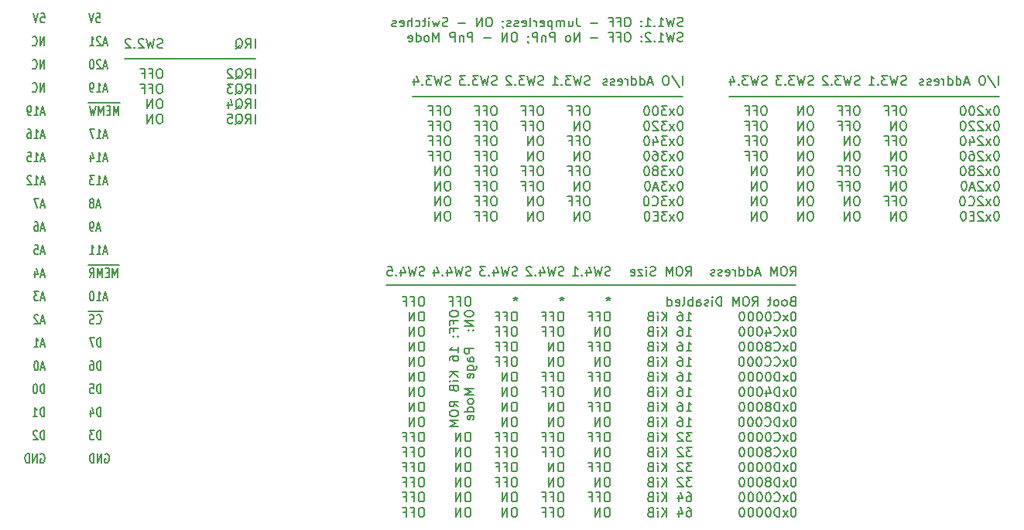
<source format=gbo>
%TF.GenerationSoftware,KiCad,Pcbnew,(5.1.12)-1*%
%TF.CreationDate,2022-04-27T23:33:07+02:00*%
%TF.ProjectId,1834_Ethernet,31383334-5f45-4746-9865-726e65742e6b,1.0*%
%TF.SameCoordinates,Original*%
%TF.FileFunction,Legend,Bot*%
%TF.FilePolarity,Positive*%
%FSLAX46Y46*%
G04 Gerber Fmt 4.6, Leading zero omitted, Abs format (unit mm)*
G04 Created by KiCad (PCBNEW (5.1.12)-1) date 2022-04-27 23:33:07*
%MOMM*%
%LPD*%
G01*
G04 APERTURE LIST*
%ADD10C,0.150000*%
G04 APERTURE END LIST*
D10*
X103208571Y-112530000D02*
X103284761Y-112482380D01*
X103399047Y-112482380D01*
X103513333Y-112530000D01*
X103589523Y-112625238D01*
X103627619Y-112720476D01*
X103665714Y-112910952D01*
X103665714Y-113053809D01*
X103627619Y-113244285D01*
X103589523Y-113339523D01*
X103513333Y-113434761D01*
X103399047Y-113482380D01*
X103322857Y-113482380D01*
X103208571Y-113434761D01*
X103170476Y-113387142D01*
X103170476Y-113053809D01*
X103322857Y-113053809D01*
X102827619Y-113482380D02*
X102827619Y-112482380D01*
X102370476Y-113482380D01*
X102370476Y-112482380D01*
X101989523Y-113482380D02*
X101989523Y-112482380D01*
X101799047Y-112482380D01*
X101684761Y-112530000D01*
X101608571Y-112625238D01*
X101570476Y-112720476D01*
X101532380Y-112910952D01*
X101532380Y-113053809D01*
X101570476Y-113244285D01*
X101608571Y-113339523D01*
X101684761Y-113434761D01*
X101799047Y-113482380D01*
X101989523Y-113482380D01*
X102751428Y-110942380D02*
X102751428Y-109942380D01*
X102560952Y-109942380D01*
X102446666Y-109990000D01*
X102370476Y-110085238D01*
X102332380Y-110180476D01*
X102294285Y-110370952D01*
X102294285Y-110513809D01*
X102332380Y-110704285D01*
X102370476Y-110799523D01*
X102446666Y-110894761D01*
X102560952Y-110942380D01*
X102751428Y-110942380D01*
X102027619Y-109942380D02*
X101532380Y-109942380D01*
X101799047Y-110323333D01*
X101684761Y-110323333D01*
X101608571Y-110370952D01*
X101570476Y-110418571D01*
X101532380Y-110513809D01*
X101532380Y-110751904D01*
X101570476Y-110847142D01*
X101608571Y-110894761D01*
X101684761Y-110942380D01*
X101913333Y-110942380D01*
X101989523Y-110894761D01*
X102027619Y-110847142D01*
X102751428Y-108402380D02*
X102751428Y-107402380D01*
X102560952Y-107402380D01*
X102446666Y-107450000D01*
X102370476Y-107545238D01*
X102332380Y-107640476D01*
X102294285Y-107830952D01*
X102294285Y-107973809D01*
X102332380Y-108164285D01*
X102370476Y-108259523D01*
X102446666Y-108354761D01*
X102560952Y-108402380D01*
X102751428Y-108402380D01*
X101608571Y-107735714D02*
X101608571Y-108402380D01*
X101799047Y-107354761D02*
X101989523Y-108069047D01*
X101494285Y-108069047D01*
X102751428Y-105862380D02*
X102751428Y-104862380D01*
X102560952Y-104862380D01*
X102446666Y-104910000D01*
X102370476Y-105005238D01*
X102332380Y-105100476D01*
X102294285Y-105290952D01*
X102294285Y-105433809D01*
X102332380Y-105624285D01*
X102370476Y-105719523D01*
X102446666Y-105814761D01*
X102560952Y-105862380D01*
X102751428Y-105862380D01*
X101570476Y-104862380D02*
X101951428Y-104862380D01*
X101989523Y-105338571D01*
X101951428Y-105290952D01*
X101875238Y-105243333D01*
X101684761Y-105243333D01*
X101608571Y-105290952D01*
X101570476Y-105338571D01*
X101532380Y-105433809D01*
X101532380Y-105671904D01*
X101570476Y-105767142D01*
X101608571Y-105814761D01*
X101684761Y-105862380D01*
X101875238Y-105862380D01*
X101951428Y-105814761D01*
X101989523Y-105767142D01*
X102751428Y-103322380D02*
X102751428Y-102322380D01*
X102560952Y-102322380D01*
X102446666Y-102370000D01*
X102370476Y-102465238D01*
X102332380Y-102560476D01*
X102294285Y-102750952D01*
X102294285Y-102893809D01*
X102332380Y-103084285D01*
X102370476Y-103179523D01*
X102446666Y-103274761D01*
X102560952Y-103322380D01*
X102751428Y-103322380D01*
X101608571Y-102322380D02*
X101760952Y-102322380D01*
X101837142Y-102370000D01*
X101875238Y-102417619D01*
X101951428Y-102560476D01*
X101989523Y-102750952D01*
X101989523Y-103131904D01*
X101951428Y-103227142D01*
X101913333Y-103274761D01*
X101837142Y-103322380D01*
X101684761Y-103322380D01*
X101608571Y-103274761D01*
X101570476Y-103227142D01*
X101532380Y-103131904D01*
X101532380Y-102893809D01*
X101570476Y-102798571D01*
X101608571Y-102750952D01*
X101684761Y-102703333D01*
X101837142Y-102703333D01*
X101913333Y-102750952D01*
X101951428Y-102798571D01*
X101989523Y-102893809D01*
X102751428Y-100782380D02*
X102751428Y-99782380D01*
X102560952Y-99782380D01*
X102446666Y-99830000D01*
X102370476Y-99925238D01*
X102332380Y-100020476D01*
X102294285Y-100210952D01*
X102294285Y-100353809D01*
X102332380Y-100544285D01*
X102370476Y-100639523D01*
X102446666Y-100734761D01*
X102560952Y-100782380D01*
X102751428Y-100782380D01*
X102027619Y-99782380D02*
X101494285Y-99782380D01*
X101837142Y-100782380D01*
X96130476Y-112530000D02*
X96206666Y-112482380D01*
X96320952Y-112482380D01*
X96435238Y-112530000D01*
X96511428Y-112625238D01*
X96549523Y-112720476D01*
X96587619Y-112910952D01*
X96587619Y-113053809D01*
X96549523Y-113244285D01*
X96511428Y-113339523D01*
X96435238Y-113434761D01*
X96320952Y-113482380D01*
X96244761Y-113482380D01*
X96130476Y-113434761D01*
X96092380Y-113387142D01*
X96092380Y-113053809D01*
X96244761Y-113053809D01*
X95749523Y-113482380D02*
X95749523Y-112482380D01*
X95292380Y-113482380D01*
X95292380Y-112482380D01*
X94911428Y-113482380D02*
X94911428Y-112482380D01*
X94720952Y-112482380D01*
X94606666Y-112530000D01*
X94530476Y-112625238D01*
X94492380Y-112720476D01*
X94454285Y-112910952D01*
X94454285Y-113053809D01*
X94492380Y-113244285D01*
X94530476Y-113339523D01*
X94606666Y-113434761D01*
X94720952Y-113482380D01*
X94911428Y-113482380D01*
X96549523Y-110942380D02*
X96549523Y-109942380D01*
X96359047Y-109942380D01*
X96244761Y-109990000D01*
X96168571Y-110085238D01*
X96130476Y-110180476D01*
X96092380Y-110370952D01*
X96092380Y-110513809D01*
X96130476Y-110704285D01*
X96168571Y-110799523D01*
X96244761Y-110894761D01*
X96359047Y-110942380D01*
X96549523Y-110942380D01*
X95787619Y-110037619D02*
X95749523Y-109990000D01*
X95673333Y-109942380D01*
X95482857Y-109942380D01*
X95406666Y-109990000D01*
X95368571Y-110037619D01*
X95330476Y-110132857D01*
X95330476Y-110228095D01*
X95368571Y-110370952D01*
X95825714Y-110942380D01*
X95330476Y-110942380D01*
X96549523Y-108402380D02*
X96549523Y-107402380D01*
X96359047Y-107402380D01*
X96244761Y-107450000D01*
X96168571Y-107545238D01*
X96130476Y-107640476D01*
X96092380Y-107830952D01*
X96092380Y-107973809D01*
X96130476Y-108164285D01*
X96168571Y-108259523D01*
X96244761Y-108354761D01*
X96359047Y-108402380D01*
X96549523Y-108402380D01*
X95330476Y-108402380D02*
X95787619Y-108402380D01*
X95559047Y-108402380D02*
X95559047Y-107402380D01*
X95635238Y-107545238D01*
X95711428Y-107640476D01*
X95787619Y-107688095D01*
X96549523Y-105862380D02*
X96549523Y-104862380D01*
X96359047Y-104862380D01*
X96244761Y-104910000D01*
X96168571Y-105005238D01*
X96130476Y-105100476D01*
X96092380Y-105290952D01*
X96092380Y-105433809D01*
X96130476Y-105624285D01*
X96168571Y-105719523D01*
X96244761Y-105814761D01*
X96359047Y-105862380D01*
X96549523Y-105862380D01*
X95597142Y-104862380D02*
X95520952Y-104862380D01*
X95444761Y-104910000D01*
X95406666Y-104957619D01*
X95368571Y-105052857D01*
X95330476Y-105243333D01*
X95330476Y-105481428D01*
X95368571Y-105671904D01*
X95406666Y-105767142D01*
X95444761Y-105814761D01*
X95520952Y-105862380D01*
X95597142Y-105862380D01*
X95673333Y-105814761D01*
X95711428Y-105767142D01*
X95749523Y-105671904D01*
X95787619Y-105481428D01*
X95787619Y-105243333D01*
X95749523Y-105052857D01*
X95711428Y-104957619D01*
X95673333Y-104910000D01*
X95597142Y-104862380D01*
X96587619Y-103036666D02*
X96206666Y-103036666D01*
X96663809Y-103322380D02*
X96397142Y-102322380D01*
X96130476Y-103322380D01*
X95711428Y-102322380D02*
X95635238Y-102322380D01*
X95559047Y-102370000D01*
X95520952Y-102417619D01*
X95482857Y-102512857D01*
X95444761Y-102703333D01*
X95444761Y-102941428D01*
X95482857Y-103131904D01*
X95520952Y-103227142D01*
X95559047Y-103274761D01*
X95635238Y-103322380D01*
X95711428Y-103322380D01*
X95787619Y-103274761D01*
X95825714Y-103227142D01*
X95863809Y-103131904D01*
X95901904Y-102941428D01*
X95901904Y-102703333D01*
X95863809Y-102512857D01*
X95825714Y-102417619D01*
X95787619Y-102370000D01*
X95711428Y-102322380D01*
X96587619Y-100496666D02*
X96206666Y-100496666D01*
X96663809Y-100782380D02*
X96397142Y-99782380D01*
X96130476Y-100782380D01*
X95444761Y-100782380D02*
X95901904Y-100782380D01*
X95673333Y-100782380D02*
X95673333Y-99782380D01*
X95749523Y-99925238D01*
X95825714Y-100020476D01*
X95901904Y-100068095D01*
X96587619Y-97956666D02*
X96206666Y-97956666D01*
X96663809Y-98242380D02*
X96397142Y-97242380D01*
X96130476Y-98242380D01*
X95901904Y-97337619D02*
X95863809Y-97290000D01*
X95787619Y-97242380D01*
X95597142Y-97242380D01*
X95520952Y-97290000D01*
X95482857Y-97337619D01*
X95444761Y-97432857D01*
X95444761Y-97528095D01*
X95482857Y-97670952D01*
X95940000Y-98242380D01*
X95444761Y-98242380D01*
X96587619Y-95416666D02*
X96206666Y-95416666D01*
X96663809Y-95702380D02*
X96397142Y-94702380D01*
X96130476Y-95702380D01*
X95940000Y-94702380D02*
X95444761Y-94702380D01*
X95711428Y-95083333D01*
X95597142Y-95083333D01*
X95520952Y-95130952D01*
X95482857Y-95178571D01*
X95444761Y-95273809D01*
X95444761Y-95511904D01*
X95482857Y-95607142D01*
X95520952Y-95654761D01*
X95597142Y-95702380D01*
X95825714Y-95702380D01*
X95901904Y-95654761D01*
X95940000Y-95607142D01*
X96587619Y-92876666D02*
X96206666Y-92876666D01*
X96663809Y-93162380D02*
X96397142Y-92162380D01*
X96130476Y-93162380D01*
X95520952Y-92495714D02*
X95520952Y-93162380D01*
X95711428Y-92114761D02*
X95901904Y-92829047D01*
X95406666Y-92829047D01*
X96587619Y-90336666D02*
X96206666Y-90336666D01*
X96663809Y-90622380D02*
X96397142Y-89622380D01*
X96130476Y-90622380D01*
X95482857Y-89622380D02*
X95863809Y-89622380D01*
X95901904Y-90098571D01*
X95863809Y-90050952D01*
X95787619Y-90003333D01*
X95597142Y-90003333D01*
X95520952Y-90050952D01*
X95482857Y-90098571D01*
X95444761Y-90193809D01*
X95444761Y-90431904D01*
X95482857Y-90527142D01*
X95520952Y-90574761D01*
X95597142Y-90622380D01*
X95787619Y-90622380D01*
X95863809Y-90574761D01*
X95901904Y-90527142D01*
X96587619Y-87796666D02*
X96206666Y-87796666D01*
X96663809Y-88082380D02*
X96397142Y-87082380D01*
X96130476Y-88082380D01*
X95520952Y-87082380D02*
X95673333Y-87082380D01*
X95749523Y-87130000D01*
X95787619Y-87177619D01*
X95863809Y-87320476D01*
X95901904Y-87510952D01*
X95901904Y-87891904D01*
X95863809Y-87987142D01*
X95825714Y-88034761D01*
X95749523Y-88082380D01*
X95597142Y-88082380D01*
X95520952Y-88034761D01*
X95482857Y-87987142D01*
X95444761Y-87891904D01*
X95444761Y-87653809D01*
X95482857Y-87558571D01*
X95520952Y-87510952D01*
X95597142Y-87463333D01*
X95749523Y-87463333D01*
X95825714Y-87510952D01*
X95863809Y-87558571D01*
X95901904Y-87653809D01*
X96587619Y-85256666D02*
X96206666Y-85256666D01*
X96663809Y-85542380D02*
X96397142Y-84542380D01*
X96130476Y-85542380D01*
X95940000Y-84542380D02*
X95406666Y-84542380D01*
X95749523Y-85542380D01*
X96587619Y-82716666D02*
X96206666Y-82716666D01*
X96663809Y-83002380D02*
X96397142Y-82002380D01*
X96130476Y-83002380D01*
X95444761Y-83002380D02*
X95901904Y-83002380D01*
X95673333Y-83002380D02*
X95673333Y-82002380D01*
X95749523Y-82145238D01*
X95825714Y-82240476D01*
X95901904Y-82288095D01*
X95140000Y-82097619D02*
X95101904Y-82050000D01*
X95025714Y-82002380D01*
X94835238Y-82002380D01*
X94759047Y-82050000D01*
X94720952Y-82097619D01*
X94682857Y-82192857D01*
X94682857Y-82288095D01*
X94720952Y-82430952D01*
X95178095Y-83002380D01*
X94682857Y-83002380D01*
X96587619Y-80176666D02*
X96206666Y-80176666D01*
X96663809Y-80462380D02*
X96397142Y-79462380D01*
X96130476Y-80462380D01*
X95444761Y-80462380D02*
X95901904Y-80462380D01*
X95673333Y-80462380D02*
X95673333Y-79462380D01*
X95749523Y-79605238D01*
X95825714Y-79700476D01*
X95901904Y-79748095D01*
X94720952Y-79462380D02*
X95101904Y-79462380D01*
X95140000Y-79938571D01*
X95101904Y-79890952D01*
X95025714Y-79843333D01*
X94835238Y-79843333D01*
X94759047Y-79890952D01*
X94720952Y-79938571D01*
X94682857Y-80033809D01*
X94682857Y-80271904D01*
X94720952Y-80367142D01*
X94759047Y-80414761D01*
X94835238Y-80462380D01*
X95025714Y-80462380D01*
X95101904Y-80414761D01*
X95140000Y-80367142D01*
X102941904Y-96875000D02*
X102141904Y-96875000D01*
X102294285Y-98147142D02*
X102332380Y-98194761D01*
X102446666Y-98242380D01*
X102522857Y-98242380D01*
X102637142Y-98194761D01*
X102713333Y-98099523D01*
X102751428Y-98004285D01*
X102789523Y-97813809D01*
X102789523Y-97670952D01*
X102751428Y-97480476D01*
X102713333Y-97385238D01*
X102637142Y-97290000D01*
X102522857Y-97242380D01*
X102446666Y-97242380D01*
X102332380Y-97290000D01*
X102294285Y-97337619D01*
X102141904Y-96875000D02*
X101380000Y-96875000D01*
X101989523Y-98194761D02*
X101875238Y-98242380D01*
X101684761Y-98242380D01*
X101608571Y-98194761D01*
X101570476Y-98147142D01*
X101532380Y-98051904D01*
X101532380Y-97956666D01*
X101570476Y-97861428D01*
X101608571Y-97813809D01*
X101684761Y-97766190D01*
X101837142Y-97718571D01*
X101913333Y-97670952D01*
X101951428Y-97623333D01*
X101989523Y-97528095D01*
X101989523Y-97432857D01*
X101951428Y-97337619D01*
X101913333Y-97290000D01*
X101837142Y-97242380D01*
X101646666Y-97242380D01*
X101532380Y-97290000D01*
X103437142Y-95416666D02*
X103056190Y-95416666D01*
X103513333Y-95702380D02*
X103246666Y-94702380D01*
X102980000Y-95702380D01*
X102294285Y-95702380D02*
X102751428Y-95702380D01*
X102522857Y-95702380D02*
X102522857Y-94702380D01*
X102599047Y-94845238D01*
X102675238Y-94940476D01*
X102751428Y-94988095D01*
X101799047Y-94702380D02*
X101722857Y-94702380D01*
X101646666Y-94750000D01*
X101608571Y-94797619D01*
X101570476Y-94892857D01*
X101532380Y-95083333D01*
X101532380Y-95321428D01*
X101570476Y-95511904D01*
X101608571Y-95607142D01*
X101646666Y-95654761D01*
X101722857Y-95702380D01*
X101799047Y-95702380D01*
X101875238Y-95654761D01*
X101913333Y-95607142D01*
X101951428Y-95511904D01*
X101989523Y-95321428D01*
X101989523Y-95083333D01*
X101951428Y-94892857D01*
X101913333Y-94797619D01*
X101875238Y-94750000D01*
X101799047Y-94702380D01*
X104732380Y-91795000D02*
X103818095Y-91795000D01*
X104541904Y-93162380D02*
X104541904Y-92162380D01*
X104275238Y-92876666D01*
X104008571Y-92162380D01*
X104008571Y-93162380D01*
X103818095Y-91795000D02*
X103094285Y-91795000D01*
X103627619Y-92638571D02*
X103360952Y-92638571D01*
X103246666Y-93162380D02*
X103627619Y-93162380D01*
X103627619Y-92162380D01*
X103246666Y-92162380D01*
X103094285Y-91795000D02*
X102180000Y-91795000D01*
X102903809Y-93162380D02*
X102903809Y-92162380D01*
X102637142Y-92876666D01*
X102370476Y-92162380D01*
X102370476Y-93162380D01*
X102180000Y-91795000D02*
X101380000Y-91795000D01*
X101532380Y-93162380D02*
X101799047Y-92686190D01*
X101989523Y-93162380D02*
X101989523Y-92162380D01*
X101684761Y-92162380D01*
X101608571Y-92210000D01*
X101570476Y-92257619D01*
X101532380Y-92352857D01*
X101532380Y-92495714D01*
X101570476Y-92590952D01*
X101608571Y-92638571D01*
X101684761Y-92686190D01*
X101989523Y-92686190D01*
X103437142Y-90336666D02*
X103056190Y-90336666D01*
X103513333Y-90622380D02*
X103246666Y-89622380D01*
X102980000Y-90622380D01*
X102294285Y-90622380D02*
X102751428Y-90622380D01*
X102522857Y-90622380D02*
X102522857Y-89622380D01*
X102599047Y-89765238D01*
X102675238Y-89860476D01*
X102751428Y-89908095D01*
X101532380Y-90622380D02*
X101989523Y-90622380D01*
X101760952Y-90622380D02*
X101760952Y-89622380D01*
X101837142Y-89765238D01*
X101913333Y-89860476D01*
X101989523Y-89908095D01*
X102675238Y-87796666D02*
X102294285Y-87796666D01*
X102751428Y-88082380D02*
X102484761Y-87082380D01*
X102218095Y-88082380D01*
X101913333Y-88082380D02*
X101760952Y-88082380D01*
X101684761Y-88034761D01*
X101646666Y-87987142D01*
X101570476Y-87844285D01*
X101532380Y-87653809D01*
X101532380Y-87272857D01*
X101570476Y-87177619D01*
X101608571Y-87130000D01*
X101684761Y-87082380D01*
X101837142Y-87082380D01*
X101913333Y-87130000D01*
X101951428Y-87177619D01*
X101989523Y-87272857D01*
X101989523Y-87510952D01*
X101951428Y-87606190D01*
X101913333Y-87653809D01*
X101837142Y-87701428D01*
X101684761Y-87701428D01*
X101608571Y-87653809D01*
X101570476Y-87606190D01*
X101532380Y-87510952D01*
X102675238Y-85256666D02*
X102294285Y-85256666D01*
X102751428Y-85542380D02*
X102484761Y-84542380D01*
X102218095Y-85542380D01*
X101837142Y-84970952D02*
X101913333Y-84923333D01*
X101951428Y-84875714D01*
X101989523Y-84780476D01*
X101989523Y-84732857D01*
X101951428Y-84637619D01*
X101913333Y-84590000D01*
X101837142Y-84542380D01*
X101684761Y-84542380D01*
X101608571Y-84590000D01*
X101570476Y-84637619D01*
X101532380Y-84732857D01*
X101532380Y-84780476D01*
X101570476Y-84875714D01*
X101608571Y-84923333D01*
X101684761Y-84970952D01*
X101837142Y-84970952D01*
X101913333Y-85018571D01*
X101951428Y-85066190D01*
X101989523Y-85161428D01*
X101989523Y-85351904D01*
X101951428Y-85447142D01*
X101913333Y-85494761D01*
X101837142Y-85542380D01*
X101684761Y-85542380D01*
X101608571Y-85494761D01*
X101570476Y-85447142D01*
X101532380Y-85351904D01*
X101532380Y-85161428D01*
X101570476Y-85066190D01*
X101608571Y-85018571D01*
X101684761Y-84970952D01*
X103437142Y-82716666D02*
X103056190Y-82716666D01*
X103513333Y-83002380D02*
X103246666Y-82002380D01*
X102980000Y-83002380D01*
X102294285Y-83002380D02*
X102751428Y-83002380D01*
X102522857Y-83002380D02*
X102522857Y-82002380D01*
X102599047Y-82145238D01*
X102675238Y-82240476D01*
X102751428Y-82288095D01*
X102027619Y-82002380D02*
X101532380Y-82002380D01*
X101799047Y-82383333D01*
X101684761Y-82383333D01*
X101608571Y-82430952D01*
X101570476Y-82478571D01*
X101532380Y-82573809D01*
X101532380Y-82811904D01*
X101570476Y-82907142D01*
X101608571Y-82954761D01*
X101684761Y-83002380D01*
X101913333Y-83002380D01*
X101989523Y-82954761D01*
X102027619Y-82907142D01*
X103437142Y-80176666D02*
X103056190Y-80176666D01*
X103513333Y-80462380D02*
X103246666Y-79462380D01*
X102980000Y-80462380D01*
X102294285Y-80462380D02*
X102751428Y-80462380D01*
X102522857Y-80462380D02*
X102522857Y-79462380D01*
X102599047Y-79605238D01*
X102675238Y-79700476D01*
X102751428Y-79748095D01*
X101608571Y-79795714D02*
X101608571Y-80462380D01*
X101799047Y-79414761D02*
X101989523Y-80129047D01*
X101494285Y-80129047D01*
X103437142Y-77636666D02*
X103056190Y-77636666D01*
X103513333Y-77922380D02*
X103246666Y-76922380D01*
X102980000Y-77922380D01*
X102294285Y-77922380D02*
X102751428Y-77922380D01*
X102522857Y-77922380D02*
X102522857Y-76922380D01*
X102599047Y-77065238D01*
X102675238Y-77160476D01*
X102751428Y-77208095D01*
X102027619Y-76922380D02*
X101494285Y-76922380D01*
X101837142Y-77922380D01*
X104846666Y-74015000D02*
X103932380Y-74015000D01*
X104656190Y-75382380D02*
X104656190Y-74382380D01*
X104389523Y-75096666D01*
X104122857Y-74382380D01*
X104122857Y-75382380D01*
X103932380Y-74015000D02*
X103208571Y-74015000D01*
X103741904Y-74858571D02*
X103475238Y-74858571D01*
X103360952Y-75382380D02*
X103741904Y-75382380D01*
X103741904Y-74382380D01*
X103360952Y-74382380D01*
X103208571Y-74015000D02*
X102294285Y-74015000D01*
X103018095Y-75382380D02*
X103018095Y-74382380D01*
X102751428Y-75096666D01*
X102484761Y-74382380D01*
X102484761Y-75382380D01*
X102294285Y-74015000D02*
X101380000Y-74015000D01*
X102180000Y-74382380D02*
X101989523Y-75382380D01*
X101837142Y-74668095D01*
X101684761Y-75382380D01*
X101494285Y-74382380D01*
X96587619Y-77636666D02*
X96206666Y-77636666D01*
X96663809Y-77922380D02*
X96397142Y-76922380D01*
X96130476Y-77922380D01*
X95444761Y-77922380D02*
X95901904Y-77922380D01*
X95673333Y-77922380D02*
X95673333Y-76922380D01*
X95749523Y-77065238D01*
X95825714Y-77160476D01*
X95901904Y-77208095D01*
X94759047Y-76922380D02*
X94911428Y-76922380D01*
X94987619Y-76970000D01*
X95025714Y-77017619D01*
X95101904Y-77160476D01*
X95140000Y-77350952D01*
X95140000Y-77731904D01*
X95101904Y-77827142D01*
X95063809Y-77874761D01*
X94987619Y-77922380D01*
X94835238Y-77922380D01*
X94759047Y-77874761D01*
X94720952Y-77827142D01*
X94682857Y-77731904D01*
X94682857Y-77493809D01*
X94720952Y-77398571D01*
X94759047Y-77350952D01*
X94835238Y-77303333D01*
X94987619Y-77303333D01*
X95063809Y-77350952D01*
X95101904Y-77398571D01*
X95140000Y-77493809D01*
X96549523Y-67762380D02*
X96549523Y-66762380D01*
X96092380Y-67762380D01*
X96092380Y-66762380D01*
X95254285Y-67667142D02*
X95292380Y-67714761D01*
X95406666Y-67762380D01*
X95482857Y-67762380D01*
X95597142Y-67714761D01*
X95673333Y-67619523D01*
X95711428Y-67524285D01*
X95749523Y-67333809D01*
X95749523Y-67190952D01*
X95711428Y-67000476D01*
X95673333Y-66905238D01*
X95597142Y-66810000D01*
X95482857Y-66762380D01*
X95406666Y-66762380D01*
X95292380Y-66810000D01*
X95254285Y-66857619D01*
X96549523Y-70302380D02*
X96549523Y-69302380D01*
X96092380Y-70302380D01*
X96092380Y-69302380D01*
X95254285Y-70207142D02*
X95292380Y-70254761D01*
X95406666Y-70302380D01*
X95482857Y-70302380D01*
X95597142Y-70254761D01*
X95673333Y-70159523D01*
X95711428Y-70064285D01*
X95749523Y-69873809D01*
X95749523Y-69730952D01*
X95711428Y-69540476D01*
X95673333Y-69445238D01*
X95597142Y-69350000D01*
X95482857Y-69302380D01*
X95406666Y-69302380D01*
X95292380Y-69350000D01*
X95254285Y-69397619D01*
X96549523Y-72842380D02*
X96549523Y-71842380D01*
X96092380Y-72842380D01*
X96092380Y-71842380D01*
X95254285Y-72747142D02*
X95292380Y-72794761D01*
X95406666Y-72842380D01*
X95482857Y-72842380D01*
X95597142Y-72794761D01*
X95673333Y-72699523D01*
X95711428Y-72604285D01*
X95749523Y-72413809D01*
X95749523Y-72270952D01*
X95711428Y-72080476D01*
X95673333Y-71985238D01*
X95597142Y-71890000D01*
X95482857Y-71842380D01*
X95406666Y-71842380D01*
X95292380Y-71890000D01*
X95254285Y-71937619D01*
X96587619Y-75096666D02*
X96206666Y-75096666D01*
X96663809Y-75382380D02*
X96397142Y-74382380D01*
X96130476Y-75382380D01*
X95444761Y-75382380D02*
X95901904Y-75382380D01*
X95673333Y-75382380D02*
X95673333Y-74382380D01*
X95749523Y-74525238D01*
X95825714Y-74620476D01*
X95901904Y-74668095D01*
X95063809Y-75382380D02*
X94911428Y-75382380D01*
X94835238Y-75334761D01*
X94797142Y-75287142D01*
X94720952Y-75144285D01*
X94682857Y-74953809D01*
X94682857Y-74572857D01*
X94720952Y-74477619D01*
X94759047Y-74430000D01*
X94835238Y-74382380D01*
X94987619Y-74382380D01*
X95063809Y-74430000D01*
X95101904Y-74477619D01*
X95140000Y-74572857D01*
X95140000Y-74810952D01*
X95101904Y-74906190D01*
X95063809Y-74953809D01*
X94987619Y-75001428D01*
X94835238Y-75001428D01*
X94759047Y-74953809D01*
X94720952Y-74906190D01*
X94682857Y-74810952D01*
X96168571Y-64222380D02*
X96549523Y-64222380D01*
X96587619Y-64698571D01*
X96549523Y-64650952D01*
X96473333Y-64603333D01*
X96282857Y-64603333D01*
X96206666Y-64650952D01*
X96168571Y-64698571D01*
X96130476Y-64793809D01*
X96130476Y-65031904D01*
X96168571Y-65127142D01*
X96206666Y-65174761D01*
X96282857Y-65222380D01*
X96473333Y-65222380D01*
X96549523Y-65174761D01*
X96587619Y-65127142D01*
X95901904Y-64222380D02*
X95635238Y-65222380D01*
X95368571Y-64222380D01*
X102256190Y-64222380D02*
X102637142Y-64222380D01*
X102675238Y-64698571D01*
X102637142Y-64650952D01*
X102560952Y-64603333D01*
X102370476Y-64603333D01*
X102294285Y-64650952D01*
X102256190Y-64698571D01*
X102218095Y-64793809D01*
X102218095Y-65031904D01*
X102256190Y-65127142D01*
X102294285Y-65174761D01*
X102370476Y-65222380D01*
X102560952Y-65222380D01*
X102637142Y-65174761D01*
X102675238Y-65127142D01*
X101989523Y-64222380D02*
X101722857Y-65222380D01*
X101456190Y-64222380D01*
X166370000Y-73342500D02*
X136842500Y-73342500D01*
X166351904Y-72084880D02*
X166351904Y-71084880D01*
X165161428Y-71037261D02*
X166018571Y-72322976D01*
X164637619Y-71084880D02*
X164447142Y-71084880D01*
X164351904Y-71132500D01*
X164256666Y-71227738D01*
X164209047Y-71418214D01*
X164209047Y-71751547D01*
X164256666Y-71942023D01*
X164351904Y-72037261D01*
X164447142Y-72084880D01*
X164637619Y-72084880D01*
X164732857Y-72037261D01*
X164828095Y-71942023D01*
X164875714Y-71751547D01*
X164875714Y-71418214D01*
X164828095Y-71227738D01*
X164732857Y-71132500D01*
X164637619Y-71084880D01*
X163066190Y-71799166D02*
X162590000Y-71799166D01*
X163161428Y-72084880D02*
X162828095Y-71084880D01*
X162494761Y-72084880D01*
X161732857Y-72084880D02*
X161732857Y-71084880D01*
X161732857Y-72037261D02*
X161828095Y-72084880D01*
X162018571Y-72084880D01*
X162113809Y-72037261D01*
X162161428Y-71989642D01*
X162209047Y-71894404D01*
X162209047Y-71608690D01*
X162161428Y-71513452D01*
X162113809Y-71465833D01*
X162018571Y-71418214D01*
X161828095Y-71418214D01*
X161732857Y-71465833D01*
X160828095Y-72084880D02*
X160828095Y-71084880D01*
X160828095Y-72037261D02*
X160923333Y-72084880D01*
X161113809Y-72084880D01*
X161209047Y-72037261D01*
X161256666Y-71989642D01*
X161304285Y-71894404D01*
X161304285Y-71608690D01*
X161256666Y-71513452D01*
X161209047Y-71465833D01*
X161113809Y-71418214D01*
X160923333Y-71418214D01*
X160828095Y-71465833D01*
X160351904Y-72084880D02*
X160351904Y-71418214D01*
X160351904Y-71608690D02*
X160304285Y-71513452D01*
X160256666Y-71465833D01*
X160161428Y-71418214D01*
X160066190Y-71418214D01*
X159351904Y-72037261D02*
X159447142Y-72084880D01*
X159637619Y-72084880D01*
X159732857Y-72037261D01*
X159780476Y-71942023D01*
X159780476Y-71561071D01*
X159732857Y-71465833D01*
X159637619Y-71418214D01*
X159447142Y-71418214D01*
X159351904Y-71465833D01*
X159304285Y-71561071D01*
X159304285Y-71656309D01*
X159780476Y-71751547D01*
X158923333Y-72037261D02*
X158828095Y-72084880D01*
X158637619Y-72084880D01*
X158542380Y-72037261D01*
X158494761Y-71942023D01*
X158494761Y-71894404D01*
X158542380Y-71799166D01*
X158637619Y-71751547D01*
X158780476Y-71751547D01*
X158875714Y-71703928D01*
X158923333Y-71608690D01*
X158923333Y-71561071D01*
X158875714Y-71465833D01*
X158780476Y-71418214D01*
X158637619Y-71418214D01*
X158542380Y-71465833D01*
X158113809Y-72037261D02*
X158018571Y-72084880D01*
X157828095Y-72084880D01*
X157732857Y-72037261D01*
X157685238Y-71942023D01*
X157685238Y-71894404D01*
X157732857Y-71799166D01*
X157828095Y-71751547D01*
X157970952Y-71751547D01*
X158066190Y-71703928D01*
X158113809Y-71608690D01*
X158113809Y-71561071D01*
X158066190Y-71465833D01*
X157970952Y-71418214D01*
X157828095Y-71418214D01*
X157732857Y-71465833D01*
X166161428Y-74384880D02*
X166066190Y-74384880D01*
X165970952Y-74432500D01*
X165923333Y-74480119D01*
X165875714Y-74575357D01*
X165828095Y-74765833D01*
X165828095Y-75003928D01*
X165875714Y-75194404D01*
X165923333Y-75289642D01*
X165970952Y-75337261D01*
X166066190Y-75384880D01*
X166161428Y-75384880D01*
X166256666Y-75337261D01*
X166304285Y-75289642D01*
X166351904Y-75194404D01*
X166399523Y-75003928D01*
X166399523Y-74765833D01*
X166351904Y-74575357D01*
X166304285Y-74480119D01*
X166256666Y-74432500D01*
X166161428Y-74384880D01*
X165494761Y-75384880D02*
X164970952Y-74718214D01*
X165494761Y-74718214D02*
X164970952Y-75384880D01*
X164685238Y-74384880D02*
X164066190Y-74384880D01*
X164399523Y-74765833D01*
X164256666Y-74765833D01*
X164161428Y-74813452D01*
X164113809Y-74861071D01*
X164066190Y-74956309D01*
X164066190Y-75194404D01*
X164113809Y-75289642D01*
X164161428Y-75337261D01*
X164256666Y-75384880D01*
X164542380Y-75384880D01*
X164637619Y-75337261D01*
X164685238Y-75289642D01*
X163447142Y-74384880D02*
X163351904Y-74384880D01*
X163256666Y-74432500D01*
X163209047Y-74480119D01*
X163161428Y-74575357D01*
X163113809Y-74765833D01*
X163113809Y-75003928D01*
X163161428Y-75194404D01*
X163209047Y-75289642D01*
X163256666Y-75337261D01*
X163351904Y-75384880D01*
X163447142Y-75384880D01*
X163542380Y-75337261D01*
X163590000Y-75289642D01*
X163637619Y-75194404D01*
X163685238Y-75003928D01*
X163685238Y-74765833D01*
X163637619Y-74575357D01*
X163590000Y-74480119D01*
X163542380Y-74432500D01*
X163447142Y-74384880D01*
X162494761Y-74384880D02*
X162399523Y-74384880D01*
X162304285Y-74432500D01*
X162256666Y-74480119D01*
X162209047Y-74575357D01*
X162161428Y-74765833D01*
X162161428Y-75003928D01*
X162209047Y-75194404D01*
X162256666Y-75289642D01*
X162304285Y-75337261D01*
X162399523Y-75384880D01*
X162494761Y-75384880D01*
X162590000Y-75337261D01*
X162637619Y-75289642D01*
X162685238Y-75194404D01*
X162732857Y-75003928D01*
X162732857Y-74765833D01*
X162685238Y-74575357D01*
X162637619Y-74480119D01*
X162590000Y-74432500D01*
X162494761Y-74384880D01*
X166161428Y-76034880D02*
X166066190Y-76034880D01*
X165970952Y-76082500D01*
X165923333Y-76130119D01*
X165875714Y-76225357D01*
X165828095Y-76415833D01*
X165828095Y-76653928D01*
X165875714Y-76844404D01*
X165923333Y-76939642D01*
X165970952Y-76987261D01*
X166066190Y-77034880D01*
X166161428Y-77034880D01*
X166256666Y-76987261D01*
X166304285Y-76939642D01*
X166351904Y-76844404D01*
X166399523Y-76653928D01*
X166399523Y-76415833D01*
X166351904Y-76225357D01*
X166304285Y-76130119D01*
X166256666Y-76082500D01*
X166161428Y-76034880D01*
X165494761Y-77034880D02*
X164970952Y-76368214D01*
X165494761Y-76368214D02*
X164970952Y-77034880D01*
X164685238Y-76034880D02*
X164066190Y-76034880D01*
X164399523Y-76415833D01*
X164256666Y-76415833D01*
X164161428Y-76463452D01*
X164113809Y-76511071D01*
X164066190Y-76606309D01*
X164066190Y-76844404D01*
X164113809Y-76939642D01*
X164161428Y-76987261D01*
X164256666Y-77034880D01*
X164542380Y-77034880D01*
X164637619Y-76987261D01*
X164685238Y-76939642D01*
X163685238Y-76130119D02*
X163637619Y-76082500D01*
X163542380Y-76034880D01*
X163304285Y-76034880D01*
X163209047Y-76082500D01*
X163161428Y-76130119D01*
X163113809Y-76225357D01*
X163113809Y-76320595D01*
X163161428Y-76463452D01*
X163732857Y-77034880D01*
X163113809Y-77034880D01*
X162494761Y-76034880D02*
X162399523Y-76034880D01*
X162304285Y-76082500D01*
X162256666Y-76130119D01*
X162209047Y-76225357D01*
X162161428Y-76415833D01*
X162161428Y-76653928D01*
X162209047Y-76844404D01*
X162256666Y-76939642D01*
X162304285Y-76987261D01*
X162399523Y-77034880D01*
X162494761Y-77034880D01*
X162590000Y-76987261D01*
X162637619Y-76939642D01*
X162685238Y-76844404D01*
X162732857Y-76653928D01*
X162732857Y-76415833D01*
X162685238Y-76225357D01*
X162637619Y-76130119D01*
X162590000Y-76082500D01*
X162494761Y-76034880D01*
X166161428Y-77684880D02*
X166066190Y-77684880D01*
X165970952Y-77732500D01*
X165923333Y-77780119D01*
X165875714Y-77875357D01*
X165828095Y-78065833D01*
X165828095Y-78303928D01*
X165875714Y-78494404D01*
X165923333Y-78589642D01*
X165970952Y-78637261D01*
X166066190Y-78684880D01*
X166161428Y-78684880D01*
X166256666Y-78637261D01*
X166304285Y-78589642D01*
X166351904Y-78494404D01*
X166399523Y-78303928D01*
X166399523Y-78065833D01*
X166351904Y-77875357D01*
X166304285Y-77780119D01*
X166256666Y-77732500D01*
X166161428Y-77684880D01*
X165494761Y-78684880D02*
X164970952Y-78018214D01*
X165494761Y-78018214D02*
X164970952Y-78684880D01*
X164685238Y-77684880D02*
X164066190Y-77684880D01*
X164399523Y-78065833D01*
X164256666Y-78065833D01*
X164161428Y-78113452D01*
X164113809Y-78161071D01*
X164066190Y-78256309D01*
X164066190Y-78494404D01*
X164113809Y-78589642D01*
X164161428Y-78637261D01*
X164256666Y-78684880D01*
X164542380Y-78684880D01*
X164637619Y-78637261D01*
X164685238Y-78589642D01*
X163209047Y-78018214D02*
X163209047Y-78684880D01*
X163447142Y-77637261D02*
X163685238Y-78351547D01*
X163066190Y-78351547D01*
X162494761Y-77684880D02*
X162399523Y-77684880D01*
X162304285Y-77732500D01*
X162256666Y-77780119D01*
X162209047Y-77875357D01*
X162161428Y-78065833D01*
X162161428Y-78303928D01*
X162209047Y-78494404D01*
X162256666Y-78589642D01*
X162304285Y-78637261D01*
X162399523Y-78684880D01*
X162494761Y-78684880D01*
X162590000Y-78637261D01*
X162637619Y-78589642D01*
X162685238Y-78494404D01*
X162732857Y-78303928D01*
X162732857Y-78065833D01*
X162685238Y-77875357D01*
X162637619Y-77780119D01*
X162590000Y-77732500D01*
X162494761Y-77684880D01*
X166161428Y-79334880D02*
X166066190Y-79334880D01*
X165970952Y-79382500D01*
X165923333Y-79430119D01*
X165875714Y-79525357D01*
X165828095Y-79715833D01*
X165828095Y-79953928D01*
X165875714Y-80144404D01*
X165923333Y-80239642D01*
X165970952Y-80287261D01*
X166066190Y-80334880D01*
X166161428Y-80334880D01*
X166256666Y-80287261D01*
X166304285Y-80239642D01*
X166351904Y-80144404D01*
X166399523Y-79953928D01*
X166399523Y-79715833D01*
X166351904Y-79525357D01*
X166304285Y-79430119D01*
X166256666Y-79382500D01*
X166161428Y-79334880D01*
X165494761Y-80334880D02*
X164970952Y-79668214D01*
X165494761Y-79668214D02*
X164970952Y-80334880D01*
X164685238Y-79334880D02*
X164066190Y-79334880D01*
X164399523Y-79715833D01*
X164256666Y-79715833D01*
X164161428Y-79763452D01*
X164113809Y-79811071D01*
X164066190Y-79906309D01*
X164066190Y-80144404D01*
X164113809Y-80239642D01*
X164161428Y-80287261D01*
X164256666Y-80334880D01*
X164542380Y-80334880D01*
X164637619Y-80287261D01*
X164685238Y-80239642D01*
X163209047Y-79334880D02*
X163399523Y-79334880D01*
X163494761Y-79382500D01*
X163542380Y-79430119D01*
X163637619Y-79572976D01*
X163685238Y-79763452D01*
X163685238Y-80144404D01*
X163637619Y-80239642D01*
X163590000Y-80287261D01*
X163494761Y-80334880D01*
X163304285Y-80334880D01*
X163209047Y-80287261D01*
X163161428Y-80239642D01*
X163113809Y-80144404D01*
X163113809Y-79906309D01*
X163161428Y-79811071D01*
X163209047Y-79763452D01*
X163304285Y-79715833D01*
X163494761Y-79715833D01*
X163590000Y-79763452D01*
X163637619Y-79811071D01*
X163685238Y-79906309D01*
X162494761Y-79334880D02*
X162399523Y-79334880D01*
X162304285Y-79382500D01*
X162256666Y-79430119D01*
X162209047Y-79525357D01*
X162161428Y-79715833D01*
X162161428Y-79953928D01*
X162209047Y-80144404D01*
X162256666Y-80239642D01*
X162304285Y-80287261D01*
X162399523Y-80334880D01*
X162494761Y-80334880D01*
X162590000Y-80287261D01*
X162637619Y-80239642D01*
X162685238Y-80144404D01*
X162732857Y-79953928D01*
X162732857Y-79715833D01*
X162685238Y-79525357D01*
X162637619Y-79430119D01*
X162590000Y-79382500D01*
X162494761Y-79334880D01*
X166161428Y-80984880D02*
X166066190Y-80984880D01*
X165970952Y-81032500D01*
X165923333Y-81080119D01*
X165875714Y-81175357D01*
X165828095Y-81365833D01*
X165828095Y-81603928D01*
X165875714Y-81794404D01*
X165923333Y-81889642D01*
X165970952Y-81937261D01*
X166066190Y-81984880D01*
X166161428Y-81984880D01*
X166256666Y-81937261D01*
X166304285Y-81889642D01*
X166351904Y-81794404D01*
X166399523Y-81603928D01*
X166399523Y-81365833D01*
X166351904Y-81175357D01*
X166304285Y-81080119D01*
X166256666Y-81032500D01*
X166161428Y-80984880D01*
X165494761Y-81984880D02*
X164970952Y-81318214D01*
X165494761Y-81318214D02*
X164970952Y-81984880D01*
X164685238Y-80984880D02*
X164066190Y-80984880D01*
X164399523Y-81365833D01*
X164256666Y-81365833D01*
X164161428Y-81413452D01*
X164113809Y-81461071D01*
X164066190Y-81556309D01*
X164066190Y-81794404D01*
X164113809Y-81889642D01*
X164161428Y-81937261D01*
X164256666Y-81984880D01*
X164542380Y-81984880D01*
X164637619Y-81937261D01*
X164685238Y-81889642D01*
X163494761Y-81413452D02*
X163590000Y-81365833D01*
X163637619Y-81318214D01*
X163685238Y-81222976D01*
X163685238Y-81175357D01*
X163637619Y-81080119D01*
X163590000Y-81032500D01*
X163494761Y-80984880D01*
X163304285Y-80984880D01*
X163209047Y-81032500D01*
X163161428Y-81080119D01*
X163113809Y-81175357D01*
X163113809Y-81222976D01*
X163161428Y-81318214D01*
X163209047Y-81365833D01*
X163304285Y-81413452D01*
X163494761Y-81413452D01*
X163590000Y-81461071D01*
X163637619Y-81508690D01*
X163685238Y-81603928D01*
X163685238Y-81794404D01*
X163637619Y-81889642D01*
X163590000Y-81937261D01*
X163494761Y-81984880D01*
X163304285Y-81984880D01*
X163209047Y-81937261D01*
X163161428Y-81889642D01*
X163113809Y-81794404D01*
X163113809Y-81603928D01*
X163161428Y-81508690D01*
X163209047Y-81461071D01*
X163304285Y-81413452D01*
X162494761Y-80984880D02*
X162399523Y-80984880D01*
X162304285Y-81032500D01*
X162256666Y-81080119D01*
X162209047Y-81175357D01*
X162161428Y-81365833D01*
X162161428Y-81603928D01*
X162209047Y-81794404D01*
X162256666Y-81889642D01*
X162304285Y-81937261D01*
X162399523Y-81984880D01*
X162494761Y-81984880D01*
X162590000Y-81937261D01*
X162637619Y-81889642D01*
X162685238Y-81794404D01*
X162732857Y-81603928D01*
X162732857Y-81365833D01*
X162685238Y-81175357D01*
X162637619Y-81080119D01*
X162590000Y-81032500D01*
X162494761Y-80984880D01*
X166161428Y-82634880D02*
X166066190Y-82634880D01*
X165970952Y-82682500D01*
X165923333Y-82730119D01*
X165875714Y-82825357D01*
X165828095Y-83015833D01*
X165828095Y-83253928D01*
X165875714Y-83444404D01*
X165923333Y-83539642D01*
X165970952Y-83587261D01*
X166066190Y-83634880D01*
X166161428Y-83634880D01*
X166256666Y-83587261D01*
X166304285Y-83539642D01*
X166351904Y-83444404D01*
X166399523Y-83253928D01*
X166399523Y-83015833D01*
X166351904Y-82825357D01*
X166304285Y-82730119D01*
X166256666Y-82682500D01*
X166161428Y-82634880D01*
X165494761Y-83634880D02*
X164970952Y-82968214D01*
X165494761Y-82968214D02*
X164970952Y-83634880D01*
X164685238Y-82634880D02*
X164066190Y-82634880D01*
X164399523Y-83015833D01*
X164256666Y-83015833D01*
X164161428Y-83063452D01*
X164113809Y-83111071D01*
X164066190Y-83206309D01*
X164066190Y-83444404D01*
X164113809Y-83539642D01*
X164161428Y-83587261D01*
X164256666Y-83634880D01*
X164542380Y-83634880D01*
X164637619Y-83587261D01*
X164685238Y-83539642D01*
X163685238Y-83349166D02*
X163209047Y-83349166D01*
X163780476Y-83634880D02*
X163447142Y-82634880D01*
X163113809Y-83634880D01*
X162590000Y-82634880D02*
X162494761Y-82634880D01*
X162399523Y-82682500D01*
X162351904Y-82730119D01*
X162304285Y-82825357D01*
X162256666Y-83015833D01*
X162256666Y-83253928D01*
X162304285Y-83444404D01*
X162351904Y-83539642D01*
X162399523Y-83587261D01*
X162494761Y-83634880D01*
X162590000Y-83634880D01*
X162685238Y-83587261D01*
X162732857Y-83539642D01*
X162780476Y-83444404D01*
X162828095Y-83253928D01*
X162828095Y-83015833D01*
X162780476Y-82825357D01*
X162732857Y-82730119D01*
X162685238Y-82682500D01*
X162590000Y-82634880D01*
X166161428Y-84284880D02*
X166066190Y-84284880D01*
X165970952Y-84332500D01*
X165923333Y-84380119D01*
X165875714Y-84475357D01*
X165828095Y-84665833D01*
X165828095Y-84903928D01*
X165875714Y-85094404D01*
X165923333Y-85189642D01*
X165970952Y-85237261D01*
X166066190Y-85284880D01*
X166161428Y-85284880D01*
X166256666Y-85237261D01*
X166304285Y-85189642D01*
X166351904Y-85094404D01*
X166399523Y-84903928D01*
X166399523Y-84665833D01*
X166351904Y-84475357D01*
X166304285Y-84380119D01*
X166256666Y-84332500D01*
X166161428Y-84284880D01*
X165494761Y-85284880D02*
X164970952Y-84618214D01*
X165494761Y-84618214D02*
X164970952Y-85284880D01*
X164685238Y-84284880D02*
X164066190Y-84284880D01*
X164399523Y-84665833D01*
X164256666Y-84665833D01*
X164161428Y-84713452D01*
X164113809Y-84761071D01*
X164066190Y-84856309D01*
X164066190Y-85094404D01*
X164113809Y-85189642D01*
X164161428Y-85237261D01*
X164256666Y-85284880D01*
X164542380Y-85284880D01*
X164637619Y-85237261D01*
X164685238Y-85189642D01*
X163066190Y-85189642D02*
X163113809Y-85237261D01*
X163256666Y-85284880D01*
X163351904Y-85284880D01*
X163494761Y-85237261D01*
X163590000Y-85142023D01*
X163637619Y-85046785D01*
X163685238Y-84856309D01*
X163685238Y-84713452D01*
X163637619Y-84522976D01*
X163590000Y-84427738D01*
X163494761Y-84332500D01*
X163351904Y-84284880D01*
X163256666Y-84284880D01*
X163113809Y-84332500D01*
X163066190Y-84380119D01*
X162447142Y-84284880D02*
X162351904Y-84284880D01*
X162256666Y-84332500D01*
X162209047Y-84380119D01*
X162161428Y-84475357D01*
X162113809Y-84665833D01*
X162113809Y-84903928D01*
X162161428Y-85094404D01*
X162209047Y-85189642D01*
X162256666Y-85237261D01*
X162351904Y-85284880D01*
X162447142Y-85284880D01*
X162542380Y-85237261D01*
X162590000Y-85189642D01*
X162637619Y-85094404D01*
X162685238Y-84903928D01*
X162685238Y-84665833D01*
X162637619Y-84475357D01*
X162590000Y-84380119D01*
X162542380Y-84332500D01*
X162447142Y-84284880D01*
X166161428Y-85934880D02*
X166066190Y-85934880D01*
X165970952Y-85982500D01*
X165923333Y-86030119D01*
X165875714Y-86125357D01*
X165828095Y-86315833D01*
X165828095Y-86553928D01*
X165875714Y-86744404D01*
X165923333Y-86839642D01*
X165970952Y-86887261D01*
X166066190Y-86934880D01*
X166161428Y-86934880D01*
X166256666Y-86887261D01*
X166304285Y-86839642D01*
X166351904Y-86744404D01*
X166399523Y-86553928D01*
X166399523Y-86315833D01*
X166351904Y-86125357D01*
X166304285Y-86030119D01*
X166256666Y-85982500D01*
X166161428Y-85934880D01*
X165494761Y-86934880D02*
X164970952Y-86268214D01*
X165494761Y-86268214D02*
X164970952Y-86934880D01*
X164685238Y-85934880D02*
X164066190Y-85934880D01*
X164399523Y-86315833D01*
X164256666Y-86315833D01*
X164161428Y-86363452D01*
X164113809Y-86411071D01*
X164066190Y-86506309D01*
X164066190Y-86744404D01*
X164113809Y-86839642D01*
X164161428Y-86887261D01*
X164256666Y-86934880D01*
X164542380Y-86934880D01*
X164637619Y-86887261D01*
X164685238Y-86839642D01*
X163637619Y-86411071D02*
X163304285Y-86411071D01*
X163161428Y-86934880D02*
X163637619Y-86934880D01*
X163637619Y-85934880D01*
X163161428Y-85934880D01*
X162542380Y-85934880D02*
X162447142Y-85934880D01*
X162351904Y-85982500D01*
X162304285Y-86030119D01*
X162256666Y-86125357D01*
X162209047Y-86315833D01*
X162209047Y-86553928D01*
X162256666Y-86744404D01*
X162304285Y-86839642D01*
X162351904Y-86887261D01*
X162447142Y-86934880D01*
X162542380Y-86934880D01*
X162637619Y-86887261D01*
X162685238Y-86839642D01*
X162732857Y-86744404D01*
X162780476Y-86553928D01*
X162780476Y-86315833D01*
X162732857Y-86125357D01*
X162685238Y-86030119D01*
X162637619Y-85982500D01*
X162542380Y-85934880D01*
X140999523Y-72037261D02*
X140856666Y-72084880D01*
X140618571Y-72084880D01*
X140523333Y-72037261D01*
X140475714Y-71989642D01*
X140428095Y-71894404D01*
X140428095Y-71799166D01*
X140475714Y-71703928D01*
X140523333Y-71656309D01*
X140618571Y-71608690D01*
X140809047Y-71561071D01*
X140904285Y-71513452D01*
X140951904Y-71465833D01*
X140999523Y-71370595D01*
X140999523Y-71275357D01*
X140951904Y-71180119D01*
X140904285Y-71132500D01*
X140809047Y-71084880D01*
X140570952Y-71084880D01*
X140428095Y-71132500D01*
X140094761Y-71084880D02*
X139856666Y-72084880D01*
X139666190Y-71370595D01*
X139475714Y-72084880D01*
X139237619Y-71084880D01*
X138951904Y-71084880D02*
X138332857Y-71084880D01*
X138666190Y-71465833D01*
X138523333Y-71465833D01*
X138428095Y-71513452D01*
X138380476Y-71561071D01*
X138332857Y-71656309D01*
X138332857Y-71894404D01*
X138380476Y-71989642D01*
X138428095Y-72037261D01*
X138523333Y-72084880D01*
X138809047Y-72084880D01*
X138904285Y-72037261D01*
X138951904Y-71989642D01*
X137904285Y-71989642D02*
X137856666Y-72037261D01*
X137904285Y-72084880D01*
X137951904Y-72037261D01*
X137904285Y-71989642D01*
X137904285Y-72084880D01*
X136999523Y-71418214D02*
X136999523Y-72084880D01*
X137237619Y-71037261D02*
X137475714Y-71751547D01*
X136856666Y-71751547D01*
X140761428Y-74384880D02*
X140570952Y-74384880D01*
X140475714Y-74432500D01*
X140380476Y-74527738D01*
X140332857Y-74718214D01*
X140332857Y-75051547D01*
X140380476Y-75242023D01*
X140475714Y-75337261D01*
X140570952Y-75384880D01*
X140761428Y-75384880D01*
X140856666Y-75337261D01*
X140951904Y-75242023D01*
X140999523Y-75051547D01*
X140999523Y-74718214D01*
X140951904Y-74527738D01*
X140856666Y-74432500D01*
X140761428Y-74384880D01*
X139570952Y-74861071D02*
X139904285Y-74861071D01*
X139904285Y-75384880D02*
X139904285Y-74384880D01*
X139428095Y-74384880D01*
X138713809Y-74861071D02*
X139047142Y-74861071D01*
X139047142Y-75384880D02*
X139047142Y-74384880D01*
X138570952Y-74384880D01*
X140761428Y-76034880D02*
X140570952Y-76034880D01*
X140475714Y-76082500D01*
X140380476Y-76177738D01*
X140332857Y-76368214D01*
X140332857Y-76701547D01*
X140380476Y-76892023D01*
X140475714Y-76987261D01*
X140570952Y-77034880D01*
X140761428Y-77034880D01*
X140856666Y-76987261D01*
X140951904Y-76892023D01*
X140999523Y-76701547D01*
X140999523Y-76368214D01*
X140951904Y-76177738D01*
X140856666Y-76082500D01*
X140761428Y-76034880D01*
X139570952Y-76511071D02*
X139904285Y-76511071D01*
X139904285Y-77034880D02*
X139904285Y-76034880D01*
X139428095Y-76034880D01*
X138713809Y-76511071D02*
X139047142Y-76511071D01*
X139047142Y-77034880D02*
X139047142Y-76034880D01*
X138570952Y-76034880D01*
X140761428Y-77684880D02*
X140570952Y-77684880D01*
X140475714Y-77732500D01*
X140380476Y-77827738D01*
X140332857Y-78018214D01*
X140332857Y-78351547D01*
X140380476Y-78542023D01*
X140475714Y-78637261D01*
X140570952Y-78684880D01*
X140761428Y-78684880D01*
X140856666Y-78637261D01*
X140951904Y-78542023D01*
X140999523Y-78351547D01*
X140999523Y-78018214D01*
X140951904Y-77827738D01*
X140856666Y-77732500D01*
X140761428Y-77684880D01*
X139570952Y-78161071D02*
X139904285Y-78161071D01*
X139904285Y-78684880D02*
X139904285Y-77684880D01*
X139428095Y-77684880D01*
X138713809Y-78161071D02*
X139047142Y-78161071D01*
X139047142Y-78684880D02*
X139047142Y-77684880D01*
X138570952Y-77684880D01*
X140761428Y-79334880D02*
X140570952Y-79334880D01*
X140475714Y-79382500D01*
X140380476Y-79477738D01*
X140332857Y-79668214D01*
X140332857Y-80001547D01*
X140380476Y-80192023D01*
X140475714Y-80287261D01*
X140570952Y-80334880D01*
X140761428Y-80334880D01*
X140856666Y-80287261D01*
X140951904Y-80192023D01*
X140999523Y-80001547D01*
X140999523Y-79668214D01*
X140951904Y-79477738D01*
X140856666Y-79382500D01*
X140761428Y-79334880D01*
X139570952Y-79811071D02*
X139904285Y-79811071D01*
X139904285Y-80334880D02*
X139904285Y-79334880D01*
X139428095Y-79334880D01*
X138713809Y-79811071D02*
X139047142Y-79811071D01*
X139047142Y-80334880D02*
X139047142Y-79334880D01*
X138570952Y-79334880D01*
X140761428Y-80984880D02*
X140570952Y-80984880D01*
X140475714Y-81032500D01*
X140380476Y-81127738D01*
X140332857Y-81318214D01*
X140332857Y-81651547D01*
X140380476Y-81842023D01*
X140475714Y-81937261D01*
X140570952Y-81984880D01*
X140761428Y-81984880D01*
X140856666Y-81937261D01*
X140951904Y-81842023D01*
X140999523Y-81651547D01*
X140999523Y-81318214D01*
X140951904Y-81127738D01*
X140856666Y-81032500D01*
X140761428Y-80984880D01*
X139904285Y-81984880D02*
X139904285Y-80984880D01*
X139332857Y-81984880D01*
X139332857Y-80984880D01*
X140761428Y-82634880D02*
X140570952Y-82634880D01*
X140475714Y-82682500D01*
X140380476Y-82777738D01*
X140332857Y-82968214D01*
X140332857Y-83301547D01*
X140380476Y-83492023D01*
X140475714Y-83587261D01*
X140570952Y-83634880D01*
X140761428Y-83634880D01*
X140856666Y-83587261D01*
X140951904Y-83492023D01*
X140999523Y-83301547D01*
X140999523Y-82968214D01*
X140951904Y-82777738D01*
X140856666Y-82682500D01*
X140761428Y-82634880D01*
X139904285Y-83634880D02*
X139904285Y-82634880D01*
X139332857Y-83634880D01*
X139332857Y-82634880D01*
X140761428Y-84284880D02*
X140570952Y-84284880D01*
X140475714Y-84332500D01*
X140380476Y-84427738D01*
X140332857Y-84618214D01*
X140332857Y-84951547D01*
X140380476Y-85142023D01*
X140475714Y-85237261D01*
X140570952Y-85284880D01*
X140761428Y-85284880D01*
X140856666Y-85237261D01*
X140951904Y-85142023D01*
X140999523Y-84951547D01*
X140999523Y-84618214D01*
X140951904Y-84427738D01*
X140856666Y-84332500D01*
X140761428Y-84284880D01*
X139904285Y-85284880D02*
X139904285Y-84284880D01*
X139332857Y-85284880D01*
X139332857Y-84284880D01*
X140761428Y-85934880D02*
X140570952Y-85934880D01*
X140475714Y-85982500D01*
X140380476Y-86077738D01*
X140332857Y-86268214D01*
X140332857Y-86601547D01*
X140380476Y-86792023D01*
X140475714Y-86887261D01*
X140570952Y-86934880D01*
X140761428Y-86934880D01*
X140856666Y-86887261D01*
X140951904Y-86792023D01*
X140999523Y-86601547D01*
X140999523Y-86268214D01*
X140951904Y-86077738D01*
X140856666Y-85982500D01*
X140761428Y-85934880D01*
X139904285Y-86934880D02*
X139904285Y-85934880D01*
X139332857Y-86934880D01*
X139332857Y-85934880D01*
X146079523Y-72037261D02*
X145936666Y-72084880D01*
X145698571Y-72084880D01*
X145603333Y-72037261D01*
X145555714Y-71989642D01*
X145508095Y-71894404D01*
X145508095Y-71799166D01*
X145555714Y-71703928D01*
X145603333Y-71656309D01*
X145698571Y-71608690D01*
X145889047Y-71561071D01*
X145984285Y-71513452D01*
X146031904Y-71465833D01*
X146079523Y-71370595D01*
X146079523Y-71275357D01*
X146031904Y-71180119D01*
X145984285Y-71132500D01*
X145889047Y-71084880D01*
X145650952Y-71084880D01*
X145508095Y-71132500D01*
X145174761Y-71084880D02*
X144936666Y-72084880D01*
X144746190Y-71370595D01*
X144555714Y-72084880D01*
X144317619Y-71084880D01*
X144031904Y-71084880D02*
X143412857Y-71084880D01*
X143746190Y-71465833D01*
X143603333Y-71465833D01*
X143508095Y-71513452D01*
X143460476Y-71561071D01*
X143412857Y-71656309D01*
X143412857Y-71894404D01*
X143460476Y-71989642D01*
X143508095Y-72037261D01*
X143603333Y-72084880D01*
X143889047Y-72084880D01*
X143984285Y-72037261D01*
X144031904Y-71989642D01*
X142984285Y-71989642D02*
X142936666Y-72037261D01*
X142984285Y-72084880D01*
X143031904Y-72037261D01*
X142984285Y-71989642D01*
X142984285Y-72084880D01*
X142603333Y-71084880D02*
X141984285Y-71084880D01*
X142317619Y-71465833D01*
X142174761Y-71465833D01*
X142079523Y-71513452D01*
X142031904Y-71561071D01*
X141984285Y-71656309D01*
X141984285Y-71894404D01*
X142031904Y-71989642D01*
X142079523Y-72037261D01*
X142174761Y-72084880D01*
X142460476Y-72084880D01*
X142555714Y-72037261D01*
X142603333Y-71989642D01*
X145841428Y-74384880D02*
X145650952Y-74384880D01*
X145555714Y-74432500D01*
X145460476Y-74527738D01*
X145412857Y-74718214D01*
X145412857Y-75051547D01*
X145460476Y-75242023D01*
X145555714Y-75337261D01*
X145650952Y-75384880D01*
X145841428Y-75384880D01*
X145936666Y-75337261D01*
X146031904Y-75242023D01*
X146079523Y-75051547D01*
X146079523Y-74718214D01*
X146031904Y-74527738D01*
X145936666Y-74432500D01*
X145841428Y-74384880D01*
X144650952Y-74861071D02*
X144984285Y-74861071D01*
X144984285Y-75384880D02*
X144984285Y-74384880D01*
X144508095Y-74384880D01*
X143793809Y-74861071D02*
X144127142Y-74861071D01*
X144127142Y-75384880D02*
X144127142Y-74384880D01*
X143650952Y-74384880D01*
X145841428Y-76034880D02*
X145650952Y-76034880D01*
X145555714Y-76082500D01*
X145460476Y-76177738D01*
X145412857Y-76368214D01*
X145412857Y-76701547D01*
X145460476Y-76892023D01*
X145555714Y-76987261D01*
X145650952Y-77034880D01*
X145841428Y-77034880D01*
X145936666Y-76987261D01*
X146031904Y-76892023D01*
X146079523Y-76701547D01*
X146079523Y-76368214D01*
X146031904Y-76177738D01*
X145936666Y-76082500D01*
X145841428Y-76034880D01*
X144650952Y-76511071D02*
X144984285Y-76511071D01*
X144984285Y-77034880D02*
X144984285Y-76034880D01*
X144508095Y-76034880D01*
X143793809Y-76511071D02*
X144127142Y-76511071D01*
X144127142Y-77034880D02*
X144127142Y-76034880D01*
X143650952Y-76034880D01*
X145841428Y-77684880D02*
X145650952Y-77684880D01*
X145555714Y-77732500D01*
X145460476Y-77827738D01*
X145412857Y-78018214D01*
X145412857Y-78351547D01*
X145460476Y-78542023D01*
X145555714Y-78637261D01*
X145650952Y-78684880D01*
X145841428Y-78684880D01*
X145936666Y-78637261D01*
X146031904Y-78542023D01*
X146079523Y-78351547D01*
X146079523Y-78018214D01*
X146031904Y-77827738D01*
X145936666Y-77732500D01*
X145841428Y-77684880D01*
X144650952Y-78161071D02*
X144984285Y-78161071D01*
X144984285Y-78684880D02*
X144984285Y-77684880D01*
X144508095Y-77684880D01*
X143793809Y-78161071D02*
X144127142Y-78161071D01*
X144127142Y-78684880D02*
X144127142Y-77684880D01*
X143650952Y-77684880D01*
X145841428Y-79334880D02*
X145650952Y-79334880D01*
X145555714Y-79382500D01*
X145460476Y-79477738D01*
X145412857Y-79668214D01*
X145412857Y-80001547D01*
X145460476Y-80192023D01*
X145555714Y-80287261D01*
X145650952Y-80334880D01*
X145841428Y-80334880D01*
X145936666Y-80287261D01*
X146031904Y-80192023D01*
X146079523Y-80001547D01*
X146079523Y-79668214D01*
X146031904Y-79477738D01*
X145936666Y-79382500D01*
X145841428Y-79334880D01*
X144650952Y-79811071D02*
X144984285Y-79811071D01*
X144984285Y-80334880D02*
X144984285Y-79334880D01*
X144508095Y-79334880D01*
X143793809Y-79811071D02*
X144127142Y-79811071D01*
X144127142Y-80334880D02*
X144127142Y-79334880D01*
X143650952Y-79334880D01*
X145841428Y-80984880D02*
X145650952Y-80984880D01*
X145555714Y-81032500D01*
X145460476Y-81127738D01*
X145412857Y-81318214D01*
X145412857Y-81651547D01*
X145460476Y-81842023D01*
X145555714Y-81937261D01*
X145650952Y-81984880D01*
X145841428Y-81984880D01*
X145936666Y-81937261D01*
X146031904Y-81842023D01*
X146079523Y-81651547D01*
X146079523Y-81318214D01*
X146031904Y-81127738D01*
X145936666Y-81032500D01*
X145841428Y-80984880D01*
X144650952Y-81461071D02*
X144984285Y-81461071D01*
X144984285Y-81984880D02*
X144984285Y-80984880D01*
X144508095Y-80984880D01*
X143793809Y-81461071D02*
X144127142Y-81461071D01*
X144127142Y-81984880D02*
X144127142Y-80984880D01*
X143650952Y-80984880D01*
X145841428Y-82634880D02*
X145650952Y-82634880D01*
X145555714Y-82682500D01*
X145460476Y-82777738D01*
X145412857Y-82968214D01*
X145412857Y-83301547D01*
X145460476Y-83492023D01*
X145555714Y-83587261D01*
X145650952Y-83634880D01*
X145841428Y-83634880D01*
X145936666Y-83587261D01*
X146031904Y-83492023D01*
X146079523Y-83301547D01*
X146079523Y-82968214D01*
X146031904Y-82777738D01*
X145936666Y-82682500D01*
X145841428Y-82634880D01*
X144650952Y-83111071D02*
X144984285Y-83111071D01*
X144984285Y-83634880D02*
X144984285Y-82634880D01*
X144508095Y-82634880D01*
X143793809Y-83111071D02*
X144127142Y-83111071D01*
X144127142Y-83634880D02*
X144127142Y-82634880D01*
X143650952Y-82634880D01*
X145841428Y-84284880D02*
X145650952Y-84284880D01*
X145555714Y-84332500D01*
X145460476Y-84427738D01*
X145412857Y-84618214D01*
X145412857Y-84951547D01*
X145460476Y-85142023D01*
X145555714Y-85237261D01*
X145650952Y-85284880D01*
X145841428Y-85284880D01*
X145936666Y-85237261D01*
X146031904Y-85142023D01*
X146079523Y-84951547D01*
X146079523Y-84618214D01*
X146031904Y-84427738D01*
X145936666Y-84332500D01*
X145841428Y-84284880D01*
X144650952Y-84761071D02*
X144984285Y-84761071D01*
X144984285Y-85284880D02*
X144984285Y-84284880D01*
X144508095Y-84284880D01*
X143793809Y-84761071D02*
X144127142Y-84761071D01*
X144127142Y-85284880D02*
X144127142Y-84284880D01*
X143650952Y-84284880D01*
X145841428Y-85934880D02*
X145650952Y-85934880D01*
X145555714Y-85982500D01*
X145460476Y-86077738D01*
X145412857Y-86268214D01*
X145412857Y-86601547D01*
X145460476Y-86792023D01*
X145555714Y-86887261D01*
X145650952Y-86934880D01*
X145841428Y-86934880D01*
X145936666Y-86887261D01*
X146031904Y-86792023D01*
X146079523Y-86601547D01*
X146079523Y-86268214D01*
X146031904Y-86077738D01*
X145936666Y-85982500D01*
X145841428Y-85934880D01*
X144650952Y-86411071D02*
X144984285Y-86411071D01*
X144984285Y-86934880D02*
X144984285Y-85934880D01*
X144508095Y-85934880D01*
X143793809Y-86411071D02*
X144127142Y-86411071D01*
X144127142Y-86934880D02*
X144127142Y-85934880D01*
X143650952Y-85934880D01*
X156239523Y-72037261D02*
X156096666Y-72084880D01*
X155858571Y-72084880D01*
X155763333Y-72037261D01*
X155715714Y-71989642D01*
X155668095Y-71894404D01*
X155668095Y-71799166D01*
X155715714Y-71703928D01*
X155763333Y-71656309D01*
X155858571Y-71608690D01*
X156049047Y-71561071D01*
X156144285Y-71513452D01*
X156191904Y-71465833D01*
X156239523Y-71370595D01*
X156239523Y-71275357D01*
X156191904Y-71180119D01*
X156144285Y-71132500D01*
X156049047Y-71084880D01*
X155810952Y-71084880D01*
X155668095Y-71132500D01*
X155334761Y-71084880D02*
X155096666Y-72084880D01*
X154906190Y-71370595D01*
X154715714Y-72084880D01*
X154477619Y-71084880D01*
X154191904Y-71084880D02*
X153572857Y-71084880D01*
X153906190Y-71465833D01*
X153763333Y-71465833D01*
X153668095Y-71513452D01*
X153620476Y-71561071D01*
X153572857Y-71656309D01*
X153572857Y-71894404D01*
X153620476Y-71989642D01*
X153668095Y-72037261D01*
X153763333Y-72084880D01*
X154049047Y-72084880D01*
X154144285Y-72037261D01*
X154191904Y-71989642D01*
X153144285Y-71989642D02*
X153096666Y-72037261D01*
X153144285Y-72084880D01*
X153191904Y-72037261D01*
X153144285Y-71989642D01*
X153144285Y-72084880D01*
X152144285Y-72084880D02*
X152715714Y-72084880D01*
X152430000Y-72084880D02*
X152430000Y-71084880D01*
X152525238Y-71227738D01*
X152620476Y-71322976D01*
X152715714Y-71370595D01*
X156001428Y-74384880D02*
X155810952Y-74384880D01*
X155715714Y-74432500D01*
X155620476Y-74527738D01*
X155572857Y-74718214D01*
X155572857Y-75051547D01*
X155620476Y-75242023D01*
X155715714Y-75337261D01*
X155810952Y-75384880D01*
X156001428Y-75384880D01*
X156096666Y-75337261D01*
X156191904Y-75242023D01*
X156239523Y-75051547D01*
X156239523Y-74718214D01*
X156191904Y-74527738D01*
X156096666Y-74432500D01*
X156001428Y-74384880D01*
X154810952Y-74861071D02*
X155144285Y-74861071D01*
X155144285Y-75384880D02*
X155144285Y-74384880D01*
X154668095Y-74384880D01*
X153953809Y-74861071D02*
X154287142Y-74861071D01*
X154287142Y-75384880D02*
X154287142Y-74384880D01*
X153810952Y-74384880D01*
X156001428Y-76034880D02*
X155810952Y-76034880D01*
X155715714Y-76082500D01*
X155620476Y-76177738D01*
X155572857Y-76368214D01*
X155572857Y-76701547D01*
X155620476Y-76892023D01*
X155715714Y-76987261D01*
X155810952Y-77034880D01*
X156001428Y-77034880D01*
X156096666Y-76987261D01*
X156191904Y-76892023D01*
X156239523Y-76701547D01*
X156239523Y-76368214D01*
X156191904Y-76177738D01*
X156096666Y-76082500D01*
X156001428Y-76034880D01*
X155144285Y-77034880D02*
X155144285Y-76034880D01*
X154572857Y-77034880D01*
X154572857Y-76034880D01*
X156001428Y-77684880D02*
X155810952Y-77684880D01*
X155715714Y-77732500D01*
X155620476Y-77827738D01*
X155572857Y-78018214D01*
X155572857Y-78351547D01*
X155620476Y-78542023D01*
X155715714Y-78637261D01*
X155810952Y-78684880D01*
X156001428Y-78684880D01*
X156096666Y-78637261D01*
X156191904Y-78542023D01*
X156239523Y-78351547D01*
X156239523Y-78018214D01*
X156191904Y-77827738D01*
X156096666Y-77732500D01*
X156001428Y-77684880D01*
X154810952Y-78161071D02*
X155144285Y-78161071D01*
X155144285Y-78684880D02*
X155144285Y-77684880D01*
X154668095Y-77684880D01*
X153953809Y-78161071D02*
X154287142Y-78161071D01*
X154287142Y-78684880D02*
X154287142Y-77684880D01*
X153810952Y-77684880D01*
X156001428Y-79334880D02*
X155810952Y-79334880D01*
X155715714Y-79382500D01*
X155620476Y-79477738D01*
X155572857Y-79668214D01*
X155572857Y-80001547D01*
X155620476Y-80192023D01*
X155715714Y-80287261D01*
X155810952Y-80334880D01*
X156001428Y-80334880D01*
X156096666Y-80287261D01*
X156191904Y-80192023D01*
X156239523Y-80001547D01*
X156239523Y-79668214D01*
X156191904Y-79477738D01*
X156096666Y-79382500D01*
X156001428Y-79334880D01*
X155144285Y-80334880D02*
X155144285Y-79334880D01*
X154572857Y-80334880D01*
X154572857Y-79334880D01*
X156001428Y-80984880D02*
X155810952Y-80984880D01*
X155715714Y-81032500D01*
X155620476Y-81127738D01*
X155572857Y-81318214D01*
X155572857Y-81651547D01*
X155620476Y-81842023D01*
X155715714Y-81937261D01*
X155810952Y-81984880D01*
X156001428Y-81984880D01*
X156096666Y-81937261D01*
X156191904Y-81842023D01*
X156239523Y-81651547D01*
X156239523Y-81318214D01*
X156191904Y-81127738D01*
X156096666Y-81032500D01*
X156001428Y-80984880D01*
X154810952Y-81461071D02*
X155144285Y-81461071D01*
X155144285Y-81984880D02*
X155144285Y-80984880D01*
X154668095Y-80984880D01*
X153953809Y-81461071D02*
X154287142Y-81461071D01*
X154287142Y-81984880D02*
X154287142Y-80984880D01*
X153810952Y-80984880D01*
X156001428Y-82634880D02*
X155810952Y-82634880D01*
X155715714Y-82682500D01*
X155620476Y-82777738D01*
X155572857Y-82968214D01*
X155572857Y-83301547D01*
X155620476Y-83492023D01*
X155715714Y-83587261D01*
X155810952Y-83634880D01*
X156001428Y-83634880D01*
X156096666Y-83587261D01*
X156191904Y-83492023D01*
X156239523Y-83301547D01*
X156239523Y-82968214D01*
X156191904Y-82777738D01*
X156096666Y-82682500D01*
X156001428Y-82634880D01*
X155144285Y-83634880D02*
X155144285Y-82634880D01*
X154572857Y-83634880D01*
X154572857Y-82634880D01*
X156001428Y-84284880D02*
X155810952Y-84284880D01*
X155715714Y-84332500D01*
X155620476Y-84427738D01*
X155572857Y-84618214D01*
X155572857Y-84951547D01*
X155620476Y-85142023D01*
X155715714Y-85237261D01*
X155810952Y-85284880D01*
X156001428Y-85284880D01*
X156096666Y-85237261D01*
X156191904Y-85142023D01*
X156239523Y-84951547D01*
X156239523Y-84618214D01*
X156191904Y-84427738D01*
X156096666Y-84332500D01*
X156001428Y-84284880D01*
X154810952Y-84761071D02*
X155144285Y-84761071D01*
X155144285Y-85284880D02*
X155144285Y-84284880D01*
X154668095Y-84284880D01*
X153953809Y-84761071D02*
X154287142Y-84761071D01*
X154287142Y-85284880D02*
X154287142Y-84284880D01*
X153810952Y-84284880D01*
X156001428Y-85934880D02*
X155810952Y-85934880D01*
X155715714Y-85982500D01*
X155620476Y-86077738D01*
X155572857Y-86268214D01*
X155572857Y-86601547D01*
X155620476Y-86792023D01*
X155715714Y-86887261D01*
X155810952Y-86934880D01*
X156001428Y-86934880D01*
X156096666Y-86887261D01*
X156191904Y-86792023D01*
X156239523Y-86601547D01*
X156239523Y-86268214D01*
X156191904Y-86077738D01*
X156096666Y-85982500D01*
X156001428Y-85934880D01*
X155144285Y-86934880D02*
X155144285Y-85934880D01*
X154572857Y-86934880D01*
X154572857Y-85934880D01*
X151159523Y-72037261D02*
X151016666Y-72084880D01*
X150778571Y-72084880D01*
X150683333Y-72037261D01*
X150635714Y-71989642D01*
X150588095Y-71894404D01*
X150588095Y-71799166D01*
X150635714Y-71703928D01*
X150683333Y-71656309D01*
X150778571Y-71608690D01*
X150969047Y-71561071D01*
X151064285Y-71513452D01*
X151111904Y-71465833D01*
X151159523Y-71370595D01*
X151159523Y-71275357D01*
X151111904Y-71180119D01*
X151064285Y-71132500D01*
X150969047Y-71084880D01*
X150730952Y-71084880D01*
X150588095Y-71132500D01*
X150254761Y-71084880D02*
X150016666Y-72084880D01*
X149826190Y-71370595D01*
X149635714Y-72084880D01*
X149397619Y-71084880D01*
X149111904Y-71084880D02*
X148492857Y-71084880D01*
X148826190Y-71465833D01*
X148683333Y-71465833D01*
X148588095Y-71513452D01*
X148540476Y-71561071D01*
X148492857Y-71656309D01*
X148492857Y-71894404D01*
X148540476Y-71989642D01*
X148588095Y-72037261D01*
X148683333Y-72084880D01*
X148969047Y-72084880D01*
X149064285Y-72037261D01*
X149111904Y-71989642D01*
X148064285Y-71989642D02*
X148016666Y-72037261D01*
X148064285Y-72084880D01*
X148111904Y-72037261D01*
X148064285Y-71989642D01*
X148064285Y-72084880D01*
X147635714Y-71180119D02*
X147588095Y-71132500D01*
X147492857Y-71084880D01*
X147254761Y-71084880D01*
X147159523Y-71132500D01*
X147111904Y-71180119D01*
X147064285Y-71275357D01*
X147064285Y-71370595D01*
X147111904Y-71513452D01*
X147683333Y-72084880D01*
X147064285Y-72084880D01*
X150921428Y-74384880D02*
X150730952Y-74384880D01*
X150635714Y-74432500D01*
X150540476Y-74527738D01*
X150492857Y-74718214D01*
X150492857Y-75051547D01*
X150540476Y-75242023D01*
X150635714Y-75337261D01*
X150730952Y-75384880D01*
X150921428Y-75384880D01*
X151016666Y-75337261D01*
X151111904Y-75242023D01*
X151159523Y-75051547D01*
X151159523Y-74718214D01*
X151111904Y-74527738D01*
X151016666Y-74432500D01*
X150921428Y-74384880D01*
X149730952Y-74861071D02*
X150064285Y-74861071D01*
X150064285Y-75384880D02*
X150064285Y-74384880D01*
X149588095Y-74384880D01*
X148873809Y-74861071D02*
X149207142Y-74861071D01*
X149207142Y-75384880D02*
X149207142Y-74384880D01*
X148730952Y-74384880D01*
X150921428Y-76034880D02*
X150730952Y-76034880D01*
X150635714Y-76082500D01*
X150540476Y-76177738D01*
X150492857Y-76368214D01*
X150492857Y-76701547D01*
X150540476Y-76892023D01*
X150635714Y-76987261D01*
X150730952Y-77034880D01*
X150921428Y-77034880D01*
X151016666Y-76987261D01*
X151111904Y-76892023D01*
X151159523Y-76701547D01*
X151159523Y-76368214D01*
X151111904Y-76177738D01*
X151016666Y-76082500D01*
X150921428Y-76034880D01*
X149730952Y-76511071D02*
X150064285Y-76511071D01*
X150064285Y-77034880D02*
X150064285Y-76034880D01*
X149588095Y-76034880D01*
X148873809Y-76511071D02*
X149207142Y-76511071D01*
X149207142Y-77034880D02*
X149207142Y-76034880D01*
X148730952Y-76034880D01*
X150921428Y-77684880D02*
X150730952Y-77684880D01*
X150635714Y-77732500D01*
X150540476Y-77827738D01*
X150492857Y-78018214D01*
X150492857Y-78351547D01*
X150540476Y-78542023D01*
X150635714Y-78637261D01*
X150730952Y-78684880D01*
X150921428Y-78684880D01*
X151016666Y-78637261D01*
X151111904Y-78542023D01*
X151159523Y-78351547D01*
X151159523Y-78018214D01*
X151111904Y-77827738D01*
X151016666Y-77732500D01*
X150921428Y-77684880D01*
X150064285Y-78684880D02*
X150064285Y-77684880D01*
X149492857Y-78684880D01*
X149492857Y-77684880D01*
X150921428Y-79334880D02*
X150730952Y-79334880D01*
X150635714Y-79382500D01*
X150540476Y-79477738D01*
X150492857Y-79668214D01*
X150492857Y-80001547D01*
X150540476Y-80192023D01*
X150635714Y-80287261D01*
X150730952Y-80334880D01*
X150921428Y-80334880D01*
X151016666Y-80287261D01*
X151111904Y-80192023D01*
X151159523Y-80001547D01*
X151159523Y-79668214D01*
X151111904Y-79477738D01*
X151016666Y-79382500D01*
X150921428Y-79334880D01*
X150064285Y-80334880D02*
X150064285Y-79334880D01*
X149492857Y-80334880D01*
X149492857Y-79334880D01*
X150921428Y-80984880D02*
X150730952Y-80984880D01*
X150635714Y-81032500D01*
X150540476Y-81127738D01*
X150492857Y-81318214D01*
X150492857Y-81651547D01*
X150540476Y-81842023D01*
X150635714Y-81937261D01*
X150730952Y-81984880D01*
X150921428Y-81984880D01*
X151016666Y-81937261D01*
X151111904Y-81842023D01*
X151159523Y-81651547D01*
X151159523Y-81318214D01*
X151111904Y-81127738D01*
X151016666Y-81032500D01*
X150921428Y-80984880D01*
X149730952Y-81461071D02*
X150064285Y-81461071D01*
X150064285Y-81984880D02*
X150064285Y-80984880D01*
X149588095Y-80984880D01*
X148873809Y-81461071D02*
X149207142Y-81461071D01*
X149207142Y-81984880D02*
X149207142Y-80984880D01*
X148730952Y-80984880D01*
X150921428Y-82634880D02*
X150730952Y-82634880D01*
X150635714Y-82682500D01*
X150540476Y-82777738D01*
X150492857Y-82968214D01*
X150492857Y-83301547D01*
X150540476Y-83492023D01*
X150635714Y-83587261D01*
X150730952Y-83634880D01*
X150921428Y-83634880D01*
X151016666Y-83587261D01*
X151111904Y-83492023D01*
X151159523Y-83301547D01*
X151159523Y-82968214D01*
X151111904Y-82777738D01*
X151016666Y-82682500D01*
X150921428Y-82634880D01*
X149730952Y-83111071D02*
X150064285Y-83111071D01*
X150064285Y-83634880D02*
X150064285Y-82634880D01*
X149588095Y-82634880D01*
X148873809Y-83111071D02*
X149207142Y-83111071D01*
X149207142Y-83634880D02*
X149207142Y-82634880D01*
X148730952Y-82634880D01*
X150921428Y-84284880D02*
X150730952Y-84284880D01*
X150635714Y-84332500D01*
X150540476Y-84427738D01*
X150492857Y-84618214D01*
X150492857Y-84951547D01*
X150540476Y-85142023D01*
X150635714Y-85237261D01*
X150730952Y-85284880D01*
X150921428Y-85284880D01*
X151016666Y-85237261D01*
X151111904Y-85142023D01*
X151159523Y-84951547D01*
X151159523Y-84618214D01*
X151111904Y-84427738D01*
X151016666Y-84332500D01*
X150921428Y-84284880D01*
X150064285Y-85284880D02*
X150064285Y-84284880D01*
X149492857Y-85284880D01*
X149492857Y-84284880D01*
X150921428Y-85934880D02*
X150730952Y-85934880D01*
X150635714Y-85982500D01*
X150540476Y-86077738D01*
X150492857Y-86268214D01*
X150492857Y-86601547D01*
X150540476Y-86792023D01*
X150635714Y-86887261D01*
X150730952Y-86934880D01*
X150921428Y-86934880D01*
X151016666Y-86887261D01*
X151111904Y-86792023D01*
X151159523Y-86601547D01*
X151159523Y-86268214D01*
X151111904Y-86077738D01*
X151016666Y-85982500D01*
X150921428Y-85934880D01*
X150064285Y-86934880D02*
X150064285Y-85934880D01*
X149492857Y-86934880D01*
X149492857Y-85934880D01*
X200977500Y-73342500D02*
X171450000Y-73342500D01*
X119634000Y-69151500D02*
X105346500Y-69151500D01*
X103437142Y-67476666D02*
X103056190Y-67476666D01*
X103513333Y-67762380D02*
X103246666Y-66762380D01*
X102980000Y-67762380D01*
X102751428Y-66857619D02*
X102713333Y-66810000D01*
X102637142Y-66762380D01*
X102446666Y-66762380D01*
X102370476Y-66810000D01*
X102332380Y-66857619D01*
X102294285Y-66952857D01*
X102294285Y-67048095D01*
X102332380Y-67190952D01*
X102789523Y-67762380D01*
X102294285Y-67762380D01*
X101532380Y-67762380D02*
X101989523Y-67762380D01*
X101760952Y-67762380D02*
X101760952Y-66762380D01*
X101837142Y-66905238D01*
X101913333Y-67000476D01*
X101989523Y-67048095D01*
X103437142Y-70016666D02*
X103056190Y-70016666D01*
X103513333Y-70302380D02*
X103246666Y-69302380D01*
X102980000Y-70302380D01*
X102751428Y-69397619D02*
X102713333Y-69350000D01*
X102637142Y-69302380D01*
X102446666Y-69302380D01*
X102370476Y-69350000D01*
X102332380Y-69397619D01*
X102294285Y-69492857D01*
X102294285Y-69588095D01*
X102332380Y-69730952D01*
X102789523Y-70302380D01*
X102294285Y-70302380D01*
X101799047Y-69302380D02*
X101722857Y-69302380D01*
X101646666Y-69350000D01*
X101608571Y-69397619D01*
X101570476Y-69492857D01*
X101532380Y-69683333D01*
X101532380Y-69921428D01*
X101570476Y-70111904D01*
X101608571Y-70207142D01*
X101646666Y-70254761D01*
X101722857Y-70302380D01*
X101799047Y-70302380D01*
X101875238Y-70254761D01*
X101913333Y-70207142D01*
X101951428Y-70111904D01*
X101989523Y-69921428D01*
X101989523Y-69683333D01*
X101951428Y-69492857D01*
X101913333Y-69397619D01*
X101875238Y-69350000D01*
X101799047Y-69302380D01*
X103437142Y-72556666D02*
X103056190Y-72556666D01*
X103513333Y-72842380D02*
X103246666Y-71842380D01*
X102980000Y-72842380D01*
X102294285Y-72842380D02*
X102751428Y-72842380D01*
X102522857Y-72842380D02*
X102522857Y-71842380D01*
X102599047Y-71985238D01*
X102675238Y-72080476D01*
X102751428Y-72128095D01*
X101913333Y-72842380D02*
X101760952Y-72842380D01*
X101684761Y-72794761D01*
X101646666Y-72747142D01*
X101570476Y-72604285D01*
X101532380Y-72413809D01*
X101532380Y-72032857D01*
X101570476Y-71937619D01*
X101608571Y-71890000D01*
X101684761Y-71842380D01*
X101837142Y-71842380D01*
X101913333Y-71890000D01*
X101951428Y-71937619D01*
X101989523Y-72032857D01*
X101989523Y-72270952D01*
X101951428Y-72366190D01*
X101913333Y-72413809D01*
X101837142Y-72461428D01*
X101684761Y-72461428D01*
X101608571Y-72413809D01*
X101570476Y-72366190D01*
X101532380Y-72270952D01*
X133985000Y-93980000D02*
X178752500Y-93980000D01*
X166732976Y-92979880D02*
X167066309Y-92503690D01*
X167304404Y-92979880D02*
X167304404Y-91979880D01*
X166923452Y-91979880D01*
X166828214Y-92027500D01*
X166780595Y-92075119D01*
X166732976Y-92170357D01*
X166732976Y-92313214D01*
X166780595Y-92408452D01*
X166828214Y-92456071D01*
X166923452Y-92503690D01*
X167304404Y-92503690D01*
X166113928Y-91979880D02*
X165923452Y-91979880D01*
X165828214Y-92027500D01*
X165732976Y-92122738D01*
X165685357Y-92313214D01*
X165685357Y-92646547D01*
X165732976Y-92837023D01*
X165828214Y-92932261D01*
X165923452Y-92979880D01*
X166113928Y-92979880D01*
X166209166Y-92932261D01*
X166304404Y-92837023D01*
X166352023Y-92646547D01*
X166352023Y-92313214D01*
X166304404Y-92122738D01*
X166209166Y-92027500D01*
X166113928Y-91979880D01*
X165256785Y-92979880D02*
X165256785Y-91979880D01*
X164923452Y-92694166D01*
X164590119Y-91979880D01*
X164590119Y-92979880D01*
X163399642Y-92932261D02*
X163256785Y-92979880D01*
X163018690Y-92979880D01*
X162923452Y-92932261D01*
X162875833Y-92884642D01*
X162828214Y-92789404D01*
X162828214Y-92694166D01*
X162875833Y-92598928D01*
X162923452Y-92551309D01*
X163018690Y-92503690D01*
X163209166Y-92456071D01*
X163304404Y-92408452D01*
X163352023Y-92360833D01*
X163399642Y-92265595D01*
X163399642Y-92170357D01*
X163352023Y-92075119D01*
X163304404Y-92027500D01*
X163209166Y-91979880D01*
X162971071Y-91979880D01*
X162828214Y-92027500D01*
X162399642Y-92979880D02*
X162399642Y-92313214D01*
X162399642Y-91979880D02*
X162447261Y-92027500D01*
X162399642Y-92075119D01*
X162352023Y-92027500D01*
X162399642Y-91979880D01*
X162399642Y-92075119D01*
X162018690Y-92313214D02*
X161494880Y-92313214D01*
X162018690Y-92979880D01*
X161494880Y-92979880D01*
X160732976Y-92932261D02*
X160828214Y-92979880D01*
X161018690Y-92979880D01*
X161113928Y-92932261D01*
X161161547Y-92837023D01*
X161161547Y-92456071D01*
X161113928Y-92360833D01*
X161018690Y-92313214D01*
X160828214Y-92313214D01*
X160732976Y-92360833D01*
X160685357Y-92456071D01*
X160685357Y-92551309D01*
X161161547Y-92646547D01*
X166780595Y-97929880D02*
X167352023Y-97929880D01*
X167066309Y-97929880D02*
X167066309Y-96929880D01*
X167161547Y-97072738D01*
X167256785Y-97167976D01*
X167352023Y-97215595D01*
X165923452Y-96929880D02*
X166113928Y-96929880D01*
X166209166Y-96977500D01*
X166256785Y-97025119D01*
X166352023Y-97167976D01*
X166399642Y-97358452D01*
X166399642Y-97739404D01*
X166352023Y-97834642D01*
X166304404Y-97882261D01*
X166209166Y-97929880D01*
X166018690Y-97929880D01*
X165923452Y-97882261D01*
X165875833Y-97834642D01*
X165828214Y-97739404D01*
X165828214Y-97501309D01*
X165875833Y-97406071D01*
X165923452Y-97358452D01*
X166018690Y-97310833D01*
X166209166Y-97310833D01*
X166304404Y-97358452D01*
X166352023Y-97406071D01*
X166399642Y-97501309D01*
X164637738Y-97929880D02*
X164637738Y-96929880D01*
X164066309Y-97929880D02*
X164494880Y-97358452D01*
X164066309Y-96929880D02*
X164637738Y-97501309D01*
X163637738Y-97929880D02*
X163637738Y-97263214D01*
X163637738Y-96929880D02*
X163685357Y-96977500D01*
X163637738Y-97025119D01*
X163590119Y-96977500D01*
X163637738Y-96929880D01*
X163637738Y-97025119D01*
X162828214Y-97406071D02*
X162685357Y-97453690D01*
X162637738Y-97501309D01*
X162590119Y-97596547D01*
X162590119Y-97739404D01*
X162637738Y-97834642D01*
X162685357Y-97882261D01*
X162780595Y-97929880D01*
X163161547Y-97929880D01*
X163161547Y-96929880D01*
X162828214Y-96929880D01*
X162732976Y-96977500D01*
X162685357Y-97025119D01*
X162637738Y-97120357D01*
X162637738Y-97215595D01*
X162685357Y-97310833D01*
X162732976Y-97358452D01*
X162828214Y-97406071D01*
X163161547Y-97406071D01*
X166780595Y-99579880D02*
X167352023Y-99579880D01*
X167066309Y-99579880D02*
X167066309Y-98579880D01*
X167161547Y-98722738D01*
X167256785Y-98817976D01*
X167352023Y-98865595D01*
X165923452Y-98579880D02*
X166113928Y-98579880D01*
X166209166Y-98627500D01*
X166256785Y-98675119D01*
X166352023Y-98817976D01*
X166399642Y-99008452D01*
X166399642Y-99389404D01*
X166352023Y-99484642D01*
X166304404Y-99532261D01*
X166209166Y-99579880D01*
X166018690Y-99579880D01*
X165923452Y-99532261D01*
X165875833Y-99484642D01*
X165828214Y-99389404D01*
X165828214Y-99151309D01*
X165875833Y-99056071D01*
X165923452Y-99008452D01*
X166018690Y-98960833D01*
X166209166Y-98960833D01*
X166304404Y-99008452D01*
X166352023Y-99056071D01*
X166399642Y-99151309D01*
X164637738Y-99579880D02*
X164637738Y-98579880D01*
X164066309Y-99579880D02*
X164494880Y-99008452D01*
X164066309Y-98579880D02*
X164637738Y-99151309D01*
X163637738Y-99579880D02*
X163637738Y-98913214D01*
X163637738Y-98579880D02*
X163685357Y-98627500D01*
X163637738Y-98675119D01*
X163590119Y-98627500D01*
X163637738Y-98579880D01*
X163637738Y-98675119D01*
X162828214Y-99056071D02*
X162685357Y-99103690D01*
X162637738Y-99151309D01*
X162590119Y-99246547D01*
X162590119Y-99389404D01*
X162637738Y-99484642D01*
X162685357Y-99532261D01*
X162780595Y-99579880D01*
X163161547Y-99579880D01*
X163161547Y-98579880D01*
X162828214Y-98579880D01*
X162732976Y-98627500D01*
X162685357Y-98675119D01*
X162637738Y-98770357D01*
X162637738Y-98865595D01*
X162685357Y-98960833D01*
X162732976Y-99008452D01*
X162828214Y-99056071D01*
X163161547Y-99056071D01*
X166780595Y-101229880D02*
X167352023Y-101229880D01*
X167066309Y-101229880D02*
X167066309Y-100229880D01*
X167161547Y-100372738D01*
X167256785Y-100467976D01*
X167352023Y-100515595D01*
X165923452Y-100229880D02*
X166113928Y-100229880D01*
X166209166Y-100277500D01*
X166256785Y-100325119D01*
X166352023Y-100467976D01*
X166399642Y-100658452D01*
X166399642Y-101039404D01*
X166352023Y-101134642D01*
X166304404Y-101182261D01*
X166209166Y-101229880D01*
X166018690Y-101229880D01*
X165923452Y-101182261D01*
X165875833Y-101134642D01*
X165828214Y-101039404D01*
X165828214Y-100801309D01*
X165875833Y-100706071D01*
X165923452Y-100658452D01*
X166018690Y-100610833D01*
X166209166Y-100610833D01*
X166304404Y-100658452D01*
X166352023Y-100706071D01*
X166399642Y-100801309D01*
X164637738Y-101229880D02*
X164637738Y-100229880D01*
X164066309Y-101229880D02*
X164494880Y-100658452D01*
X164066309Y-100229880D02*
X164637738Y-100801309D01*
X163637738Y-101229880D02*
X163637738Y-100563214D01*
X163637738Y-100229880D02*
X163685357Y-100277500D01*
X163637738Y-100325119D01*
X163590119Y-100277500D01*
X163637738Y-100229880D01*
X163637738Y-100325119D01*
X162828214Y-100706071D02*
X162685357Y-100753690D01*
X162637738Y-100801309D01*
X162590119Y-100896547D01*
X162590119Y-101039404D01*
X162637738Y-101134642D01*
X162685357Y-101182261D01*
X162780595Y-101229880D01*
X163161547Y-101229880D01*
X163161547Y-100229880D01*
X162828214Y-100229880D01*
X162732976Y-100277500D01*
X162685357Y-100325119D01*
X162637738Y-100420357D01*
X162637738Y-100515595D01*
X162685357Y-100610833D01*
X162732976Y-100658452D01*
X162828214Y-100706071D01*
X163161547Y-100706071D01*
X166780595Y-102879880D02*
X167352023Y-102879880D01*
X167066309Y-102879880D02*
X167066309Y-101879880D01*
X167161547Y-102022738D01*
X167256785Y-102117976D01*
X167352023Y-102165595D01*
X165923452Y-101879880D02*
X166113928Y-101879880D01*
X166209166Y-101927500D01*
X166256785Y-101975119D01*
X166352023Y-102117976D01*
X166399642Y-102308452D01*
X166399642Y-102689404D01*
X166352023Y-102784642D01*
X166304404Y-102832261D01*
X166209166Y-102879880D01*
X166018690Y-102879880D01*
X165923452Y-102832261D01*
X165875833Y-102784642D01*
X165828214Y-102689404D01*
X165828214Y-102451309D01*
X165875833Y-102356071D01*
X165923452Y-102308452D01*
X166018690Y-102260833D01*
X166209166Y-102260833D01*
X166304404Y-102308452D01*
X166352023Y-102356071D01*
X166399642Y-102451309D01*
X164637738Y-102879880D02*
X164637738Y-101879880D01*
X164066309Y-102879880D02*
X164494880Y-102308452D01*
X164066309Y-101879880D02*
X164637738Y-102451309D01*
X163637738Y-102879880D02*
X163637738Y-102213214D01*
X163637738Y-101879880D02*
X163685357Y-101927500D01*
X163637738Y-101975119D01*
X163590119Y-101927500D01*
X163637738Y-101879880D01*
X163637738Y-101975119D01*
X162828214Y-102356071D02*
X162685357Y-102403690D01*
X162637738Y-102451309D01*
X162590119Y-102546547D01*
X162590119Y-102689404D01*
X162637738Y-102784642D01*
X162685357Y-102832261D01*
X162780595Y-102879880D01*
X163161547Y-102879880D01*
X163161547Y-101879880D01*
X162828214Y-101879880D01*
X162732976Y-101927500D01*
X162685357Y-101975119D01*
X162637738Y-102070357D01*
X162637738Y-102165595D01*
X162685357Y-102260833D01*
X162732976Y-102308452D01*
X162828214Y-102356071D01*
X163161547Y-102356071D01*
X166780595Y-104529880D02*
X167352023Y-104529880D01*
X167066309Y-104529880D02*
X167066309Y-103529880D01*
X167161547Y-103672738D01*
X167256785Y-103767976D01*
X167352023Y-103815595D01*
X165923452Y-103529880D02*
X166113928Y-103529880D01*
X166209166Y-103577500D01*
X166256785Y-103625119D01*
X166352023Y-103767976D01*
X166399642Y-103958452D01*
X166399642Y-104339404D01*
X166352023Y-104434642D01*
X166304404Y-104482261D01*
X166209166Y-104529880D01*
X166018690Y-104529880D01*
X165923452Y-104482261D01*
X165875833Y-104434642D01*
X165828214Y-104339404D01*
X165828214Y-104101309D01*
X165875833Y-104006071D01*
X165923452Y-103958452D01*
X166018690Y-103910833D01*
X166209166Y-103910833D01*
X166304404Y-103958452D01*
X166352023Y-104006071D01*
X166399642Y-104101309D01*
X164637738Y-104529880D02*
X164637738Y-103529880D01*
X164066309Y-104529880D02*
X164494880Y-103958452D01*
X164066309Y-103529880D02*
X164637738Y-104101309D01*
X163637738Y-104529880D02*
X163637738Y-103863214D01*
X163637738Y-103529880D02*
X163685357Y-103577500D01*
X163637738Y-103625119D01*
X163590119Y-103577500D01*
X163637738Y-103529880D01*
X163637738Y-103625119D01*
X162828214Y-104006071D02*
X162685357Y-104053690D01*
X162637738Y-104101309D01*
X162590119Y-104196547D01*
X162590119Y-104339404D01*
X162637738Y-104434642D01*
X162685357Y-104482261D01*
X162780595Y-104529880D01*
X163161547Y-104529880D01*
X163161547Y-103529880D01*
X162828214Y-103529880D01*
X162732976Y-103577500D01*
X162685357Y-103625119D01*
X162637738Y-103720357D01*
X162637738Y-103815595D01*
X162685357Y-103910833D01*
X162732976Y-103958452D01*
X162828214Y-104006071D01*
X163161547Y-104006071D01*
X166780595Y-106179880D02*
X167352023Y-106179880D01*
X167066309Y-106179880D02*
X167066309Y-105179880D01*
X167161547Y-105322738D01*
X167256785Y-105417976D01*
X167352023Y-105465595D01*
X165923452Y-105179880D02*
X166113928Y-105179880D01*
X166209166Y-105227500D01*
X166256785Y-105275119D01*
X166352023Y-105417976D01*
X166399642Y-105608452D01*
X166399642Y-105989404D01*
X166352023Y-106084642D01*
X166304404Y-106132261D01*
X166209166Y-106179880D01*
X166018690Y-106179880D01*
X165923452Y-106132261D01*
X165875833Y-106084642D01*
X165828214Y-105989404D01*
X165828214Y-105751309D01*
X165875833Y-105656071D01*
X165923452Y-105608452D01*
X166018690Y-105560833D01*
X166209166Y-105560833D01*
X166304404Y-105608452D01*
X166352023Y-105656071D01*
X166399642Y-105751309D01*
X164637738Y-106179880D02*
X164637738Y-105179880D01*
X164066309Y-106179880D02*
X164494880Y-105608452D01*
X164066309Y-105179880D02*
X164637738Y-105751309D01*
X163637738Y-106179880D02*
X163637738Y-105513214D01*
X163637738Y-105179880D02*
X163685357Y-105227500D01*
X163637738Y-105275119D01*
X163590119Y-105227500D01*
X163637738Y-105179880D01*
X163637738Y-105275119D01*
X162828214Y-105656071D02*
X162685357Y-105703690D01*
X162637738Y-105751309D01*
X162590119Y-105846547D01*
X162590119Y-105989404D01*
X162637738Y-106084642D01*
X162685357Y-106132261D01*
X162780595Y-106179880D01*
X163161547Y-106179880D01*
X163161547Y-105179880D01*
X162828214Y-105179880D01*
X162732976Y-105227500D01*
X162685357Y-105275119D01*
X162637738Y-105370357D01*
X162637738Y-105465595D01*
X162685357Y-105560833D01*
X162732976Y-105608452D01*
X162828214Y-105656071D01*
X163161547Y-105656071D01*
X166780595Y-107829880D02*
X167352023Y-107829880D01*
X167066309Y-107829880D02*
X167066309Y-106829880D01*
X167161547Y-106972738D01*
X167256785Y-107067976D01*
X167352023Y-107115595D01*
X165923452Y-106829880D02*
X166113928Y-106829880D01*
X166209166Y-106877500D01*
X166256785Y-106925119D01*
X166352023Y-107067976D01*
X166399642Y-107258452D01*
X166399642Y-107639404D01*
X166352023Y-107734642D01*
X166304404Y-107782261D01*
X166209166Y-107829880D01*
X166018690Y-107829880D01*
X165923452Y-107782261D01*
X165875833Y-107734642D01*
X165828214Y-107639404D01*
X165828214Y-107401309D01*
X165875833Y-107306071D01*
X165923452Y-107258452D01*
X166018690Y-107210833D01*
X166209166Y-107210833D01*
X166304404Y-107258452D01*
X166352023Y-107306071D01*
X166399642Y-107401309D01*
X164637738Y-107829880D02*
X164637738Y-106829880D01*
X164066309Y-107829880D02*
X164494880Y-107258452D01*
X164066309Y-106829880D02*
X164637738Y-107401309D01*
X163637738Y-107829880D02*
X163637738Y-107163214D01*
X163637738Y-106829880D02*
X163685357Y-106877500D01*
X163637738Y-106925119D01*
X163590119Y-106877500D01*
X163637738Y-106829880D01*
X163637738Y-106925119D01*
X162828214Y-107306071D02*
X162685357Y-107353690D01*
X162637738Y-107401309D01*
X162590119Y-107496547D01*
X162590119Y-107639404D01*
X162637738Y-107734642D01*
X162685357Y-107782261D01*
X162780595Y-107829880D01*
X163161547Y-107829880D01*
X163161547Y-106829880D01*
X162828214Y-106829880D01*
X162732976Y-106877500D01*
X162685357Y-106925119D01*
X162637738Y-107020357D01*
X162637738Y-107115595D01*
X162685357Y-107210833D01*
X162732976Y-107258452D01*
X162828214Y-107306071D01*
X163161547Y-107306071D01*
X166780595Y-109479880D02*
X167352023Y-109479880D01*
X167066309Y-109479880D02*
X167066309Y-108479880D01*
X167161547Y-108622738D01*
X167256785Y-108717976D01*
X167352023Y-108765595D01*
X165923452Y-108479880D02*
X166113928Y-108479880D01*
X166209166Y-108527500D01*
X166256785Y-108575119D01*
X166352023Y-108717976D01*
X166399642Y-108908452D01*
X166399642Y-109289404D01*
X166352023Y-109384642D01*
X166304404Y-109432261D01*
X166209166Y-109479880D01*
X166018690Y-109479880D01*
X165923452Y-109432261D01*
X165875833Y-109384642D01*
X165828214Y-109289404D01*
X165828214Y-109051309D01*
X165875833Y-108956071D01*
X165923452Y-108908452D01*
X166018690Y-108860833D01*
X166209166Y-108860833D01*
X166304404Y-108908452D01*
X166352023Y-108956071D01*
X166399642Y-109051309D01*
X164637738Y-109479880D02*
X164637738Y-108479880D01*
X164066309Y-109479880D02*
X164494880Y-108908452D01*
X164066309Y-108479880D02*
X164637738Y-109051309D01*
X163637738Y-109479880D02*
X163637738Y-108813214D01*
X163637738Y-108479880D02*
X163685357Y-108527500D01*
X163637738Y-108575119D01*
X163590119Y-108527500D01*
X163637738Y-108479880D01*
X163637738Y-108575119D01*
X162828214Y-108956071D02*
X162685357Y-109003690D01*
X162637738Y-109051309D01*
X162590119Y-109146547D01*
X162590119Y-109289404D01*
X162637738Y-109384642D01*
X162685357Y-109432261D01*
X162780595Y-109479880D01*
X163161547Y-109479880D01*
X163161547Y-108479880D01*
X162828214Y-108479880D01*
X162732976Y-108527500D01*
X162685357Y-108575119D01*
X162637738Y-108670357D01*
X162637738Y-108765595D01*
X162685357Y-108860833D01*
X162732976Y-108908452D01*
X162828214Y-108956071D01*
X163161547Y-108956071D01*
X167399642Y-110129880D02*
X166780595Y-110129880D01*
X167113928Y-110510833D01*
X166971071Y-110510833D01*
X166875833Y-110558452D01*
X166828214Y-110606071D01*
X166780595Y-110701309D01*
X166780595Y-110939404D01*
X166828214Y-111034642D01*
X166875833Y-111082261D01*
X166971071Y-111129880D01*
X167256785Y-111129880D01*
X167352023Y-111082261D01*
X167399642Y-111034642D01*
X166399642Y-110225119D02*
X166352023Y-110177500D01*
X166256785Y-110129880D01*
X166018690Y-110129880D01*
X165923452Y-110177500D01*
X165875833Y-110225119D01*
X165828214Y-110320357D01*
X165828214Y-110415595D01*
X165875833Y-110558452D01*
X166447261Y-111129880D01*
X165828214Y-111129880D01*
X164637738Y-111129880D02*
X164637738Y-110129880D01*
X164066309Y-111129880D02*
X164494880Y-110558452D01*
X164066309Y-110129880D02*
X164637738Y-110701309D01*
X163637738Y-111129880D02*
X163637738Y-110463214D01*
X163637738Y-110129880D02*
X163685357Y-110177500D01*
X163637738Y-110225119D01*
X163590119Y-110177500D01*
X163637738Y-110129880D01*
X163637738Y-110225119D01*
X162828214Y-110606071D02*
X162685357Y-110653690D01*
X162637738Y-110701309D01*
X162590119Y-110796547D01*
X162590119Y-110939404D01*
X162637738Y-111034642D01*
X162685357Y-111082261D01*
X162780595Y-111129880D01*
X163161547Y-111129880D01*
X163161547Y-110129880D01*
X162828214Y-110129880D01*
X162732976Y-110177500D01*
X162685357Y-110225119D01*
X162637738Y-110320357D01*
X162637738Y-110415595D01*
X162685357Y-110510833D01*
X162732976Y-110558452D01*
X162828214Y-110606071D01*
X163161547Y-110606071D01*
X167399642Y-111779880D02*
X166780595Y-111779880D01*
X167113928Y-112160833D01*
X166971071Y-112160833D01*
X166875833Y-112208452D01*
X166828214Y-112256071D01*
X166780595Y-112351309D01*
X166780595Y-112589404D01*
X166828214Y-112684642D01*
X166875833Y-112732261D01*
X166971071Y-112779880D01*
X167256785Y-112779880D01*
X167352023Y-112732261D01*
X167399642Y-112684642D01*
X166399642Y-111875119D02*
X166352023Y-111827500D01*
X166256785Y-111779880D01*
X166018690Y-111779880D01*
X165923452Y-111827500D01*
X165875833Y-111875119D01*
X165828214Y-111970357D01*
X165828214Y-112065595D01*
X165875833Y-112208452D01*
X166447261Y-112779880D01*
X165828214Y-112779880D01*
X164637738Y-112779880D02*
X164637738Y-111779880D01*
X164066309Y-112779880D02*
X164494880Y-112208452D01*
X164066309Y-111779880D02*
X164637738Y-112351309D01*
X163637738Y-112779880D02*
X163637738Y-112113214D01*
X163637738Y-111779880D02*
X163685357Y-111827500D01*
X163637738Y-111875119D01*
X163590119Y-111827500D01*
X163637738Y-111779880D01*
X163637738Y-111875119D01*
X162828214Y-112256071D02*
X162685357Y-112303690D01*
X162637738Y-112351309D01*
X162590119Y-112446547D01*
X162590119Y-112589404D01*
X162637738Y-112684642D01*
X162685357Y-112732261D01*
X162780595Y-112779880D01*
X163161547Y-112779880D01*
X163161547Y-111779880D01*
X162828214Y-111779880D01*
X162732976Y-111827500D01*
X162685357Y-111875119D01*
X162637738Y-111970357D01*
X162637738Y-112065595D01*
X162685357Y-112160833D01*
X162732976Y-112208452D01*
X162828214Y-112256071D01*
X163161547Y-112256071D01*
X167399642Y-113429880D02*
X166780595Y-113429880D01*
X167113928Y-113810833D01*
X166971071Y-113810833D01*
X166875833Y-113858452D01*
X166828214Y-113906071D01*
X166780595Y-114001309D01*
X166780595Y-114239404D01*
X166828214Y-114334642D01*
X166875833Y-114382261D01*
X166971071Y-114429880D01*
X167256785Y-114429880D01*
X167352023Y-114382261D01*
X167399642Y-114334642D01*
X166399642Y-113525119D02*
X166352023Y-113477500D01*
X166256785Y-113429880D01*
X166018690Y-113429880D01*
X165923452Y-113477500D01*
X165875833Y-113525119D01*
X165828214Y-113620357D01*
X165828214Y-113715595D01*
X165875833Y-113858452D01*
X166447261Y-114429880D01*
X165828214Y-114429880D01*
X164637738Y-114429880D02*
X164637738Y-113429880D01*
X164066309Y-114429880D02*
X164494880Y-113858452D01*
X164066309Y-113429880D02*
X164637738Y-114001309D01*
X163637738Y-114429880D02*
X163637738Y-113763214D01*
X163637738Y-113429880D02*
X163685357Y-113477500D01*
X163637738Y-113525119D01*
X163590119Y-113477500D01*
X163637738Y-113429880D01*
X163637738Y-113525119D01*
X162828214Y-113906071D02*
X162685357Y-113953690D01*
X162637738Y-114001309D01*
X162590119Y-114096547D01*
X162590119Y-114239404D01*
X162637738Y-114334642D01*
X162685357Y-114382261D01*
X162780595Y-114429880D01*
X163161547Y-114429880D01*
X163161547Y-113429880D01*
X162828214Y-113429880D01*
X162732976Y-113477500D01*
X162685357Y-113525119D01*
X162637738Y-113620357D01*
X162637738Y-113715595D01*
X162685357Y-113810833D01*
X162732976Y-113858452D01*
X162828214Y-113906071D01*
X163161547Y-113906071D01*
X167399642Y-115079880D02*
X166780595Y-115079880D01*
X167113928Y-115460833D01*
X166971071Y-115460833D01*
X166875833Y-115508452D01*
X166828214Y-115556071D01*
X166780595Y-115651309D01*
X166780595Y-115889404D01*
X166828214Y-115984642D01*
X166875833Y-116032261D01*
X166971071Y-116079880D01*
X167256785Y-116079880D01*
X167352023Y-116032261D01*
X167399642Y-115984642D01*
X166399642Y-115175119D02*
X166352023Y-115127500D01*
X166256785Y-115079880D01*
X166018690Y-115079880D01*
X165923452Y-115127500D01*
X165875833Y-115175119D01*
X165828214Y-115270357D01*
X165828214Y-115365595D01*
X165875833Y-115508452D01*
X166447261Y-116079880D01*
X165828214Y-116079880D01*
X164637738Y-116079880D02*
X164637738Y-115079880D01*
X164066309Y-116079880D02*
X164494880Y-115508452D01*
X164066309Y-115079880D02*
X164637738Y-115651309D01*
X163637738Y-116079880D02*
X163637738Y-115413214D01*
X163637738Y-115079880D02*
X163685357Y-115127500D01*
X163637738Y-115175119D01*
X163590119Y-115127500D01*
X163637738Y-115079880D01*
X163637738Y-115175119D01*
X162828214Y-115556071D02*
X162685357Y-115603690D01*
X162637738Y-115651309D01*
X162590119Y-115746547D01*
X162590119Y-115889404D01*
X162637738Y-115984642D01*
X162685357Y-116032261D01*
X162780595Y-116079880D01*
X163161547Y-116079880D01*
X163161547Y-115079880D01*
X162828214Y-115079880D01*
X162732976Y-115127500D01*
X162685357Y-115175119D01*
X162637738Y-115270357D01*
X162637738Y-115365595D01*
X162685357Y-115460833D01*
X162732976Y-115508452D01*
X162828214Y-115556071D01*
X163161547Y-115556071D01*
X166875833Y-116729880D02*
X167066309Y-116729880D01*
X167161547Y-116777500D01*
X167209166Y-116825119D01*
X167304404Y-116967976D01*
X167352023Y-117158452D01*
X167352023Y-117539404D01*
X167304404Y-117634642D01*
X167256785Y-117682261D01*
X167161547Y-117729880D01*
X166971071Y-117729880D01*
X166875833Y-117682261D01*
X166828214Y-117634642D01*
X166780595Y-117539404D01*
X166780595Y-117301309D01*
X166828214Y-117206071D01*
X166875833Y-117158452D01*
X166971071Y-117110833D01*
X167161547Y-117110833D01*
X167256785Y-117158452D01*
X167304404Y-117206071D01*
X167352023Y-117301309D01*
X165923452Y-117063214D02*
X165923452Y-117729880D01*
X166161547Y-116682261D02*
X166399642Y-117396547D01*
X165780595Y-117396547D01*
X164637738Y-117729880D02*
X164637738Y-116729880D01*
X164066309Y-117729880D02*
X164494880Y-117158452D01*
X164066309Y-116729880D02*
X164637738Y-117301309D01*
X163637738Y-117729880D02*
X163637738Y-117063214D01*
X163637738Y-116729880D02*
X163685357Y-116777500D01*
X163637738Y-116825119D01*
X163590119Y-116777500D01*
X163637738Y-116729880D01*
X163637738Y-116825119D01*
X162828214Y-117206071D02*
X162685357Y-117253690D01*
X162637738Y-117301309D01*
X162590119Y-117396547D01*
X162590119Y-117539404D01*
X162637738Y-117634642D01*
X162685357Y-117682261D01*
X162780595Y-117729880D01*
X163161547Y-117729880D01*
X163161547Y-116729880D01*
X162828214Y-116729880D01*
X162732976Y-116777500D01*
X162685357Y-116825119D01*
X162637738Y-116920357D01*
X162637738Y-117015595D01*
X162685357Y-117110833D01*
X162732976Y-117158452D01*
X162828214Y-117206071D01*
X163161547Y-117206071D01*
X166875833Y-118379880D02*
X167066309Y-118379880D01*
X167161547Y-118427500D01*
X167209166Y-118475119D01*
X167304404Y-118617976D01*
X167352023Y-118808452D01*
X167352023Y-119189404D01*
X167304404Y-119284642D01*
X167256785Y-119332261D01*
X167161547Y-119379880D01*
X166971071Y-119379880D01*
X166875833Y-119332261D01*
X166828214Y-119284642D01*
X166780595Y-119189404D01*
X166780595Y-118951309D01*
X166828214Y-118856071D01*
X166875833Y-118808452D01*
X166971071Y-118760833D01*
X167161547Y-118760833D01*
X167256785Y-118808452D01*
X167304404Y-118856071D01*
X167352023Y-118951309D01*
X165923452Y-118713214D02*
X165923452Y-119379880D01*
X166161547Y-118332261D02*
X166399642Y-119046547D01*
X165780595Y-119046547D01*
X164637738Y-119379880D02*
X164637738Y-118379880D01*
X164066309Y-119379880D02*
X164494880Y-118808452D01*
X164066309Y-118379880D02*
X164637738Y-118951309D01*
X163637738Y-119379880D02*
X163637738Y-118713214D01*
X163637738Y-118379880D02*
X163685357Y-118427500D01*
X163637738Y-118475119D01*
X163590119Y-118427500D01*
X163637738Y-118379880D01*
X163637738Y-118475119D01*
X162828214Y-118856071D02*
X162685357Y-118903690D01*
X162637738Y-118951309D01*
X162590119Y-119046547D01*
X162590119Y-119189404D01*
X162637738Y-119284642D01*
X162685357Y-119332261D01*
X162780595Y-119379880D01*
X163161547Y-119379880D01*
X163161547Y-118379880D01*
X162828214Y-118379880D01*
X162732976Y-118427500D01*
X162685357Y-118475119D01*
X162637738Y-118570357D01*
X162637738Y-118665595D01*
X162685357Y-118760833D01*
X162732976Y-118808452D01*
X162828214Y-118856071D01*
X163161547Y-118856071D01*
X138142023Y-92932261D02*
X137999166Y-92979880D01*
X137761071Y-92979880D01*
X137665833Y-92932261D01*
X137618214Y-92884642D01*
X137570595Y-92789404D01*
X137570595Y-92694166D01*
X137618214Y-92598928D01*
X137665833Y-92551309D01*
X137761071Y-92503690D01*
X137951547Y-92456071D01*
X138046785Y-92408452D01*
X138094404Y-92360833D01*
X138142023Y-92265595D01*
X138142023Y-92170357D01*
X138094404Y-92075119D01*
X138046785Y-92027500D01*
X137951547Y-91979880D01*
X137713452Y-91979880D01*
X137570595Y-92027500D01*
X137237261Y-91979880D02*
X136999166Y-92979880D01*
X136808690Y-92265595D01*
X136618214Y-92979880D01*
X136380119Y-91979880D01*
X135570595Y-92313214D02*
X135570595Y-92979880D01*
X135808690Y-91932261D02*
X136046785Y-92646547D01*
X135427738Y-92646547D01*
X135046785Y-92884642D02*
X134999166Y-92932261D01*
X135046785Y-92979880D01*
X135094404Y-92932261D01*
X135046785Y-92884642D01*
X135046785Y-92979880D01*
X134094404Y-91979880D02*
X134570595Y-91979880D01*
X134618214Y-92456071D01*
X134570595Y-92408452D01*
X134475357Y-92360833D01*
X134237261Y-92360833D01*
X134142023Y-92408452D01*
X134094404Y-92456071D01*
X134046785Y-92551309D01*
X134046785Y-92789404D01*
X134094404Y-92884642D01*
X134142023Y-92932261D01*
X134237261Y-92979880D01*
X134475357Y-92979880D01*
X134570595Y-92932261D01*
X134618214Y-92884642D01*
X137903928Y-95279880D02*
X137713452Y-95279880D01*
X137618214Y-95327500D01*
X137522976Y-95422738D01*
X137475357Y-95613214D01*
X137475357Y-95946547D01*
X137522976Y-96137023D01*
X137618214Y-96232261D01*
X137713452Y-96279880D01*
X137903928Y-96279880D01*
X137999166Y-96232261D01*
X138094404Y-96137023D01*
X138142023Y-95946547D01*
X138142023Y-95613214D01*
X138094404Y-95422738D01*
X137999166Y-95327500D01*
X137903928Y-95279880D01*
X136713452Y-95756071D02*
X137046785Y-95756071D01*
X137046785Y-96279880D02*
X137046785Y-95279880D01*
X136570595Y-95279880D01*
X135856309Y-95756071D02*
X136189642Y-95756071D01*
X136189642Y-96279880D02*
X136189642Y-95279880D01*
X135713452Y-95279880D01*
X137903928Y-96929880D02*
X137713452Y-96929880D01*
X137618214Y-96977500D01*
X137522976Y-97072738D01*
X137475357Y-97263214D01*
X137475357Y-97596547D01*
X137522976Y-97787023D01*
X137618214Y-97882261D01*
X137713452Y-97929880D01*
X137903928Y-97929880D01*
X137999166Y-97882261D01*
X138094404Y-97787023D01*
X138142023Y-97596547D01*
X138142023Y-97263214D01*
X138094404Y-97072738D01*
X137999166Y-96977500D01*
X137903928Y-96929880D01*
X137046785Y-97929880D02*
X137046785Y-96929880D01*
X136475357Y-97929880D01*
X136475357Y-96929880D01*
X137903928Y-98579880D02*
X137713452Y-98579880D01*
X137618214Y-98627500D01*
X137522976Y-98722738D01*
X137475357Y-98913214D01*
X137475357Y-99246547D01*
X137522976Y-99437023D01*
X137618214Y-99532261D01*
X137713452Y-99579880D01*
X137903928Y-99579880D01*
X137999166Y-99532261D01*
X138094404Y-99437023D01*
X138142023Y-99246547D01*
X138142023Y-98913214D01*
X138094404Y-98722738D01*
X137999166Y-98627500D01*
X137903928Y-98579880D01*
X137046785Y-99579880D02*
X137046785Y-98579880D01*
X136475357Y-99579880D01*
X136475357Y-98579880D01*
X137903928Y-100229880D02*
X137713452Y-100229880D01*
X137618214Y-100277500D01*
X137522976Y-100372738D01*
X137475357Y-100563214D01*
X137475357Y-100896547D01*
X137522976Y-101087023D01*
X137618214Y-101182261D01*
X137713452Y-101229880D01*
X137903928Y-101229880D01*
X137999166Y-101182261D01*
X138094404Y-101087023D01*
X138142023Y-100896547D01*
X138142023Y-100563214D01*
X138094404Y-100372738D01*
X137999166Y-100277500D01*
X137903928Y-100229880D01*
X137046785Y-101229880D02*
X137046785Y-100229880D01*
X136475357Y-101229880D01*
X136475357Y-100229880D01*
X137903928Y-101879880D02*
X137713452Y-101879880D01*
X137618214Y-101927500D01*
X137522976Y-102022738D01*
X137475357Y-102213214D01*
X137475357Y-102546547D01*
X137522976Y-102737023D01*
X137618214Y-102832261D01*
X137713452Y-102879880D01*
X137903928Y-102879880D01*
X137999166Y-102832261D01*
X138094404Y-102737023D01*
X138142023Y-102546547D01*
X138142023Y-102213214D01*
X138094404Y-102022738D01*
X137999166Y-101927500D01*
X137903928Y-101879880D01*
X137046785Y-102879880D02*
X137046785Y-101879880D01*
X136475357Y-102879880D01*
X136475357Y-101879880D01*
X137903928Y-103529880D02*
X137713452Y-103529880D01*
X137618214Y-103577500D01*
X137522976Y-103672738D01*
X137475357Y-103863214D01*
X137475357Y-104196547D01*
X137522976Y-104387023D01*
X137618214Y-104482261D01*
X137713452Y-104529880D01*
X137903928Y-104529880D01*
X137999166Y-104482261D01*
X138094404Y-104387023D01*
X138142023Y-104196547D01*
X138142023Y-103863214D01*
X138094404Y-103672738D01*
X137999166Y-103577500D01*
X137903928Y-103529880D01*
X137046785Y-104529880D02*
X137046785Y-103529880D01*
X136475357Y-104529880D01*
X136475357Y-103529880D01*
X137903928Y-105179880D02*
X137713452Y-105179880D01*
X137618214Y-105227500D01*
X137522976Y-105322738D01*
X137475357Y-105513214D01*
X137475357Y-105846547D01*
X137522976Y-106037023D01*
X137618214Y-106132261D01*
X137713452Y-106179880D01*
X137903928Y-106179880D01*
X137999166Y-106132261D01*
X138094404Y-106037023D01*
X138142023Y-105846547D01*
X138142023Y-105513214D01*
X138094404Y-105322738D01*
X137999166Y-105227500D01*
X137903928Y-105179880D01*
X137046785Y-106179880D02*
X137046785Y-105179880D01*
X136475357Y-106179880D01*
X136475357Y-105179880D01*
X137903928Y-106829880D02*
X137713452Y-106829880D01*
X137618214Y-106877500D01*
X137522976Y-106972738D01*
X137475357Y-107163214D01*
X137475357Y-107496547D01*
X137522976Y-107687023D01*
X137618214Y-107782261D01*
X137713452Y-107829880D01*
X137903928Y-107829880D01*
X137999166Y-107782261D01*
X138094404Y-107687023D01*
X138142023Y-107496547D01*
X138142023Y-107163214D01*
X138094404Y-106972738D01*
X137999166Y-106877500D01*
X137903928Y-106829880D01*
X137046785Y-107829880D02*
X137046785Y-106829880D01*
X136475357Y-107829880D01*
X136475357Y-106829880D01*
X137903928Y-108479880D02*
X137713452Y-108479880D01*
X137618214Y-108527500D01*
X137522976Y-108622738D01*
X137475357Y-108813214D01*
X137475357Y-109146547D01*
X137522976Y-109337023D01*
X137618214Y-109432261D01*
X137713452Y-109479880D01*
X137903928Y-109479880D01*
X137999166Y-109432261D01*
X138094404Y-109337023D01*
X138142023Y-109146547D01*
X138142023Y-108813214D01*
X138094404Y-108622738D01*
X137999166Y-108527500D01*
X137903928Y-108479880D01*
X137046785Y-109479880D02*
X137046785Y-108479880D01*
X136475357Y-109479880D01*
X136475357Y-108479880D01*
X137903928Y-110129880D02*
X137713452Y-110129880D01*
X137618214Y-110177500D01*
X137522976Y-110272738D01*
X137475357Y-110463214D01*
X137475357Y-110796547D01*
X137522976Y-110987023D01*
X137618214Y-111082261D01*
X137713452Y-111129880D01*
X137903928Y-111129880D01*
X137999166Y-111082261D01*
X138094404Y-110987023D01*
X138142023Y-110796547D01*
X138142023Y-110463214D01*
X138094404Y-110272738D01*
X137999166Y-110177500D01*
X137903928Y-110129880D01*
X136713452Y-110606071D02*
X137046785Y-110606071D01*
X137046785Y-111129880D02*
X137046785Y-110129880D01*
X136570595Y-110129880D01*
X135856309Y-110606071D02*
X136189642Y-110606071D01*
X136189642Y-111129880D02*
X136189642Y-110129880D01*
X135713452Y-110129880D01*
X137903928Y-111779880D02*
X137713452Y-111779880D01*
X137618214Y-111827500D01*
X137522976Y-111922738D01*
X137475357Y-112113214D01*
X137475357Y-112446547D01*
X137522976Y-112637023D01*
X137618214Y-112732261D01*
X137713452Y-112779880D01*
X137903928Y-112779880D01*
X137999166Y-112732261D01*
X138094404Y-112637023D01*
X138142023Y-112446547D01*
X138142023Y-112113214D01*
X138094404Y-111922738D01*
X137999166Y-111827500D01*
X137903928Y-111779880D01*
X136713452Y-112256071D02*
X137046785Y-112256071D01*
X137046785Y-112779880D02*
X137046785Y-111779880D01*
X136570595Y-111779880D01*
X135856309Y-112256071D02*
X136189642Y-112256071D01*
X136189642Y-112779880D02*
X136189642Y-111779880D01*
X135713452Y-111779880D01*
X137903928Y-113429880D02*
X137713452Y-113429880D01*
X137618214Y-113477500D01*
X137522976Y-113572738D01*
X137475357Y-113763214D01*
X137475357Y-114096547D01*
X137522976Y-114287023D01*
X137618214Y-114382261D01*
X137713452Y-114429880D01*
X137903928Y-114429880D01*
X137999166Y-114382261D01*
X138094404Y-114287023D01*
X138142023Y-114096547D01*
X138142023Y-113763214D01*
X138094404Y-113572738D01*
X137999166Y-113477500D01*
X137903928Y-113429880D01*
X136713452Y-113906071D02*
X137046785Y-113906071D01*
X137046785Y-114429880D02*
X137046785Y-113429880D01*
X136570595Y-113429880D01*
X135856309Y-113906071D02*
X136189642Y-113906071D01*
X136189642Y-114429880D02*
X136189642Y-113429880D01*
X135713452Y-113429880D01*
X137903928Y-115079880D02*
X137713452Y-115079880D01*
X137618214Y-115127500D01*
X137522976Y-115222738D01*
X137475357Y-115413214D01*
X137475357Y-115746547D01*
X137522976Y-115937023D01*
X137618214Y-116032261D01*
X137713452Y-116079880D01*
X137903928Y-116079880D01*
X137999166Y-116032261D01*
X138094404Y-115937023D01*
X138142023Y-115746547D01*
X138142023Y-115413214D01*
X138094404Y-115222738D01*
X137999166Y-115127500D01*
X137903928Y-115079880D01*
X136713452Y-115556071D02*
X137046785Y-115556071D01*
X137046785Y-116079880D02*
X137046785Y-115079880D01*
X136570595Y-115079880D01*
X135856309Y-115556071D02*
X136189642Y-115556071D01*
X136189642Y-116079880D02*
X136189642Y-115079880D01*
X135713452Y-115079880D01*
X137903928Y-116729880D02*
X137713452Y-116729880D01*
X137618214Y-116777500D01*
X137522976Y-116872738D01*
X137475357Y-117063214D01*
X137475357Y-117396547D01*
X137522976Y-117587023D01*
X137618214Y-117682261D01*
X137713452Y-117729880D01*
X137903928Y-117729880D01*
X137999166Y-117682261D01*
X138094404Y-117587023D01*
X138142023Y-117396547D01*
X138142023Y-117063214D01*
X138094404Y-116872738D01*
X137999166Y-116777500D01*
X137903928Y-116729880D01*
X136713452Y-117206071D02*
X137046785Y-117206071D01*
X137046785Y-117729880D02*
X137046785Y-116729880D01*
X136570595Y-116729880D01*
X135856309Y-117206071D02*
X136189642Y-117206071D01*
X136189642Y-117729880D02*
X136189642Y-116729880D01*
X135713452Y-116729880D01*
X137903928Y-118379880D02*
X137713452Y-118379880D01*
X137618214Y-118427500D01*
X137522976Y-118522738D01*
X137475357Y-118713214D01*
X137475357Y-119046547D01*
X137522976Y-119237023D01*
X137618214Y-119332261D01*
X137713452Y-119379880D01*
X137903928Y-119379880D01*
X137999166Y-119332261D01*
X138094404Y-119237023D01*
X138142023Y-119046547D01*
X138142023Y-118713214D01*
X138094404Y-118522738D01*
X137999166Y-118427500D01*
X137903928Y-118379880D01*
X136713452Y-118856071D02*
X137046785Y-118856071D01*
X137046785Y-119379880D02*
X137046785Y-118379880D01*
X136570595Y-118379880D01*
X135856309Y-118856071D02*
X136189642Y-118856071D01*
X136189642Y-119379880D02*
X136189642Y-118379880D01*
X135713452Y-118379880D01*
X143222023Y-92932261D02*
X143079166Y-92979880D01*
X142841071Y-92979880D01*
X142745833Y-92932261D01*
X142698214Y-92884642D01*
X142650595Y-92789404D01*
X142650595Y-92694166D01*
X142698214Y-92598928D01*
X142745833Y-92551309D01*
X142841071Y-92503690D01*
X143031547Y-92456071D01*
X143126785Y-92408452D01*
X143174404Y-92360833D01*
X143222023Y-92265595D01*
X143222023Y-92170357D01*
X143174404Y-92075119D01*
X143126785Y-92027500D01*
X143031547Y-91979880D01*
X142793452Y-91979880D01*
X142650595Y-92027500D01*
X142317261Y-91979880D02*
X142079166Y-92979880D01*
X141888690Y-92265595D01*
X141698214Y-92979880D01*
X141460119Y-91979880D01*
X140650595Y-92313214D02*
X140650595Y-92979880D01*
X140888690Y-91932261D02*
X141126785Y-92646547D01*
X140507738Y-92646547D01*
X140126785Y-92884642D02*
X140079166Y-92932261D01*
X140126785Y-92979880D01*
X140174404Y-92932261D01*
X140126785Y-92884642D01*
X140126785Y-92979880D01*
X139222023Y-92313214D02*
X139222023Y-92979880D01*
X139460119Y-91932261D02*
X139698214Y-92646547D01*
X139079166Y-92646547D01*
X142983928Y-95279880D02*
X142793452Y-95279880D01*
X142698214Y-95327500D01*
X142602976Y-95422738D01*
X142555357Y-95613214D01*
X142555357Y-95946547D01*
X142602976Y-96137023D01*
X142698214Y-96232261D01*
X142793452Y-96279880D01*
X142983928Y-96279880D01*
X143079166Y-96232261D01*
X143174404Y-96137023D01*
X143222023Y-95946547D01*
X143222023Y-95613214D01*
X143174404Y-95422738D01*
X143079166Y-95327500D01*
X142983928Y-95279880D01*
X141793452Y-95756071D02*
X142126785Y-95756071D01*
X142126785Y-96279880D02*
X142126785Y-95279880D01*
X141650595Y-95279880D01*
X140936309Y-95756071D02*
X141269642Y-95756071D01*
X141269642Y-96279880D02*
X141269642Y-95279880D01*
X140793452Y-95279880D01*
X142983928Y-110129880D02*
X142793452Y-110129880D01*
X142698214Y-110177500D01*
X142602976Y-110272738D01*
X142555357Y-110463214D01*
X142555357Y-110796547D01*
X142602976Y-110987023D01*
X142698214Y-111082261D01*
X142793452Y-111129880D01*
X142983928Y-111129880D01*
X143079166Y-111082261D01*
X143174404Y-110987023D01*
X143222023Y-110796547D01*
X143222023Y-110463214D01*
X143174404Y-110272738D01*
X143079166Y-110177500D01*
X142983928Y-110129880D01*
X142126785Y-111129880D02*
X142126785Y-110129880D01*
X141555357Y-111129880D01*
X141555357Y-110129880D01*
X142983928Y-111779880D02*
X142793452Y-111779880D01*
X142698214Y-111827500D01*
X142602976Y-111922738D01*
X142555357Y-112113214D01*
X142555357Y-112446547D01*
X142602976Y-112637023D01*
X142698214Y-112732261D01*
X142793452Y-112779880D01*
X142983928Y-112779880D01*
X143079166Y-112732261D01*
X143174404Y-112637023D01*
X143222023Y-112446547D01*
X143222023Y-112113214D01*
X143174404Y-111922738D01*
X143079166Y-111827500D01*
X142983928Y-111779880D01*
X142126785Y-112779880D02*
X142126785Y-111779880D01*
X141555357Y-112779880D01*
X141555357Y-111779880D01*
X142983928Y-113429880D02*
X142793452Y-113429880D01*
X142698214Y-113477500D01*
X142602976Y-113572738D01*
X142555357Y-113763214D01*
X142555357Y-114096547D01*
X142602976Y-114287023D01*
X142698214Y-114382261D01*
X142793452Y-114429880D01*
X142983928Y-114429880D01*
X143079166Y-114382261D01*
X143174404Y-114287023D01*
X143222023Y-114096547D01*
X143222023Y-113763214D01*
X143174404Y-113572738D01*
X143079166Y-113477500D01*
X142983928Y-113429880D01*
X142126785Y-114429880D02*
X142126785Y-113429880D01*
X141555357Y-114429880D01*
X141555357Y-113429880D01*
X142983928Y-115079880D02*
X142793452Y-115079880D01*
X142698214Y-115127500D01*
X142602976Y-115222738D01*
X142555357Y-115413214D01*
X142555357Y-115746547D01*
X142602976Y-115937023D01*
X142698214Y-116032261D01*
X142793452Y-116079880D01*
X142983928Y-116079880D01*
X143079166Y-116032261D01*
X143174404Y-115937023D01*
X143222023Y-115746547D01*
X143222023Y-115413214D01*
X143174404Y-115222738D01*
X143079166Y-115127500D01*
X142983928Y-115079880D01*
X142126785Y-116079880D02*
X142126785Y-115079880D01*
X141555357Y-116079880D01*
X141555357Y-115079880D01*
X142983928Y-116729880D02*
X142793452Y-116729880D01*
X142698214Y-116777500D01*
X142602976Y-116872738D01*
X142555357Y-117063214D01*
X142555357Y-117396547D01*
X142602976Y-117587023D01*
X142698214Y-117682261D01*
X142793452Y-117729880D01*
X142983928Y-117729880D01*
X143079166Y-117682261D01*
X143174404Y-117587023D01*
X143222023Y-117396547D01*
X143222023Y-117063214D01*
X143174404Y-116872738D01*
X143079166Y-116777500D01*
X142983928Y-116729880D01*
X142126785Y-117729880D02*
X142126785Y-116729880D01*
X141555357Y-117729880D01*
X141555357Y-116729880D01*
X142983928Y-118379880D02*
X142793452Y-118379880D01*
X142698214Y-118427500D01*
X142602976Y-118522738D01*
X142555357Y-118713214D01*
X142555357Y-119046547D01*
X142602976Y-119237023D01*
X142698214Y-119332261D01*
X142793452Y-119379880D01*
X142983928Y-119379880D01*
X143079166Y-119332261D01*
X143174404Y-119237023D01*
X143222023Y-119046547D01*
X143222023Y-118713214D01*
X143174404Y-118522738D01*
X143079166Y-118427500D01*
X142983928Y-118379880D01*
X142126785Y-119379880D02*
X142126785Y-118379880D01*
X141555357Y-119379880D01*
X141555357Y-118379880D01*
X140867380Y-97046071D02*
X140867380Y-97236547D01*
X140915000Y-97331785D01*
X141010238Y-97427023D01*
X141200714Y-97474642D01*
X141534047Y-97474642D01*
X141724523Y-97427023D01*
X141819761Y-97331785D01*
X141867380Y-97236547D01*
X141867380Y-97046071D01*
X141819761Y-96950833D01*
X141724523Y-96855595D01*
X141534047Y-96807976D01*
X141200714Y-96807976D01*
X141010238Y-96855595D01*
X140915000Y-96950833D01*
X140867380Y-97046071D01*
X141343571Y-98236547D02*
X141343571Y-97903214D01*
X141867380Y-97903214D02*
X140867380Y-97903214D01*
X140867380Y-98379404D01*
X141343571Y-99093690D02*
X141343571Y-98760357D01*
X141867380Y-98760357D02*
X140867380Y-98760357D01*
X140867380Y-99236547D01*
X141772142Y-99617500D02*
X141819761Y-99665119D01*
X141867380Y-99617500D01*
X141819761Y-99569880D01*
X141772142Y-99617500D01*
X141867380Y-99617500D01*
X141248333Y-99617500D02*
X141295952Y-99665119D01*
X141343571Y-99617500D01*
X141295952Y-99569880D01*
X141248333Y-99617500D01*
X141343571Y-99617500D01*
X141867380Y-101379404D02*
X141867380Y-100807976D01*
X141867380Y-101093690D02*
X140867380Y-101093690D01*
X141010238Y-100998452D01*
X141105476Y-100903214D01*
X141153095Y-100807976D01*
X140867380Y-102236547D02*
X140867380Y-102046071D01*
X140915000Y-101950833D01*
X140962619Y-101903214D01*
X141105476Y-101807976D01*
X141295952Y-101760357D01*
X141676904Y-101760357D01*
X141772142Y-101807976D01*
X141819761Y-101855595D01*
X141867380Y-101950833D01*
X141867380Y-102141309D01*
X141819761Y-102236547D01*
X141772142Y-102284166D01*
X141676904Y-102331785D01*
X141438809Y-102331785D01*
X141343571Y-102284166D01*
X141295952Y-102236547D01*
X141248333Y-102141309D01*
X141248333Y-101950833D01*
X141295952Y-101855595D01*
X141343571Y-101807976D01*
X141438809Y-101760357D01*
X141867380Y-103522261D02*
X140867380Y-103522261D01*
X141867380Y-104093690D02*
X141295952Y-103665119D01*
X140867380Y-104093690D02*
X141438809Y-103522261D01*
X141867380Y-104522261D02*
X141200714Y-104522261D01*
X140867380Y-104522261D02*
X140915000Y-104474642D01*
X140962619Y-104522261D01*
X140915000Y-104569880D01*
X140867380Y-104522261D01*
X140962619Y-104522261D01*
X141343571Y-105331785D02*
X141391190Y-105474642D01*
X141438809Y-105522261D01*
X141534047Y-105569880D01*
X141676904Y-105569880D01*
X141772142Y-105522261D01*
X141819761Y-105474642D01*
X141867380Y-105379404D01*
X141867380Y-104998452D01*
X140867380Y-104998452D01*
X140867380Y-105331785D01*
X140915000Y-105427023D01*
X140962619Y-105474642D01*
X141057857Y-105522261D01*
X141153095Y-105522261D01*
X141248333Y-105474642D01*
X141295952Y-105427023D01*
X141343571Y-105331785D01*
X141343571Y-104998452D01*
X141867380Y-107331785D02*
X141391190Y-106998452D01*
X141867380Y-106760357D02*
X140867380Y-106760357D01*
X140867380Y-107141309D01*
X140915000Y-107236547D01*
X140962619Y-107284166D01*
X141057857Y-107331785D01*
X141200714Y-107331785D01*
X141295952Y-107284166D01*
X141343571Y-107236547D01*
X141391190Y-107141309D01*
X141391190Y-106760357D01*
X140867380Y-107950833D02*
X140867380Y-108141309D01*
X140915000Y-108236547D01*
X141010238Y-108331785D01*
X141200714Y-108379404D01*
X141534047Y-108379404D01*
X141724523Y-108331785D01*
X141819761Y-108236547D01*
X141867380Y-108141309D01*
X141867380Y-107950833D01*
X141819761Y-107855595D01*
X141724523Y-107760357D01*
X141534047Y-107712738D01*
X141200714Y-107712738D01*
X141010238Y-107760357D01*
X140915000Y-107855595D01*
X140867380Y-107950833D01*
X141867380Y-108807976D02*
X140867380Y-108807976D01*
X141581666Y-109141309D01*
X140867380Y-109474642D01*
X141867380Y-109474642D01*
X142517380Y-97046071D02*
X142517380Y-97236547D01*
X142565000Y-97331785D01*
X142660238Y-97427023D01*
X142850714Y-97474642D01*
X143184047Y-97474642D01*
X143374523Y-97427023D01*
X143469761Y-97331785D01*
X143517380Y-97236547D01*
X143517380Y-97046071D01*
X143469761Y-96950833D01*
X143374523Y-96855595D01*
X143184047Y-96807976D01*
X142850714Y-96807976D01*
X142660238Y-96855595D01*
X142565000Y-96950833D01*
X142517380Y-97046071D01*
X143517380Y-97903214D02*
X142517380Y-97903214D01*
X143517380Y-98474642D01*
X142517380Y-98474642D01*
X143422142Y-98950833D02*
X143469761Y-98998452D01*
X143517380Y-98950833D01*
X143469761Y-98903214D01*
X143422142Y-98950833D01*
X143517380Y-98950833D01*
X142898333Y-98950833D02*
X142945952Y-98998452D01*
X142993571Y-98950833D01*
X142945952Y-98903214D01*
X142898333Y-98950833D01*
X142993571Y-98950833D01*
X143517380Y-100950833D02*
X142517380Y-100950833D01*
X142517380Y-101331785D01*
X142565000Y-101427023D01*
X142612619Y-101474642D01*
X142707857Y-101522261D01*
X142850714Y-101522261D01*
X142945952Y-101474642D01*
X142993571Y-101427023D01*
X143041190Y-101331785D01*
X143041190Y-100950833D01*
X143517380Y-102379404D02*
X142993571Y-102379404D01*
X142898333Y-102331785D01*
X142850714Y-102236547D01*
X142850714Y-102046071D01*
X142898333Y-101950833D01*
X143469761Y-102379404D02*
X143517380Y-102284166D01*
X143517380Y-102046071D01*
X143469761Y-101950833D01*
X143374523Y-101903214D01*
X143279285Y-101903214D01*
X143184047Y-101950833D01*
X143136428Y-102046071D01*
X143136428Y-102284166D01*
X143088809Y-102379404D01*
X142850714Y-103284166D02*
X143660238Y-103284166D01*
X143755476Y-103236547D01*
X143803095Y-103188928D01*
X143850714Y-103093690D01*
X143850714Y-102950833D01*
X143803095Y-102855595D01*
X143469761Y-103284166D02*
X143517380Y-103188928D01*
X143517380Y-102998452D01*
X143469761Y-102903214D01*
X143422142Y-102855595D01*
X143326904Y-102807976D01*
X143041190Y-102807976D01*
X142945952Y-102855595D01*
X142898333Y-102903214D01*
X142850714Y-102998452D01*
X142850714Y-103188928D01*
X142898333Y-103284166D01*
X143469761Y-104141309D02*
X143517380Y-104046071D01*
X143517380Y-103855595D01*
X143469761Y-103760357D01*
X143374523Y-103712738D01*
X142993571Y-103712738D01*
X142898333Y-103760357D01*
X142850714Y-103855595D01*
X142850714Y-104046071D01*
X142898333Y-104141309D01*
X142993571Y-104188928D01*
X143088809Y-104188928D01*
X143184047Y-103712738D01*
X143517380Y-105379404D02*
X142517380Y-105379404D01*
X143231666Y-105712738D01*
X142517380Y-106046071D01*
X143517380Y-106046071D01*
X143517380Y-106665119D02*
X143469761Y-106569880D01*
X143422142Y-106522261D01*
X143326904Y-106474642D01*
X143041190Y-106474642D01*
X142945952Y-106522261D01*
X142898333Y-106569880D01*
X142850714Y-106665119D01*
X142850714Y-106807976D01*
X142898333Y-106903214D01*
X142945952Y-106950833D01*
X143041190Y-106998452D01*
X143326904Y-106998452D01*
X143422142Y-106950833D01*
X143469761Y-106903214D01*
X143517380Y-106807976D01*
X143517380Y-106665119D01*
X143517380Y-107855595D02*
X142517380Y-107855595D01*
X143469761Y-107855595D02*
X143517380Y-107760357D01*
X143517380Y-107569880D01*
X143469761Y-107474642D01*
X143422142Y-107427023D01*
X143326904Y-107379404D01*
X143041190Y-107379404D01*
X142945952Y-107427023D01*
X142898333Y-107474642D01*
X142850714Y-107569880D01*
X142850714Y-107760357D01*
X142898333Y-107855595D01*
X143469761Y-108712738D02*
X143517380Y-108617499D01*
X143517380Y-108427023D01*
X143469761Y-108331785D01*
X143374523Y-108284166D01*
X142993571Y-108284166D01*
X142898333Y-108331785D01*
X142850714Y-108427023D01*
X142850714Y-108617499D01*
X142898333Y-108712738D01*
X142993571Y-108760357D01*
X143088809Y-108760357D01*
X143184047Y-108284166D01*
X190847023Y-72037261D02*
X190704166Y-72084880D01*
X190466071Y-72084880D01*
X190370833Y-72037261D01*
X190323214Y-71989642D01*
X190275595Y-71894404D01*
X190275595Y-71799166D01*
X190323214Y-71703928D01*
X190370833Y-71656309D01*
X190466071Y-71608690D01*
X190656547Y-71561071D01*
X190751785Y-71513452D01*
X190799404Y-71465833D01*
X190847023Y-71370595D01*
X190847023Y-71275357D01*
X190799404Y-71180119D01*
X190751785Y-71132500D01*
X190656547Y-71084880D01*
X190418452Y-71084880D01*
X190275595Y-71132500D01*
X189942261Y-71084880D02*
X189704166Y-72084880D01*
X189513690Y-71370595D01*
X189323214Y-72084880D01*
X189085119Y-71084880D01*
X188799404Y-71084880D02*
X188180357Y-71084880D01*
X188513690Y-71465833D01*
X188370833Y-71465833D01*
X188275595Y-71513452D01*
X188227976Y-71561071D01*
X188180357Y-71656309D01*
X188180357Y-71894404D01*
X188227976Y-71989642D01*
X188275595Y-72037261D01*
X188370833Y-72084880D01*
X188656547Y-72084880D01*
X188751785Y-72037261D01*
X188799404Y-71989642D01*
X187751785Y-71989642D02*
X187704166Y-72037261D01*
X187751785Y-72084880D01*
X187799404Y-72037261D01*
X187751785Y-71989642D01*
X187751785Y-72084880D01*
X186751785Y-72084880D02*
X187323214Y-72084880D01*
X187037500Y-72084880D02*
X187037500Y-71084880D01*
X187132738Y-71227738D01*
X187227976Y-71322976D01*
X187323214Y-71370595D01*
X190608928Y-74384880D02*
X190418452Y-74384880D01*
X190323214Y-74432500D01*
X190227976Y-74527738D01*
X190180357Y-74718214D01*
X190180357Y-75051547D01*
X190227976Y-75242023D01*
X190323214Y-75337261D01*
X190418452Y-75384880D01*
X190608928Y-75384880D01*
X190704166Y-75337261D01*
X190799404Y-75242023D01*
X190847023Y-75051547D01*
X190847023Y-74718214D01*
X190799404Y-74527738D01*
X190704166Y-74432500D01*
X190608928Y-74384880D01*
X189418452Y-74861071D02*
X189751785Y-74861071D01*
X189751785Y-75384880D02*
X189751785Y-74384880D01*
X189275595Y-74384880D01*
X188561309Y-74861071D02*
X188894642Y-74861071D01*
X188894642Y-75384880D02*
X188894642Y-74384880D01*
X188418452Y-74384880D01*
X190608928Y-76034880D02*
X190418452Y-76034880D01*
X190323214Y-76082500D01*
X190227976Y-76177738D01*
X190180357Y-76368214D01*
X190180357Y-76701547D01*
X190227976Y-76892023D01*
X190323214Y-76987261D01*
X190418452Y-77034880D01*
X190608928Y-77034880D01*
X190704166Y-76987261D01*
X190799404Y-76892023D01*
X190847023Y-76701547D01*
X190847023Y-76368214D01*
X190799404Y-76177738D01*
X190704166Y-76082500D01*
X190608928Y-76034880D01*
X189751785Y-77034880D02*
X189751785Y-76034880D01*
X189180357Y-77034880D01*
X189180357Y-76034880D01*
X190608928Y-77684880D02*
X190418452Y-77684880D01*
X190323214Y-77732500D01*
X190227976Y-77827738D01*
X190180357Y-78018214D01*
X190180357Y-78351547D01*
X190227976Y-78542023D01*
X190323214Y-78637261D01*
X190418452Y-78684880D01*
X190608928Y-78684880D01*
X190704166Y-78637261D01*
X190799404Y-78542023D01*
X190847023Y-78351547D01*
X190847023Y-78018214D01*
X190799404Y-77827738D01*
X190704166Y-77732500D01*
X190608928Y-77684880D01*
X189418452Y-78161071D02*
X189751785Y-78161071D01*
X189751785Y-78684880D02*
X189751785Y-77684880D01*
X189275595Y-77684880D01*
X188561309Y-78161071D02*
X188894642Y-78161071D01*
X188894642Y-78684880D02*
X188894642Y-77684880D01*
X188418452Y-77684880D01*
X190608928Y-79334880D02*
X190418452Y-79334880D01*
X190323214Y-79382500D01*
X190227976Y-79477738D01*
X190180357Y-79668214D01*
X190180357Y-80001547D01*
X190227976Y-80192023D01*
X190323214Y-80287261D01*
X190418452Y-80334880D01*
X190608928Y-80334880D01*
X190704166Y-80287261D01*
X190799404Y-80192023D01*
X190847023Y-80001547D01*
X190847023Y-79668214D01*
X190799404Y-79477738D01*
X190704166Y-79382500D01*
X190608928Y-79334880D01*
X189751785Y-80334880D02*
X189751785Y-79334880D01*
X189180357Y-80334880D01*
X189180357Y-79334880D01*
X190608928Y-80984880D02*
X190418452Y-80984880D01*
X190323214Y-81032500D01*
X190227976Y-81127738D01*
X190180357Y-81318214D01*
X190180357Y-81651547D01*
X190227976Y-81842023D01*
X190323214Y-81937261D01*
X190418452Y-81984880D01*
X190608928Y-81984880D01*
X190704166Y-81937261D01*
X190799404Y-81842023D01*
X190847023Y-81651547D01*
X190847023Y-81318214D01*
X190799404Y-81127738D01*
X190704166Y-81032500D01*
X190608928Y-80984880D01*
X189418452Y-81461071D02*
X189751785Y-81461071D01*
X189751785Y-81984880D02*
X189751785Y-80984880D01*
X189275595Y-80984880D01*
X188561309Y-81461071D02*
X188894642Y-81461071D01*
X188894642Y-81984880D02*
X188894642Y-80984880D01*
X188418452Y-80984880D01*
X190608928Y-82634880D02*
X190418452Y-82634880D01*
X190323214Y-82682500D01*
X190227976Y-82777738D01*
X190180357Y-82968214D01*
X190180357Y-83301547D01*
X190227976Y-83492023D01*
X190323214Y-83587261D01*
X190418452Y-83634880D01*
X190608928Y-83634880D01*
X190704166Y-83587261D01*
X190799404Y-83492023D01*
X190847023Y-83301547D01*
X190847023Y-82968214D01*
X190799404Y-82777738D01*
X190704166Y-82682500D01*
X190608928Y-82634880D01*
X189751785Y-83634880D02*
X189751785Y-82634880D01*
X189180357Y-83634880D01*
X189180357Y-82634880D01*
X190608928Y-84284880D02*
X190418452Y-84284880D01*
X190323214Y-84332500D01*
X190227976Y-84427738D01*
X190180357Y-84618214D01*
X190180357Y-84951547D01*
X190227976Y-85142023D01*
X190323214Y-85237261D01*
X190418452Y-85284880D01*
X190608928Y-85284880D01*
X190704166Y-85237261D01*
X190799404Y-85142023D01*
X190847023Y-84951547D01*
X190847023Y-84618214D01*
X190799404Y-84427738D01*
X190704166Y-84332500D01*
X190608928Y-84284880D01*
X189418452Y-84761071D02*
X189751785Y-84761071D01*
X189751785Y-85284880D02*
X189751785Y-84284880D01*
X189275595Y-84284880D01*
X188561309Y-84761071D02*
X188894642Y-84761071D01*
X188894642Y-85284880D02*
X188894642Y-84284880D01*
X188418452Y-84284880D01*
X190608928Y-85934880D02*
X190418452Y-85934880D01*
X190323214Y-85982500D01*
X190227976Y-86077738D01*
X190180357Y-86268214D01*
X190180357Y-86601547D01*
X190227976Y-86792023D01*
X190323214Y-86887261D01*
X190418452Y-86934880D01*
X190608928Y-86934880D01*
X190704166Y-86887261D01*
X190799404Y-86792023D01*
X190847023Y-86601547D01*
X190847023Y-86268214D01*
X190799404Y-86077738D01*
X190704166Y-85982500D01*
X190608928Y-85934880D01*
X189751785Y-86934880D02*
X189751785Y-85934880D01*
X189180357Y-86934880D01*
X189180357Y-85934880D01*
X185767023Y-72037261D02*
X185624166Y-72084880D01*
X185386071Y-72084880D01*
X185290833Y-72037261D01*
X185243214Y-71989642D01*
X185195595Y-71894404D01*
X185195595Y-71799166D01*
X185243214Y-71703928D01*
X185290833Y-71656309D01*
X185386071Y-71608690D01*
X185576547Y-71561071D01*
X185671785Y-71513452D01*
X185719404Y-71465833D01*
X185767023Y-71370595D01*
X185767023Y-71275357D01*
X185719404Y-71180119D01*
X185671785Y-71132500D01*
X185576547Y-71084880D01*
X185338452Y-71084880D01*
X185195595Y-71132500D01*
X184862261Y-71084880D02*
X184624166Y-72084880D01*
X184433690Y-71370595D01*
X184243214Y-72084880D01*
X184005119Y-71084880D01*
X183719404Y-71084880D02*
X183100357Y-71084880D01*
X183433690Y-71465833D01*
X183290833Y-71465833D01*
X183195595Y-71513452D01*
X183147976Y-71561071D01*
X183100357Y-71656309D01*
X183100357Y-71894404D01*
X183147976Y-71989642D01*
X183195595Y-72037261D01*
X183290833Y-72084880D01*
X183576547Y-72084880D01*
X183671785Y-72037261D01*
X183719404Y-71989642D01*
X182671785Y-71989642D02*
X182624166Y-72037261D01*
X182671785Y-72084880D01*
X182719404Y-72037261D01*
X182671785Y-71989642D01*
X182671785Y-72084880D01*
X182243214Y-71180119D02*
X182195595Y-71132500D01*
X182100357Y-71084880D01*
X181862261Y-71084880D01*
X181767023Y-71132500D01*
X181719404Y-71180119D01*
X181671785Y-71275357D01*
X181671785Y-71370595D01*
X181719404Y-71513452D01*
X182290833Y-72084880D01*
X181671785Y-72084880D01*
X185528928Y-74384880D02*
X185338452Y-74384880D01*
X185243214Y-74432500D01*
X185147976Y-74527738D01*
X185100357Y-74718214D01*
X185100357Y-75051547D01*
X185147976Y-75242023D01*
X185243214Y-75337261D01*
X185338452Y-75384880D01*
X185528928Y-75384880D01*
X185624166Y-75337261D01*
X185719404Y-75242023D01*
X185767023Y-75051547D01*
X185767023Y-74718214D01*
X185719404Y-74527738D01*
X185624166Y-74432500D01*
X185528928Y-74384880D01*
X184338452Y-74861071D02*
X184671785Y-74861071D01*
X184671785Y-75384880D02*
X184671785Y-74384880D01*
X184195595Y-74384880D01*
X183481309Y-74861071D02*
X183814642Y-74861071D01*
X183814642Y-75384880D02*
X183814642Y-74384880D01*
X183338452Y-74384880D01*
X185528928Y-76034880D02*
X185338452Y-76034880D01*
X185243214Y-76082500D01*
X185147976Y-76177738D01*
X185100357Y-76368214D01*
X185100357Y-76701547D01*
X185147976Y-76892023D01*
X185243214Y-76987261D01*
X185338452Y-77034880D01*
X185528928Y-77034880D01*
X185624166Y-76987261D01*
X185719404Y-76892023D01*
X185767023Y-76701547D01*
X185767023Y-76368214D01*
X185719404Y-76177738D01*
X185624166Y-76082500D01*
X185528928Y-76034880D01*
X184338452Y-76511071D02*
X184671785Y-76511071D01*
X184671785Y-77034880D02*
X184671785Y-76034880D01*
X184195595Y-76034880D01*
X183481309Y-76511071D02*
X183814642Y-76511071D01*
X183814642Y-77034880D02*
X183814642Y-76034880D01*
X183338452Y-76034880D01*
X185528928Y-77684880D02*
X185338452Y-77684880D01*
X185243214Y-77732500D01*
X185147976Y-77827738D01*
X185100357Y-78018214D01*
X185100357Y-78351547D01*
X185147976Y-78542023D01*
X185243214Y-78637261D01*
X185338452Y-78684880D01*
X185528928Y-78684880D01*
X185624166Y-78637261D01*
X185719404Y-78542023D01*
X185767023Y-78351547D01*
X185767023Y-78018214D01*
X185719404Y-77827738D01*
X185624166Y-77732500D01*
X185528928Y-77684880D01*
X184671785Y-78684880D02*
X184671785Y-77684880D01*
X184100357Y-78684880D01*
X184100357Y-77684880D01*
X185528928Y-79334880D02*
X185338452Y-79334880D01*
X185243214Y-79382500D01*
X185147976Y-79477738D01*
X185100357Y-79668214D01*
X185100357Y-80001547D01*
X185147976Y-80192023D01*
X185243214Y-80287261D01*
X185338452Y-80334880D01*
X185528928Y-80334880D01*
X185624166Y-80287261D01*
X185719404Y-80192023D01*
X185767023Y-80001547D01*
X185767023Y-79668214D01*
X185719404Y-79477738D01*
X185624166Y-79382500D01*
X185528928Y-79334880D01*
X184671785Y-80334880D02*
X184671785Y-79334880D01*
X184100357Y-80334880D01*
X184100357Y-79334880D01*
X185528928Y-80984880D02*
X185338452Y-80984880D01*
X185243214Y-81032500D01*
X185147976Y-81127738D01*
X185100357Y-81318214D01*
X185100357Y-81651547D01*
X185147976Y-81842023D01*
X185243214Y-81937261D01*
X185338452Y-81984880D01*
X185528928Y-81984880D01*
X185624166Y-81937261D01*
X185719404Y-81842023D01*
X185767023Y-81651547D01*
X185767023Y-81318214D01*
X185719404Y-81127738D01*
X185624166Y-81032500D01*
X185528928Y-80984880D01*
X184338452Y-81461071D02*
X184671785Y-81461071D01*
X184671785Y-81984880D02*
X184671785Y-80984880D01*
X184195595Y-80984880D01*
X183481309Y-81461071D02*
X183814642Y-81461071D01*
X183814642Y-81984880D02*
X183814642Y-80984880D01*
X183338452Y-80984880D01*
X185528928Y-82634880D02*
X185338452Y-82634880D01*
X185243214Y-82682500D01*
X185147976Y-82777738D01*
X185100357Y-82968214D01*
X185100357Y-83301547D01*
X185147976Y-83492023D01*
X185243214Y-83587261D01*
X185338452Y-83634880D01*
X185528928Y-83634880D01*
X185624166Y-83587261D01*
X185719404Y-83492023D01*
X185767023Y-83301547D01*
X185767023Y-82968214D01*
X185719404Y-82777738D01*
X185624166Y-82682500D01*
X185528928Y-82634880D01*
X184338452Y-83111071D02*
X184671785Y-83111071D01*
X184671785Y-83634880D02*
X184671785Y-82634880D01*
X184195595Y-82634880D01*
X183481309Y-83111071D02*
X183814642Y-83111071D01*
X183814642Y-83634880D02*
X183814642Y-82634880D01*
X183338452Y-82634880D01*
X185528928Y-84284880D02*
X185338452Y-84284880D01*
X185243214Y-84332500D01*
X185147976Y-84427738D01*
X185100357Y-84618214D01*
X185100357Y-84951547D01*
X185147976Y-85142023D01*
X185243214Y-85237261D01*
X185338452Y-85284880D01*
X185528928Y-85284880D01*
X185624166Y-85237261D01*
X185719404Y-85142023D01*
X185767023Y-84951547D01*
X185767023Y-84618214D01*
X185719404Y-84427738D01*
X185624166Y-84332500D01*
X185528928Y-84284880D01*
X184671785Y-85284880D02*
X184671785Y-84284880D01*
X184100357Y-85284880D01*
X184100357Y-84284880D01*
X185528928Y-85934880D02*
X185338452Y-85934880D01*
X185243214Y-85982500D01*
X185147976Y-86077738D01*
X185100357Y-86268214D01*
X185100357Y-86601547D01*
X185147976Y-86792023D01*
X185243214Y-86887261D01*
X185338452Y-86934880D01*
X185528928Y-86934880D01*
X185624166Y-86887261D01*
X185719404Y-86792023D01*
X185767023Y-86601547D01*
X185767023Y-86268214D01*
X185719404Y-86077738D01*
X185624166Y-85982500D01*
X185528928Y-85934880D01*
X184671785Y-86934880D02*
X184671785Y-85934880D01*
X184100357Y-86934880D01*
X184100357Y-85934880D01*
X180687023Y-72037261D02*
X180544166Y-72084880D01*
X180306071Y-72084880D01*
X180210833Y-72037261D01*
X180163214Y-71989642D01*
X180115595Y-71894404D01*
X180115595Y-71799166D01*
X180163214Y-71703928D01*
X180210833Y-71656309D01*
X180306071Y-71608690D01*
X180496547Y-71561071D01*
X180591785Y-71513452D01*
X180639404Y-71465833D01*
X180687023Y-71370595D01*
X180687023Y-71275357D01*
X180639404Y-71180119D01*
X180591785Y-71132500D01*
X180496547Y-71084880D01*
X180258452Y-71084880D01*
X180115595Y-71132500D01*
X179782261Y-71084880D02*
X179544166Y-72084880D01*
X179353690Y-71370595D01*
X179163214Y-72084880D01*
X178925119Y-71084880D01*
X178639404Y-71084880D02*
X178020357Y-71084880D01*
X178353690Y-71465833D01*
X178210833Y-71465833D01*
X178115595Y-71513452D01*
X178067976Y-71561071D01*
X178020357Y-71656309D01*
X178020357Y-71894404D01*
X178067976Y-71989642D01*
X178115595Y-72037261D01*
X178210833Y-72084880D01*
X178496547Y-72084880D01*
X178591785Y-72037261D01*
X178639404Y-71989642D01*
X177591785Y-71989642D02*
X177544166Y-72037261D01*
X177591785Y-72084880D01*
X177639404Y-72037261D01*
X177591785Y-71989642D01*
X177591785Y-72084880D01*
X177210833Y-71084880D02*
X176591785Y-71084880D01*
X176925119Y-71465833D01*
X176782261Y-71465833D01*
X176687023Y-71513452D01*
X176639404Y-71561071D01*
X176591785Y-71656309D01*
X176591785Y-71894404D01*
X176639404Y-71989642D01*
X176687023Y-72037261D01*
X176782261Y-72084880D01*
X177067976Y-72084880D01*
X177163214Y-72037261D01*
X177210833Y-71989642D01*
X180448928Y-74384880D02*
X180258452Y-74384880D01*
X180163214Y-74432500D01*
X180067976Y-74527738D01*
X180020357Y-74718214D01*
X180020357Y-75051547D01*
X180067976Y-75242023D01*
X180163214Y-75337261D01*
X180258452Y-75384880D01*
X180448928Y-75384880D01*
X180544166Y-75337261D01*
X180639404Y-75242023D01*
X180687023Y-75051547D01*
X180687023Y-74718214D01*
X180639404Y-74527738D01*
X180544166Y-74432500D01*
X180448928Y-74384880D01*
X179591785Y-75384880D02*
X179591785Y-74384880D01*
X179020357Y-75384880D01*
X179020357Y-74384880D01*
X180448928Y-76034880D02*
X180258452Y-76034880D01*
X180163214Y-76082500D01*
X180067976Y-76177738D01*
X180020357Y-76368214D01*
X180020357Y-76701547D01*
X180067976Y-76892023D01*
X180163214Y-76987261D01*
X180258452Y-77034880D01*
X180448928Y-77034880D01*
X180544166Y-76987261D01*
X180639404Y-76892023D01*
X180687023Y-76701547D01*
X180687023Y-76368214D01*
X180639404Y-76177738D01*
X180544166Y-76082500D01*
X180448928Y-76034880D01*
X179591785Y-77034880D02*
X179591785Y-76034880D01*
X179020357Y-77034880D01*
X179020357Y-76034880D01*
X180448928Y-77684880D02*
X180258452Y-77684880D01*
X180163214Y-77732500D01*
X180067976Y-77827738D01*
X180020357Y-78018214D01*
X180020357Y-78351547D01*
X180067976Y-78542023D01*
X180163214Y-78637261D01*
X180258452Y-78684880D01*
X180448928Y-78684880D01*
X180544166Y-78637261D01*
X180639404Y-78542023D01*
X180687023Y-78351547D01*
X180687023Y-78018214D01*
X180639404Y-77827738D01*
X180544166Y-77732500D01*
X180448928Y-77684880D01*
X179591785Y-78684880D02*
X179591785Y-77684880D01*
X179020357Y-78684880D01*
X179020357Y-77684880D01*
X180448928Y-79334880D02*
X180258452Y-79334880D01*
X180163214Y-79382500D01*
X180067976Y-79477738D01*
X180020357Y-79668214D01*
X180020357Y-80001547D01*
X180067976Y-80192023D01*
X180163214Y-80287261D01*
X180258452Y-80334880D01*
X180448928Y-80334880D01*
X180544166Y-80287261D01*
X180639404Y-80192023D01*
X180687023Y-80001547D01*
X180687023Y-79668214D01*
X180639404Y-79477738D01*
X180544166Y-79382500D01*
X180448928Y-79334880D01*
X179591785Y-80334880D02*
X179591785Y-79334880D01*
X179020357Y-80334880D01*
X179020357Y-79334880D01*
X180448928Y-80984880D02*
X180258452Y-80984880D01*
X180163214Y-81032500D01*
X180067976Y-81127738D01*
X180020357Y-81318214D01*
X180020357Y-81651547D01*
X180067976Y-81842023D01*
X180163214Y-81937261D01*
X180258452Y-81984880D01*
X180448928Y-81984880D01*
X180544166Y-81937261D01*
X180639404Y-81842023D01*
X180687023Y-81651547D01*
X180687023Y-81318214D01*
X180639404Y-81127738D01*
X180544166Y-81032500D01*
X180448928Y-80984880D01*
X179591785Y-81984880D02*
X179591785Y-80984880D01*
X179020357Y-81984880D01*
X179020357Y-80984880D01*
X180448928Y-82634880D02*
X180258452Y-82634880D01*
X180163214Y-82682500D01*
X180067976Y-82777738D01*
X180020357Y-82968214D01*
X180020357Y-83301547D01*
X180067976Y-83492023D01*
X180163214Y-83587261D01*
X180258452Y-83634880D01*
X180448928Y-83634880D01*
X180544166Y-83587261D01*
X180639404Y-83492023D01*
X180687023Y-83301547D01*
X180687023Y-82968214D01*
X180639404Y-82777738D01*
X180544166Y-82682500D01*
X180448928Y-82634880D01*
X179591785Y-83634880D02*
X179591785Y-82634880D01*
X179020357Y-83634880D01*
X179020357Y-82634880D01*
X180448928Y-84284880D02*
X180258452Y-84284880D01*
X180163214Y-84332500D01*
X180067976Y-84427738D01*
X180020357Y-84618214D01*
X180020357Y-84951547D01*
X180067976Y-85142023D01*
X180163214Y-85237261D01*
X180258452Y-85284880D01*
X180448928Y-85284880D01*
X180544166Y-85237261D01*
X180639404Y-85142023D01*
X180687023Y-84951547D01*
X180687023Y-84618214D01*
X180639404Y-84427738D01*
X180544166Y-84332500D01*
X180448928Y-84284880D01*
X179591785Y-85284880D02*
X179591785Y-84284880D01*
X179020357Y-85284880D01*
X179020357Y-84284880D01*
X180448928Y-85934880D02*
X180258452Y-85934880D01*
X180163214Y-85982500D01*
X180067976Y-86077738D01*
X180020357Y-86268214D01*
X180020357Y-86601547D01*
X180067976Y-86792023D01*
X180163214Y-86887261D01*
X180258452Y-86934880D01*
X180448928Y-86934880D01*
X180544166Y-86887261D01*
X180639404Y-86792023D01*
X180687023Y-86601547D01*
X180687023Y-86268214D01*
X180639404Y-86077738D01*
X180544166Y-85982500D01*
X180448928Y-85934880D01*
X179591785Y-86934880D02*
X179591785Y-85934880D01*
X179020357Y-86934880D01*
X179020357Y-85934880D01*
X175607023Y-72037261D02*
X175464166Y-72084880D01*
X175226071Y-72084880D01*
X175130833Y-72037261D01*
X175083214Y-71989642D01*
X175035595Y-71894404D01*
X175035595Y-71799166D01*
X175083214Y-71703928D01*
X175130833Y-71656309D01*
X175226071Y-71608690D01*
X175416547Y-71561071D01*
X175511785Y-71513452D01*
X175559404Y-71465833D01*
X175607023Y-71370595D01*
X175607023Y-71275357D01*
X175559404Y-71180119D01*
X175511785Y-71132500D01*
X175416547Y-71084880D01*
X175178452Y-71084880D01*
X175035595Y-71132500D01*
X174702261Y-71084880D02*
X174464166Y-72084880D01*
X174273690Y-71370595D01*
X174083214Y-72084880D01*
X173845119Y-71084880D01*
X173559404Y-71084880D02*
X172940357Y-71084880D01*
X173273690Y-71465833D01*
X173130833Y-71465833D01*
X173035595Y-71513452D01*
X172987976Y-71561071D01*
X172940357Y-71656309D01*
X172940357Y-71894404D01*
X172987976Y-71989642D01*
X173035595Y-72037261D01*
X173130833Y-72084880D01*
X173416547Y-72084880D01*
X173511785Y-72037261D01*
X173559404Y-71989642D01*
X172511785Y-71989642D02*
X172464166Y-72037261D01*
X172511785Y-72084880D01*
X172559404Y-72037261D01*
X172511785Y-71989642D01*
X172511785Y-72084880D01*
X171607023Y-71418214D02*
X171607023Y-72084880D01*
X171845119Y-71037261D02*
X172083214Y-71751547D01*
X171464166Y-71751547D01*
X175368928Y-74384880D02*
X175178452Y-74384880D01*
X175083214Y-74432500D01*
X174987976Y-74527738D01*
X174940357Y-74718214D01*
X174940357Y-75051547D01*
X174987976Y-75242023D01*
X175083214Y-75337261D01*
X175178452Y-75384880D01*
X175368928Y-75384880D01*
X175464166Y-75337261D01*
X175559404Y-75242023D01*
X175607023Y-75051547D01*
X175607023Y-74718214D01*
X175559404Y-74527738D01*
X175464166Y-74432500D01*
X175368928Y-74384880D01*
X174178452Y-74861071D02*
X174511785Y-74861071D01*
X174511785Y-75384880D02*
X174511785Y-74384880D01*
X174035595Y-74384880D01*
X173321309Y-74861071D02*
X173654642Y-74861071D01*
X173654642Y-75384880D02*
X173654642Y-74384880D01*
X173178452Y-74384880D01*
X175368928Y-76034880D02*
X175178452Y-76034880D01*
X175083214Y-76082500D01*
X174987976Y-76177738D01*
X174940357Y-76368214D01*
X174940357Y-76701547D01*
X174987976Y-76892023D01*
X175083214Y-76987261D01*
X175178452Y-77034880D01*
X175368928Y-77034880D01*
X175464166Y-76987261D01*
X175559404Y-76892023D01*
X175607023Y-76701547D01*
X175607023Y-76368214D01*
X175559404Y-76177738D01*
X175464166Y-76082500D01*
X175368928Y-76034880D01*
X174178452Y-76511071D02*
X174511785Y-76511071D01*
X174511785Y-77034880D02*
X174511785Y-76034880D01*
X174035595Y-76034880D01*
X173321309Y-76511071D02*
X173654642Y-76511071D01*
X173654642Y-77034880D02*
X173654642Y-76034880D01*
X173178452Y-76034880D01*
X175368928Y-77684880D02*
X175178452Y-77684880D01*
X175083214Y-77732500D01*
X174987976Y-77827738D01*
X174940357Y-78018214D01*
X174940357Y-78351547D01*
X174987976Y-78542023D01*
X175083214Y-78637261D01*
X175178452Y-78684880D01*
X175368928Y-78684880D01*
X175464166Y-78637261D01*
X175559404Y-78542023D01*
X175607023Y-78351547D01*
X175607023Y-78018214D01*
X175559404Y-77827738D01*
X175464166Y-77732500D01*
X175368928Y-77684880D01*
X174178452Y-78161071D02*
X174511785Y-78161071D01*
X174511785Y-78684880D02*
X174511785Y-77684880D01*
X174035595Y-77684880D01*
X173321309Y-78161071D02*
X173654642Y-78161071D01*
X173654642Y-78684880D02*
X173654642Y-77684880D01*
X173178452Y-77684880D01*
X175368928Y-79334880D02*
X175178452Y-79334880D01*
X175083214Y-79382500D01*
X174987976Y-79477738D01*
X174940357Y-79668214D01*
X174940357Y-80001547D01*
X174987976Y-80192023D01*
X175083214Y-80287261D01*
X175178452Y-80334880D01*
X175368928Y-80334880D01*
X175464166Y-80287261D01*
X175559404Y-80192023D01*
X175607023Y-80001547D01*
X175607023Y-79668214D01*
X175559404Y-79477738D01*
X175464166Y-79382500D01*
X175368928Y-79334880D01*
X174178452Y-79811071D02*
X174511785Y-79811071D01*
X174511785Y-80334880D02*
X174511785Y-79334880D01*
X174035595Y-79334880D01*
X173321309Y-79811071D02*
X173654642Y-79811071D01*
X173654642Y-80334880D02*
X173654642Y-79334880D01*
X173178452Y-79334880D01*
X175368928Y-80984880D02*
X175178452Y-80984880D01*
X175083214Y-81032500D01*
X174987976Y-81127738D01*
X174940357Y-81318214D01*
X174940357Y-81651547D01*
X174987976Y-81842023D01*
X175083214Y-81937261D01*
X175178452Y-81984880D01*
X175368928Y-81984880D01*
X175464166Y-81937261D01*
X175559404Y-81842023D01*
X175607023Y-81651547D01*
X175607023Y-81318214D01*
X175559404Y-81127738D01*
X175464166Y-81032500D01*
X175368928Y-80984880D01*
X174511785Y-81984880D02*
X174511785Y-80984880D01*
X173940357Y-81984880D01*
X173940357Y-80984880D01*
X175368928Y-82634880D02*
X175178452Y-82634880D01*
X175083214Y-82682500D01*
X174987976Y-82777738D01*
X174940357Y-82968214D01*
X174940357Y-83301547D01*
X174987976Y-83492023D01*
X175083214Y-83587261D01*
X175178452Y-83634880D01*
X175368928Y-83634880D01*
X175464166Y-83587261D01*
X175559404Y-83492023D01*
X175607023Y-83301547D01*
X175607023Y-82968214D01*
X175559404Y-82777738D01*
X175464166Y-82682500D01*
X175368928Y-82634880D01*
X174511785Y-83634880D02*
X174511785Y-82634880D01*
X173940357Y-83634880D01*
X173940357Y-82634880D01*
X175368928Y-84284880D02*
X175178452Y-84284880D01*
X175083214Y-84332500D01*
X174987976Y-84427738D01*
X174940357Y-84618214D01*
X174940357Y-84951547D01*
X174987976Y-85142023D01*
X175083214Y-85237261D01*
X175178452Y-85284880D01*
X175368928Y-85284880D01*
X175464166Y-85237261D01*
X175559404Y-85142023D01*
X175607023Y-84951547D01*
X175607023Y-84618214D01*
X175559404Y-84427738D01*
X175464166Y-84332500D01*
X175368928Y-84284880D01*
X174511785Y-85284880D02*
X174511785Y-84284880D01*
X173940357Y-85284880D01*
X173940357Y-84284880D01*
X175368928Y-85934880D02*
X175178452Y-85934880D01*
X175083214Y-85982500D01*
X174987976Y-86077738D01*
X174940357Y-86268214D01*
X174940357Y-86601547D01*
X174987976Y-86792023D01*
X175083214Y-86887261D01*
X175178452Y-86934880D01*
X175368928Y-86934880D01*
X175464166Y-86887261D01*
X175559404Y-86792023D01*
X175607023Y-86601547D01*
X175607023Y-86268214D01*
X175559404Y-86077738D01*
X175464166Y-85982500D01*
X175368928Y-85934880D01*
X174511785Y-86934880D02*
X174511785Y-85934880D01*
X173940357Y-86934880D01*
X173940357Y-85934880D01*
X200959404Y-72084880D02*
X200959404Y-71084880D01*
X199768928Y-71037261D02*
X200626071Y-72322976D01*
X199245119Y-71084880D02*
X199054642Y-71084880D01*
X198959404Y-71132500D01*
X198864166Y-71227738D01*
X198816547Y-71418214D01*
X198816547Y-71751547D01*
X198864166Y-71942023D01*
X198959404Y-72037261D01*
X199054642Y-72084880D01*
X199245119Y-72084880D01*
X199340357Y-72037261D01*
X199435595Y-71942023D01*
X199483214Y-71751547D01*
X199483214Y-71418214D01*
X199435595Y-71227738D01*
X199340357Y-71132500D01*
X199245119Y-71084880D01*
X197673690Y-71799166D02*
X197197500Y-71799166D01*
X197768928Y-72084880D02*
X197435595Y-71084880D01*
X197102261Y-72084880D01*
X196340357Y-72084880D02*
X196340357Y-71084880D01*
X196340357Y-72037261D02*
X196435595Y-72084880D01*
X196626071Y-72084880D01*
X196721309Y-72037261D01*
X196768928Y-71989642D01*
X196816547Y-71894404D01*
X196816547Y-71608690D01*
X196768928Y-71513452D01*
X196721309Y-71465833D01*
X196626071Y-71418214D01*
X196435595Y-71418214D01*
X196340357Y-71465833D01*
X195435595Y-72084880D02*
X195435595Y-71084880D01*
X195435595Y-72037261D02*
X195530833Y-72084880D01*
X195721309Y-72084880D01*
X195816547Y-72037261D01*
X195864166Y-71989642D01*
X195911785Y-71894404D01*
X195911785Y-71608690D01*
X195864166Y-71513452D01*
X195816547Y-71465833D01*
X195721309Y-71418214D01*
X195530833Y-71418214D01*
X195435595Y-71465833D01*
X194959404Y-72084880D02*
X194959404Y-71418214D01*
X194959404Y-71608690D02*
X194911785Y-71513452D01*
X194864166Y-71465833D01*
X194768928Y-71418214D01*
X194673690Y-71418214D01*
X193959404Y-72037261D02*
X194054642Y-72084880D01*
X194245119Y-72084880D01*
X194340357Y-72037261D01*
X194387976Y-71942023D01*
X194387976Y-71561071D01*
X194340357Y-71465833D01*
X194245119Y-71418214D01*
X194054642Y-71418214D01*
X193959404Y-71465833D01*
X193911785Y-71561071D01*
X193911785Y-71656309D01*
X194387976Y-71751547D01*
X193530833Y-72037261D02*
X193435595Y-72084880D01*
X193245119Y-72084880D01*
X193149880Y-72037261D01*
X193102261Y-71942023D01*
X193102261Y-71894404D01*
X193149880Y-71799166D01*
X193245119Y-71751547D01*
X193387976Y-71751547D01*
X193483214Y-71703928D01*
X193530833Y-71608690D01*
X193530833Y-71561071D01*
X193483214Y-71465833D01*
X193387976Y-71418214D01*
X193245119Y-71418214D01*
X193149880Y-71465833D01*
X192721309Y-72037261D02*
X192626071Y-72084880D01*
X192435595Y-72084880D01*
X192340357Y-72037261D01*
X192292738Y-71942023D01*
X192292738Y-71894404D01*
X192340357Y-71799166D01*
X192435595Y-71751547D01*
X192578452Y-71751547D01*
X192673690Y-71703928D01*
X192721309Y-71608690D01*
X192721309Y-71561071D01*
X192673690Y-71465833D01*
X192578452Y-71418214D01*
X192435595Y-71418214D01*
X192340357Y-71465833D01*
X200768928Y-74384880D02*
X200673690Y-74384880D01*
X200578452Y-74432500D01*
X200530833Y-74480119D01*
X200483214Y-74575357D01*
X200435595Y-74765833D01*
X200435595Y-75003928D01*
X200483214Y-75194404D01*
X200530833Y-75289642D01*
X200578452Y-75337261D01*
X200673690Y-75384880D01*
X200768928Y-75384880D01*
X200864166Y-75337261D01*
X200911785Y-75289642D01*
X200959404Y-75194404D01*
X201007023Y-75003928D01*
X201007023Y-74765833D01*
X200959404Y-74575357D01*
X200911785Y-74480119D01*
X200864166Y-74432500D01*
X200768928Y-74384880D01*
X200102261Y-75384880D02*
X199578452Y-74718214D01*
X200102261Y-74718214D02*
X199578452Y-75384880D01*
X199245119Y-74480119D02*
X199197500Y-74432500D01*
X199102261Y-74384880D01*
X198864166Y-74384880D01*
X198768928Y-74432500D01*
X198721309Y-74480119D01*
X198673690Y-74575357D01*
X198673690Y-74670595D01*
X198721309Y-74813452D01*
X199292738Y-75384880D01*
X198673690Y-75384880D01*
X198054642Y-74384880D02*
X197959404Y-74384880D01*
X197864166Y-74432500D01*
X197816547Y-74480119D01*
X197768928Y-74575357D01*
X197721309Y-74765833D01*
X197721309Y-75003928D01*
X197768928Y-75194404D01*
X197816547Y-75289642D01*
X197864166Y-75337261D01*
X197959404Y-75384880D01*
X198054642Y-75384880D01*
X198149880Y-75337261D01*
X198197500Y-75289642D01*
X198245119Y-75194404D01*
X198292738Y-75003928D01*
X198292738Y-74765833D01*
X198245119Y-74575357D01*
X198197500Y-74480119D01*
X198149880Y-74432500D01*
X198054642Y-74384880D01*
X197102261Y-74384880D02*
X197007023Y-74384880D01*
X196911785Y-74432500D01*
X196864166Y-74480119D01*
X196816547Y-74575357D01*
X196768928Y-74765833D01*
X196768928Y-75003928D01*
X196816547Y-75194404D01*
X196864166Y-75289642D01*
X196911785Y-75337261D01*
X197007023Y-75384880D01*
X197102261Y-75384880D01*
X197197500Y-75337261D01*
X197245119Y-75289642D01*
X197292738Y-75194404D01*
X197340357Y-75003928D01*
X197340357Y-74765833D01*
X197292738Y-74575357D01*
X197245119Y-74480119D01*
X197197500Y-74432500D01*
X197102261Y-74384880D01*
X200768928Y-76034880D02*
X200673690Y-76034880D01*
X200578452Y-76082500D01*
X200530833Y-76130119D01*
X200483214Y-76225357D01*
X200435595Y-76415833D01*
X200435595Y-76653928D01*
X200483214Y-76844404D01*
X200530833Y-76939642D01*
X200578452Y-76987261D01*
X200673690Y-77034880D01*
X200768928Y-77034880D01*
X200864166Y-76987261D01*
X200911785Y-76939642D01*
X200959404Y-76844404D01*
X201007023Y-76653928D01*
X201007023Y-76415833D01*
X200959404Y-76225357D01*
X200911785Y-76130119D01*
X200864166Y-76082500D01*
X200768928Y-76034880D01*
X200102261Y-77034880D02*
X199578452Y-76368214D01*
X200102261Y-76368214D02*
X199578452Y-77034880D01*
X199245119Y-76130119D02*
X199197500Y-76082500D01*
X199102261Y-76034880D01*
X198864166Y-76034880D01*
X198768928Y-76082500D01*
X198721309Y-76130119D01*
X198673690Y-76225357D01*
X198673690Y-76320595D01*
X198721309Y-76463452D01*
X199292738Y-77034880D01*
X198673690Y-77034880D01*
X198292738Y-76130119D02*
X198245119Y-76082500D01*
X198149880Y-76034880D01*
X197911785Y-76034880D01*
X197816547Y-76082500D01*
X197768928Y-76130119D01*
X197721309Y-76225357D01*
X197721309Y-76320595D01*
X197768928Y-76463452D01*
X198340357Y-77034880D01*
X197721309Y-77034880D01*
X197102261Y-76034880D02*
X197007023Y-76034880D01*
X196911785Y-76082500D01*
X196864166Y-76130119D01*
X196816547Y-76225357D01*
X196768928Y-76415833D01*
X196768928Y-76653928D01*
X196816547Y-76844404D01*
X196864166Y-76939642D01*
X196911785Y-76987261D01*
X197007023Y-77034880D01*
X197102261Y-77034880D01*
X197197500Y-76987261D01*
X197245119Y-76939642D01*
X197292738Y-76844404D01*
X197340357Y-76653928D01*
X197340357Y-76415833D01*
X197292738Y-76225357D01*
X197245119Y-76130119D01*
X197197500Y-76082500D01*
X197102261Y-76034880D01*
X200768928Y-77684880D02*
X200673690Y-77684880D01*
X200578452Y-77732500D01*
X200530833Y-77780119D01*
X200483214Y-77875357D01*
X200435595Y-78065833D01*
X200435595Y-78303928D01*
X200483214Y-78494404D01*
X200530833Y-78589642D01*
X200578452Y-78637261D01*
X200673690Y-78684880D01*
X200768928Y-78684880D01*
X200864166Y-78637261D01*
X200911785Y-78589642D01*
X200959404Y-78494404D01*
X201007023Y-78303928D01*
X201007023Y-78065833D01*
X200959404Y-77875357D01*
X200911785Y-77780119D01*
X200864166Y-77732500D01*
X200768928Y-77684880D01*
X200102261Y-78684880D02*
X199578452Y-78018214D01*
X200102261Y-78018214D02*
X199578452Y-78684880D01*
X199245119Y-77780119D02*
X199197500Y-77732500D01*
X199102261Y-77684880D01*
X198864166Y-77684880D01*
X198768928Y-77732500D01*
X198721309Y-77780119D01*
X198673690Y-77875357D01*
X198673690Y-77970595D01*
X198721309Y-78113452D01*
X199292738Y-78684880D01*
X198673690Y-78684880D01*
X197816547Y-78018214D02*
X197816547Y-78684880D01*
X198054642Y-77637261D02*
X198292738Y-78351547D01*
X197673690Y-78351547D01*
X197102261Y-77684880D02*
X197007023Y-77684880D01*
X196911785Y-77732500D01*
X196864166Y-77780119D01*
X196816547Y-77875357D01*
X196768928Y-78065833D01*
X196768928Y-78303928D01*
X196816547Y-78494404D01*
X196864166Y-78589642D01*
X196911785Y-78637261D01*
X197007023Y-78684880D01*
X197102261Y-78684880D01*
X197197500Y-78637261D01*
X197245119Y-78589642D01*
X197292738Y-78494404D01*
X197340357Y-78303928D01*
X197340357Y-78065833D01*
X197292738Y-77875357D01*
X197245119Y-77780119D01*
X197197500Y-77732500D01*
X197102261Y-77684880D01*
X200768928Y-79334880D02*
X200673690Y-79334880D01*
X200578452Y-79382500D01*
X200530833Y-79430119D01*
X200483214Y-79525357D01*
X200435595Y-79715833D01*
X200435595Y-79953928D01*
X200483214Y-80144404D01*
X200530833Y-80239642D01*
X200578452Y-80287261D01*
X200673690Y-80334880D01*
X200768928Y-80334880D01*
X200864166Y-80287261D01*
X200911785Y-80239642D01*
X200959404Y-80144404D01*
X201007023Y-79953928D01*
X201007023Y-79715833D01*
X200959404Y-79525357D01*
X200911785Y-79430119D01*
X200864166Y-79382500D01*
X200768928Y-79334880D01*
X200102261Y-80334880D02*
X199578452Y-79668214D01*
X200102261Y-79668214D02*
X199578452Y-80334880D01*
X199245119Y-79430119D02*
X199197500Y-79382500D01*
X199102261Y-79334880D01*
X198864166Y-79334880D01*
X198768928Y-79382500D01*
X198721309Y-79430119D01*
X198673690Y-79525357D01*
X198673690Y-79620595D01*
X198721309Y-79763452D01*
X199292738Y-80334880D01*
X198673690Y-80334880D01*
X197816547Y-79334880D02*
X198007023Y-79334880D01*
X198102261Y-79382500D01*
X198149880Y-79430119D01*
X198245119Y-79572976D01*
X198292738Y-79763452D01*
X198292738Y-80144404D01*
X198245119Y-80239642D01*
X198197500Y-80287261D01*
X198102261Y-80334880D01*
X197911785Y-80334880D01*
X197816547Y-80287261D01*
X197768928Y-80239642D01*
X197721309Y-80144404D01*
X197721309Y-79906309D01*
X197768928Y-79811071D01*
X197816547Y-79763452D01*
X197911785Y-79715833D01*
X198102261Y-79715833D01*
X198197500Y-79763452D01*
X198245119Y-79811071D01*
X198292738Y-79906309D01*
X197102261Y-79334880D02*
X197007023Y-79334880D01*
X196911785Y-79382500D01*
X196864166Y-79430119D01*
X196816547Y-79525357D01*
X196768928Y-79715833D01*
X196768928Y-79953928D01*
X196816547Y-80144404D01*
X196864166Y-80239642D01*
X196911785Y-80287261D01*
X197007023Y-80334880D01*
X197102261Y-80334880D01*
X197197500Y-80287261D01*
X197245119Y-80239642D01*
X197292738Y-80144404D01*
X197340357Y-79953928D01*
X197340357Y-79715833D01*
X197292738Y-79525357D01*
X197245119Y-79430119D01*
X197197500Y-79382500D01*
X197102261Y-79334880D01*
X200768928Y-80984880D02*
X200673690Y-80984880D01*
X200578452Y-81032500D01*
X200530833Y-81080119D01*
X200483214Y-81175357D01*
X200435595Y-81365833D01*
X200435595Y-81603928D01*
X200483214Y-81794404D01*
X200530833Y-81889642D01*
X200578452Y-81937261D01*
X200673690Y-81984880D01*
X200768928Y-81984880D01*
X200864166Y-81937261D01*
X200911785Y-81889642D01*
X200959404Y-81794404D01*
X201007023Y-81603928D01*
X201007023Y-81365833D01*
X200959404Y-81175357D01*
X200911785Y-81080119D01*
X200864166Y-81032500D01*
X200768928Y-80984880D01*
X200102261Y-81984880D02*
X199578452Y-81318214D01*
X200102261Y-81318214D02*
X199578452Y-81984880D01*
X199245119Y-81080119D02*
X199197500Y-81032500D01*
X199102261Y-80984880D01*
X198864166Y-80984880D01*
X198768928Y-81032500D01*
X198721309Y-81080119D01*
X198673690Y-81175357D01*
X198673690Y-81270595D01*
X198721309Y-81413452D01*
X199292738Y-81984880D01*
X198673690Y-81984880D01*
X198102261Y-81413452D02*
X198197500Y-81365833D01*
X198245119Y-81318214D01*
X198292738Y-81222976D01*
X198292738Y-81175357D01*
X198245119Y-81080119D01*
X198197500Y-81032500D01*
X198102261Y-80984880D01*
X197911785Y-80984880D01*
X197816547Y-81032500D01*
X197768928Y-81080119D01*
X197721309Y-81175357D01*
X197721309Y-81222976D01*
X197768928Y-81318214D01*
X197816547Y-81365833D01*
X197911785Y-81413452D01*
X198102261Y-81413452D01*
X198197500Y-81461071D01*
X198245119Y-81508690D01*
X198292738Y-81603928D01*
X198292738Y-81794404D01*
X198245119Y-81889642D01*
X198197500Y-81937261D01*
X198102261Y-81984880D01*
X197911785Y-81984880D01*
X197816547Y-81937261D01*
X197768928Y-81889642D01*
X197721309Y-81794404D01*
X197721309Y-81603928D01*
X197768928Y-81508690D01*
X197816547Y-81461071D01*
X197911785Y-81413452D01*
X197102261Y-80984880D02*
X197007023Y-80984880D01*
X196911785Y-81032500D01*
X196864166Y-81080119D01*
X196816547Y-81175357D01*
X196768928Y-81365833D01*
X196768928Y-81603928D01*
X196816547Y-81794404D01*
X196864166Y-81889642D01*
X196911785Y-81937261D01*
X197007023Y-81984880D01*
X197102261Y-81984880D01*
X197197500Y-81937261D01*
X197245119Y-81889642D01*
X197292738Y-81794404D01*
X197340357Y-81603928D01*
X197340357Y-81365833D01*
X197292738Y-81175357D01*
X197245119Y-81080119D01*
X197197500Y-81032500D01*
X197102261Y-80984880D01*
X200768928Y-82634880D02*
X200673690Y-82634880D01*
X200578452Y-82682500D01*
X200530833Y-82730119D01*
X200483214Y-82825357D01*
X200435595Y-83015833D01*
X200435595Y-83253928D01*
X200483214Y-83444404D01*
X200530833Y-83539642D01*
X200578452Y-83587261D01*
X200673690Y-83634880D01*
X200768928Y-83634880D01*
X200864166Y-83587261D01*
X200911785Y-83539642D01*
X200959404Y-83444404D01*
X201007023Y-83253928D01*
X201007023Y-83015833D01*
X200959404Y-82825357D01*
X200911785Y-82730119D01*
X200864166Y-82682500D01*
X200768928Y-82634880D01*
X200102261Y-83634880D02*
X199578452Y-82968214D01*
X200102261Y-82968214D02*
X199578452Y-83634880D01*
X199245119Y-82730119D02*
X199197500Y-82682500D01*
X199102261Y-82634880D01*
X198864166Y-82634880D01*
X198768928Y-82682500D01*
X198721309Y-82730119D01*
X198673690Y-82825357D01*
X198673690Y-82920595D01*
X198721309Y-83063452D01*
X199292738Y-83634880D01*
X198673690Y-83634880D01*
X198292738Y-83349166D02*
X197816547Y-83349166D01*
X198387976Y-83634880D02*
X198054642Y-82634880D01*
X197721309Y-83634880D01*
X197197500Y-82634880D02*
X197102261Y-82634880D01*
X197007023Y-82682500D01*
X196959404Y-82730119D01*
X196911785Y-82825357D01*
X196864166Y-83015833D01*
X196864166Y-83253928D01*
X196911785Y-83444404D01*
X196959404Y-83539642D01*
X197007023Y-83587261D01*
X197102261Y-83634880D01*
X197197500Y-83634880D01*
X197292738Y-83587261D01*
X197340357Y-83539642D01*
X197387976Y-83444404D01*
X197435595Y-83253928D01*
X197435595Y-83015833D01*
X197387976Y-82825357D01*
X197340357Y-82730119D01*
X197292738Y-82682500D01*
X197197500Y-82634880D01*
X200768928Y-84284880D02*
X200673690Y-84284880D01*
X200578452Y-84332500D01*
X200530833Y-84380119D01*
X200483214Y-84475357D01*
X200435595Y-84665833D01*
X200435595Y-84903928D01*
X200483214Y-85094404D01*
X200530833Y-85189642D01*
X200578452Y-85237261D01*
X200673690Y-85284880D01*
X200768928Y-85284880D01*
X200864166Y-85237261D01*
X200911785Y-85189642D01*
X200959404Y-85094404D01*
X201007023Y-84903928D01*
X201007023Y-84665833D01*
X200959404Y-84475357D01*
X200911785Y-84380119D01*
X200864166Y-84332500D01*
X200768928Y-84284880D01*
X200102261Y-85284880D02*
X199578452Y-84618214D01*
X200102261Y-84618214D02*
X199578452Y-85284880D01*
X199245119Y-84380119D02*
X199197500Y-84332500D01*
X199102261Y-84284880D01*
X198864166Y-84284880D01*
X198768928Y-84332500D01*
X198721309Y-84380119D01*
X198673690Y-84475357D01*
X198673690Y-84570595D01*
X198721309Y-84713452D01*
X199292738Y-85284880D01*
X198673690Y-85284880D01*
X197673690Y-85189642D02*
X197721309Y-85237261D01*
X197864166Y-85284880D01*
X197959404Y-85284880D01*
X198102261Y-85237261D01*
X198197500Y-85142023D01*
X198245119Y-85046785D01*
X198292738Y-84856309D01*
X198292738Y-84713452D01*
X198245119Y-84522976D01*
X198197500Y-84427738D01*
X198102261Y-84332500D01*
X197959404Y-84284880D01*
X197864166Y-84284880D01*
X197721309Y-84332500D01*
X197673690Y-84380119D01*
X197054642Y-84284880D02*
X196959404Y-84284880D01*
X196864166Y-84332500D01*
X196816547Y-84380119D01*
X196768928Y-84475357D01*
X196721309Y-84665833D01*
X196721309Y-84903928D01*
X196768928Y-85094404D01*
X196816547Y-85189642D01*
X196864166Y-85237261D01*
X196959404Y-85284880D01*
X197054642Y-85284880D01*
X197149880Y-85237261D01*
X197197500Y-85189642D01*
X197245119Y-85094404D01*
X197292738Y-84903928D01*
X197292738Y-84665833D01*
X197245119Y-84475357D01*
X197197500Y-84380119D01*
X197149880Y-84332500D01*
X197054642Y-84284880D01*
X200768928Y-85934880D02*
X200673690Y-85934880D01*
X200578452Y-85982500D01*
X200530833Y-86030119D01*
X200483214Y-86125357D01*
X200435595Y-86315833D01*
X200435595Y-86553928D01*
X200483214Y-86744404D01*
X200530833Y-86839642D01*
X200578452Y-86887261D01*
X200673690Y-86934880D01*
X200768928Y-86934880D01*
X200864166Y-86887261D01*
X200911785Y-86839642D01*
X200959404Y-86744404D01*
X201007023Y-86553928D01*
X201007023Y-86315833D01*
X200959404Y-86125357D01*
X200911785Y-86030119D01*
X200864166Y-85982500D01*
X200768928Y-85934880D01*
X200102261Y-86934880D02*
X199578452Y-86268214D01*
X200102261Y-86268214D02*
X199578452Y-86934880D01*
X199245119Y-86030119D02*
X199197500Y-85982500D01*
X199102261Y-85934880D01*
X198864166Y-85934880D01*
X198768928Y-85982500D01*
X198721309Y-86030119D01*
X198673690Y-86125357D01*
X198673690Y-86220595D01*
X198721309Y-86363452D01*
X199292738Y-86934880D01*
X198673690Y-86934880D01*
X198245119Y-86411071D02*
X197911785Y-86411071D01*
X197768928Y-86934880D02*
X198245119Y-86934880D01*
X198245119Y-85934880D01*
X197768928Y-85934880D01*
X197149880Y-85934880D02*
X197054642Y-85934880D01*
X196959404Y-85982500D01*
X196911785Y-86030119D01*
X196864166Y-86125357D01*
X196816547Y-86315833D01*
X196816547Y-86553928D01*
X196864166Y-86744404D01*
X196911785Y-86839642D01*
X196959404Y-86887261D01*
X197054642Y-86934880D01*
X197149880Y-86934880D01*
X197245119Y-86887261D01*
X197292738Y-86839642D01*
X197340357Y-86744404D01*
X197387976Y-86553928D01*
X197387976Y-86315833D01*
X197340357Y-86125357D01*
X197292738Y-86030119D01*
X197245119Y-85982500D01*
X197149880Y-85934880D01*
X178162976Y-92979880D02*
X178496309Y-92503690D01*
X178734404Y-92979880D02*
X178734404Y-91979880D01*
X178353452Y-91979880D01*
X178258214Y-92027500D01*
X178210595Y-92075119D01*
X178162976Y-92170357D01*
X178162976Y-92313214D01*
X178210595Y-92408452D01*
X178258214Y-92456071D01*
X178353452Y-92503690D01*
X178734404Y-92503690D01*
X177543928Y-91979880D02*
X177353452Y-91979880D01*
X177258214Y-92027500D01*
X177162976Y-92122738D01*
X177115357Y-92313214D01*
X177115357Y-92646547D01*
X177162976Y-92837023D01*
X177258214Y-92932261D01*
X177353452Y-92979880D01*
X177543928Y-92979880D01*
X177639166Y-92932261D01*
X177734404Y-92837023D01*
X177782023Y-92646547D01*
X177782023Y-92313214D01*
X177734404Y-92122738D01*
X177639166Y-92027500D01*
X177543928Y-91979880D01*
X176686785Y-92979880D02*
X176686785Y-91979880D01*
X176353452Y-92694166D01*
X176020119Y-91979880D01*
X176020119Y-92979880D01*
X174829642Y-92694166D02*
X174353452Y-92694166D01*
X174924880Y-92979880D02*
X174591547Y-91979880D01*
X174258214Y-92979880D01*
X173496309Y-92979880D02*
X173496309Y-91979880D01*
X173496309Y-92932261D02*
X173591547Y-92979880D01*
X173782023Y-92979880D01*
X173877261Y-92932261D01*
X173924880Y-92884642D01*
X173972500Y-92789404D01*
X173972500Y-92503690D01*
X173924880Y-92408452D01*
X173877261Y-92360833D01*
X173782023Y-92313214D01*
X173591547Y-92313214D01*
X173496309Y-92360833D01*
X172591547Y-92979880D02*
X172591547Y-91979880D01*
X172591547Y-92932261D02*
X172686785Y-92979880D01*
X172877261Y-92979880D01*
X172972500Y-92932261D01*
X173020119Y-92884642D01*
X173067738Y-92789404D01*
X173067738Y-92503690D01*
X173020119Y-92408452D01*
X172972500Y-92360833D01*
X172877261Y-92313214D01*
X172686785Y-92313214D01*
X172591547Y-92360833D01*
X172115357Y-92979880D02*
X172115357Y-92313214D01*
X172115357Y-92503690D02*
X172067738Y-92408452D01*
X172020119Y-92360833D01*
X171924880Y-92313214D01*
X171829642Y-92313214D01*
X171115357Y-92932261D02*
X171210595Y-92979880D01*
X171401071Y-92979880D01*
X171496309Y-92932261D01*
X171543928Y-92837023D01*
X171543928Y-92456071D01*
X171496309Y-92360833D01*
X171401071Y-92313214D01*
X171210595Y-92313214D01*
X171115357Y-92360833D01*
X171067738Y-92456071D01*
X171067738Y-92551309D01*
X171543928Y-92646547D01*
X170686785Y-92932261D02*
X170591547Y-92979880D01*
X170401071Y-92979880D01*
X170305833Y-92932261D01*
X170258214Y-92837023D01*
X170258214Y-92789404D01*
X170305833Y-92694166D01*
X170401071Y-92646547D01*
X170543928Y-92646547D01*
X170639166Y-92598928D01*
X170686785Y-92503690D01*
X170686785Y-92456071D01*
X170639166Y-92360833D01*
X170543928Y-92313214D01*
X170401071Y-92313214D01*
X170305833Y-92360833D01*
X169877261Y-92932261D02*
X169782023Y-92979880D01*
X169591547Y-92979880D01*
X169496309Y-92932261D01*
X169448690Y-92837023D01*
X169448690Y-92789404D01*
X169496309Y-92694166D01*
X169591547Y-92646547D01*
X169734404Y-92646547D01*
X169829642Y-92598928D01*
X169877261Y-92503690D01*
X169877261Y-92456071D01*
X169829642Y-92360833D01*
X169734404Y-92313214D01*
X169591547Y-92313214D01*
X169496309Y-92360833D01*
X178401071Y-95756071D02*
X178258214Y-95803690D01*
X178210595Y-95851309D01*
X178162976Y-95946547D01*
X178162976Y-96089404D01*
X178210595Y-96184642D01*
X178258214Y-96232261D01*
X178353452Y-96279880D01*
X178734404Y-96279880D01*
X178734404Y-95279880D01*
X178401071Y-95279880D01*
X178305833Y-95327500D01*
X178258214Y-95375119D01*
X178210595Y-95470357D01*
X178210595Y-95565595D01*
X178258214Y-95660833D01*
X178305833Y-95708452D01*
X178401071Y-95756071D01*
X178734404Y-95756071D01*
X177591547Y-96279880D02*
X177686785Y-96232261D01*
X177734404Y-96184642D01*
X177782023Y-96089404D01*
X177782023Y-95803690D01*
X177734404Y-95708452D01*
X177686785Y-95660833D01*
X177591547Y-95613214D01*
X177448690Y-95613214D01*
X177353452Y-95660833D01*
X177305833Y-95708452D01*
X177258214Y-95803690D01*
X177258214Y-96089404D01*
X177305833Y-96184642D01*
X177353452Y-96232261D01*
X177448690Y-96279880D01*
X177591547Y-96279880D01*
X176686785Y-96279880D02*
X176782023Y-96232261D01*
X176829642Y-96184642D01*
X176877261Y-96089404D01*
X176877261Y-95803690D01*
X176829642Y-95708452D01*
X176782023Y-95660833D01*
X176686785Y-95613214D01*
X176543928Y-95613214D01*
X176448690Y-95660833D01*
X176401071Y-95708452D01*
X176353452Y-95803690D01*
X176353452Y-96089404D01*
X176401071Y-96184642D01*
X176448690Y-96232261D01*
X176543928Y-96279880D01*
X176686785Y-96279880D01*
X176067738Y-95613214D02*
X175686785Y-95613214D01*
X175924880Y-95279880D02*
X175924880Y-96137023D01*
X175877261Y-96232261D01*
X175782023Y-96279880D01*
X175686785Y-96279880D01*
X174020119Y-96279880D02*
X174353452Y-95803690D01*
X174591547Y-96279880D02*
X174591547Y-95279880D01*
X174210595Y-95279880D01*
X174115357Y-95327500D01*
X174067738Y-95375119D01*
X174020119Y-95470357D01*
X174020119Y-95613214D01*
X174067738Y-95708452D01*
X174115357Y-95756071D01*
X174210595Y-95803690D01*
X174591547Y-95803690D01*
X173401071Y-95279880D02*
X173210595Y-95279880D01*
X173115357Y-95327500D01*
X173020119Y-95422738D01*
X172972500Y-95613214D01*
X172972500Y-95946547D01*
X173020119Y-96137023D01*
X173115357Y-96232261D01*
X173210595Y-96279880D01*
X173401071Y-96279880D01*
X173496309Y-96232261D01*
X173591547Y-96137023D01*
X173639166Y-95946547D01*
X173639166Y-95613214D01*
X173591547Y-95422738D01*
X173496309Y-95327500D01*
X173401071Y-95279880D01*
X172543928Y-96279880D02*
X172543928Y-95279880D01*
X172210595Y-95994166D01*
X171877261Y-95279880D01*
X171877261Y-96279880D01*
X170639166Y-96279880D02*
X170639166Y-95279880D01*
X170401071Y-95279880D01*
X170258214Y-95327500D01*
X170162976Y-95422738D01*
X170115357Y-95517976D01*
X170067738Y-95708452D01*
X170067738Y-95851309D01*
X170115357Y-96041785D01*
X170162976Y-96137023D01*
X170258214Y-96232261D01*
X170401071Y-96279880D01*
X170639166Y-96279880D01*
X169639166Y-96279880D02*
X169639166Y-95613214D01*
X169639166Y-95279880D02*
X169686785Y-95327500D01*
X169639166Y-95375119D01*
X169591547Y-95327500D01*
X169639166Y-95279880D01*
X169639166Y-95375119D01*
X169210595Y-96232261D02*
X169115357Y-96279880D01*
X168924880Y-96279880D01*
X168829642Y-96232261D01*
X168782023Y-96137023D01*
X168782023Y-96089404D01*
X168829642Y-95994166D01*
X168924880Y-95946547D01*
X169067738Y-95946547D01*
X169162976Y-95898928D01*
X169210595Y-95803690D01*
X169210595Y-95756071D01*
X169162976Y-95660833D01*
X169067738Y-95613214D01*
X168924880Y-95613214D01*
X168829642Y-95660833D01*
X167924880Y-96279880D02*
X167924880Y-95756071D01*
X167972500Y-95660833D01*
X168067738Y-95613214D01*
X168258214Y-95613214D01*
X168353452Y-95660833D01*
X167924880Y-96232261D02*
X168020119Y-96279880D01*
X168258214Y-96279880D01*
X168353452Y-96232261D01*
X168401071Y-96137023D01*
X168401071Y-96041785D01*
X168353452Y-95946547D01*
X168258214Y-95898928D01*
X168020119Y-95898928D01*
X167924880Y-95851309D01*
X167448690Y-96279880D02*
X167448690Y-95279880D01*
X167448690Y-95660833D02*
X167353452Y-95613214D01*
X167162976Y-95613214D01*
X167067738Y-95660833D01*
X167020119Y-95708452D01*
X166972500Y-95803690D01*
X166972500Y-96089404D01*
X167020119Y-96184642D01*
X167067738Y-96232261D01*
X167162976Y-96279880D01*
X167353452Y-96279880D01*
X167448690Y-96232261D01*
X166401071Y-96279880D02*
X166496309Y-96232261D01*
X166543928Y-96137023D01*
X166543928Y-95279880D01*
X165639166Y-96232261D02*
X165734404Y-96279880D01*
X165924880Y-96279880D01*
X166020119Y-96232261D01*
X166067738Y-96137023D01*
X166067738Y-95756071D01*
X166020119Y-95660833D01*
X165924880Y-95613214D01*
X165734404Y-95613214D01*
X165639166Y-95660833D01*
X165591547Y-95756071D01*
X165591547Y-95851309D01*
X166067738Y-95946547D01*
X164734404Y-96279880D02*
X164734404Y-95279880D01*
X164734404Y-96232261D02*
X164829642Y-96279880D01*
X165020119Y-96279880D01*
X165115357Y-96232261D01*
X165162976Y-96184642D01*
X165210595Y-96089404D01*
X165210595Y-95803690D01*
X165162976Y-95708452D01*
X165115357Y-95660833D01*
X165020119Y-95613214D01*
X164829642Y-95613214D01*
X164734404Y-95660833D01*
X178543928Y-96929880D02*
X178448690Y-96929880D01*
X178353452Y-96977500D01*
X178305833Y-97025119D01*
X178258214Y-97120357D01*
X178210595Y-97310833D01*
X178210595Y-97548928D01*
X178258214Y-97739404D01*
X178305833Y-97834642D01*
X178353452Y-97882261D01*
X178448690Y-97929880D01*
X178543928Y-97929880D01*
X178639166Y-97882261D01*
X178686785Y-97834642D01*
X178734404Y-97739404D01*
X178782023Y-97548928D01*
X178782023Y-97310833D01*
X178734404Y-97120357D01*
X178686785Y-97025119D01*
X178639166Y-96977500D01*
X178543928Y-96929880D01*
X177877261Y-97929880D02*
X177353452Y-97263214D01*
X177877261Y-97263214D02*
X177353452Y-97929880D01*
X176401071Y-97834642D02*
X176448690Y-97882261D01*
X176591547Y-97929880D01*
X176686785Y-97929880D01*
X176829642Y-97882261D01*
X176924880Y-97787023D01*
X176972500Y-97691785D01*
X177020119Y-97501309D01*
X177020119Y-97358452D01*
X176972500Y-97167976D01*
X176924880Y-97072738D01*
X176829642Y-96977500D01*
X176686785Y-96929880D01*
X176591547Y-96929880D01*
X176448690Y-96977500D01*
X176401071Y-97025119D01*
X175782023Y-96929880D02*
X175686785Y-96929880D01*
X175591547Y-96977500D01*
X175543928Y-97025119D01*
X175496309Y-97120357D01*
X175448690Y-97310833D01*
X175448690Y-97548928D01*
X175496309Y-97739404D01*
X175543928Y-97834642D01*
X175591547Y-97882261D01*
X175686785Y-97929880D01*
X175782023Y-97929880D01*
X175877261Y-97882261D01*
X175924880Y-97834642D01*
X175972500Y-97739404D01*
X176020119Y-97548928D01*
X176020119Y-97310833D01*
X175972500Y-97120357D01*
X175924880Y-97025119D01*
X175877261Y-96977500D01*
X175782023Y-96929880D01*
X174829642Y-96929880D02*
X174734404Y-96929880D01*
X174639166Y-96977500D01*
X174591547Y-97025119D01*
X174543928Y-97120357D01*
X174496309Y-97310833D01*
X174496309Y-97548928D01*
X174543928Y-97739404D01*
X174591547Y-97834642D01*
X174639166Y-97882261D01*
X174734404Y-97929880D01*
X174829642Y-97929880D01*
X174924880Y-97882261D01*
X174972500Y-97834642D01*
X175020119Y-97739404D01*
X175067738Y-97548928D01*
X175067738Y-97310833D01*
X175020119Y-97120357D01*
X174972500Y-97025119D01*
X174924880Y-96977500D01*
X174829642Y-96929880D01*
X173877261Y-96929880D02*
X173782023Y-96929880D01*
X173686785Y-96977500D01*
X173639166Y-97025119D01*
X173591547Y-97120357D01*
X173543928Y-97310833D01*
X173543928Y-97548928D01*
X173591547Y-97739404D01*
X173639166Y-97834642D01*
X173686785Y-97882261D01*
X173782023Y-97929880D01*
X173877261Y-97929880D01*
X173972500Y-97882261D01*
X174020119Y-97834642D01*
X174067738Y-97739404D01*
X174115357Y-97548928D01*
X174115357Y-97310833D01*
X174067738Y-97120357D01*
X174020119Y-97025119D01*
X173972500Y-96977500D01*
X173877261Y-96929880D01*
X172924880Y-96929880D02*
X172829642Y-96929880D01*
X172734404Y-96977500D01*
X172686785Y-97025119D01*
X172639166Y-97120357D01*
X172591547Y-97310833D01*
X172591547Y-97548928D01*
X172639166Y-97739404D01*
X172686785Y-97834642D01*
X172734404Y-97882261D01*
X172829642Y-97929880D01*
X172924880Y-97929880D01*
X173020119Y-97882261D01*
X173067738Y-97834642D01*
X173115357Y-97739404D01*
X173162976Y-97548928D01*
X173162976Y-97310833D01*
X173115357Y-97120357D01*
X173067738Y-97025119D01*
X173020119Y-96977500D01*
X172924880Y-96929880D01*
X178543928Y-98579880D02*
X178448690Y-98579880D01*
X178353452Y-98627500D01*
X178305833Y-98675119D01*
X178258214Y-98770357D01*
X178210595Y-98960833D01*
X178210595Y-99198928D01*
X178258214Y-99389404D01*
X178305833Y-99484642D01*
X178353452Y-99532261D01*
X178448690Y-99579880D01*
X178543928Y-99579880D01*
X178639166Y-99532261D01*
X178686785Y-99484642D01*
X178734404Y-99389404D01*
X178782023Y-99198928D01*
X178782023Y-98960833D01*
X178734404Y-98770357D01*
X178686785Y-98675119D01*
X178639166Y-98627500D01*
X178543928Y-98579880D01*
X177877261Y-99579880D02*
X177353452Y-98913214D01*
X177877261Y-98913214D02*
X177353452Y-99579880D01*
X176401071Y-99484642D02*
X176448690Y-99532261D01*
X176591547Y-99579880D01*
X176686785Y-99579880D01*
X176829642Y-99532261D01*
X176924880Y-99437023D01*
X176972500Y-99341785D01*
X177020119Y-99151309D01*
X177020119Y-99008452D01*
X176972500Y-98817976D01*
X176924880Y-98722738D01*
X176829642Y-98627500D01*
X176686785Y-98579880D01*
X176591547Y-98579880D01*
X176448690Y-98627500D01*
X176401071Y-98675119D01*
X175543928Y-98913214D02*
X175543928Y-99579880D01*
X175782023Y-98532261D02*
X176020119Y-99246547D01*
X175401071Y-99246547D01*
X174829642Y-98579880D02*
X174734404Y-98579880D01*
X174639166Y-98627500D01*
X174591547Y-98675119D01*
X174543928Y-98770357D01*
X174496309Y-98960833D01*
X174496309Y-99198928D01*
X174543928Y-99389404D01*
X174591547Y-99484642D01*
X174639166Y-99532261D01*
X174734404Y-99579880D01*
X174829642Y-99579880D01*
X174924880Y-99532261D01*
X174972500Y-99484642D01*
X175020119Y-99389404D01*
X175067738Y-99198928D01*
X175067738Y-98960833D01*
X175020119Y-98770357D01*
X174972500Y-98675119D01*
X174924880Y-98627500D01*
X174829642Y-98579880D01*
X173877261Y-98579880D02*
X173782023Y-98579880D01*
X173686785Y-98627500D01*
X173639166Y-98675119D01*
X173591547Y-98770357D01*
X173543928Y-98960833D01*
X173543928Y-99198928D01*
X173591547Y-99389404D01*
X173639166Y-99484642D01*
X173686785Y-99532261D01*
X173782023Y-99579880D01*
X173877261Y-99579880D01*
X173972500Y-99532261D01*
X174020119Y-99484642D01*
X174067738Y-99389404D01*
X174115357Y-99198928D01*
X174115357Y-98960833D01*
X174067738Y-98770357D01*
X174020119Y-98675119D01*
X173972500Y-98627500D01*
X173877261Y-98579880D01*
X172924880Y-98579880D02*
X172829642Y-98579880D01*
X172734404Y-98627500D01*
X172686785Y-98675119D01*
X172639166Y-98770357D01*
X172591547Y-98960833D01*
X172591547Y-99198928D01*
X172639166Y-99389404D01*
X172686785Y-99484642D01*
X172734404Y-99532261D01*
X172829642Y-99579880D01*
X172924880Y-99579880D01*
X173020119Y-99532261D01*
X173067738Y-99484642D01*
X173115357Y-99389404D01*
X173162976Y-99198928D01*
X173162976Y-98960833D01*
X173115357Y-98770357D01*
X173067738Y-98675119D01*
X173020119Y-98627500D01*
X172924880Y-98579880D01*
X178543928Y-100229880D02*
X178448690Y-100229880D01*
X178353452Y-100277500D01*
X178305833Y-100325119D01*
X178258214Y-100420357D01*
X178210595Y-100610833D01*
X178210595Y-100848928D01*
X178258214Y-101039404D01*
X178305833Y-101134642D01*
X178353452Y-101182261D01*
X178448690Y-101229880D01*
X178543928Y-101229880D01*
X178639166Y-101182261D01*
X178686785Y-101134642D01*
X178734404Y-101039404D01*
X178782023Y-100848928D01*
X178782023Y-100610833D01*
X178734404Y-100420357D01*
X178686785Y-100325119D01*
X178639166Y-100277500D01*
X178543928Y-100229880D01*
X177877261Y-101229880D02*
X177353452Y-100563214D01*
X177877261Y-100563214D02*
X177353452Y-101229880D01*
X176401071Y-101134642D02*
X176448690Y-101182261D01*
X176591547Y-101229880D01*
X176686785Y-101229880D01*
X176829642Y-101182261D01*
X176924880Y-101087023D01*
X176972500Y-100991785D01*
X177020119Y-100801309D01*
X177020119Y-100658452D01*
X176972500Y-100467976D01*
X176924880Y-100372738D01*
X176829642Y-100277500D01*
X176686785Y-100229880D01*
X176591547Y-100229880D01*
X176448690Y-100277500D01*
X176401071Y-100325119D01*
X175829642Y-100658452D02*
X175924880Y-100610833D01*
X175972500Y-100563214D01*
X176020119Y-100467976D01*
X176020119Y-100420357D01*
X175972500Y-100325119D01*
X175924880Y-100277500D01*
X175829642Y-100229880D01*
X175639166Y-100229880D01*
X175543928Y-100277500D01*
X175496309Y-100325119D01*
X175448690Y-100420357D01*
X175448690Y-100467976D01*
X175496309Y-100563214D01*
X175543928Y-100610833D01*
X175639166Y-100658452D01*
X175829642Y-100658452D01*
X175924880Y-100706071D01*
X175972500Y-100753690D01*
X176020119Y-100848928D01*
X176020119Y-101039404D01*
X175972500Y-101134642D01*
X175924880Y-101182261D01*
X175829642Y-101229880D01*
X175639166Y-101229880D01*
X175543928Y-101182261D01*
X175496309Y-101134642D01*
X175448690Y-101039404D01*
X175448690Y-100848928D01*
X175496309Y-100753690D01*
X175543928Y-100706071D01*
X175639166Y-100658452D01*
X174829642Y-100229880D02*
X174734404Y-100229880D01*
X174639166Y-100277500D01*
X174591547Y-100325119D01*
X174543928Y-100420357D01*
X174496309Y-100610833D01*
X174496309Y-100848928D01*
X174543928Y-101039404D01*
X174591547Y-101134642D01*
X174639166Y-101182261D01*
X174734404Y-101229880D01*
X174829642Y-101229880D01*
X174924880Y-101182261D01*
X174972500Y-101134642D01*
X175020119Y-101039404D01*
X175067738Y-100848928D01*
X175067738Y-100610833D01*
X175020119Y-100420357D01*
X174972500Y-100325119D01*
X174924880Y-100277500D01*
X174829642Y-100229880D01*
X173877261Y-100229880D02*
X173782023Y-100229880D01*
X173686785Y-100277500D01*
X173639166Y-100325119D01*
X173591547Y-100420357D01*
X173543928Y-100610833D01*
X173543928Y-100848928D01*
X173591547Y-101039404D01*
X173639166Y-101134642D01*
X173686785Y-101182261D01*
X173782023Y-101229880D01*
X173877261Y-101229880D01*
X173972500Y-101182261D01*
X174020119Y-101134642D01*
X174067738Y-101039404D01*
X174115357Y-100848928D01*
X174115357Y-100610833D01*
X174067738Y-100420357D01*
X174020119Y-100325119D01*
X173972500Y-100277500D01*
X173877261Y-100229880D01*
X172924880Y-100229880D02*
X172829642Y-100229880D01*
X172734404Y-100277500D01*
X172686785Y-100325119D01*
X172639166Y-100420357D01*
X172591547Y-100610833D01*
X172591547Y-100848928D01*
X172639166Y-101039404D01*
X172686785Y-101134642D01*
X172734404Y-101182261D01*
X172829642Y-101229880D01*
X172924880Y-101229880D01*
X173020119Y-101182261D01*
X173067738Y-101134642D01*
X173115357Y-101039404D01*
X173162976Y-100848928D01*
X173162976Y-100610833D01*
X173115357Y-100420357D01*
X173067738Y-100325119D01*
X173020119Y-100277500D01*
X172924880Y-100229880D01*
X178543928Y-101879880D02*
X178448690Y-101879880D01*
X178353452Y-101927500D01*
X178305833Y-101975119D01*
X178258214Y-102070357D01*
X178210595Y-102260833D01*
X178210595Y-102498928D01*
X178258214Y-102689404D01*
X178305833Y-102784642D01*
X178353452Y-102832261D01*
X178448690Y-102879880D01*
X178543928Y-102879880D01*
X178639166Y-102832261D01*
X178686785Y-102784642D01*
X178734404Y-102689404D01*
X178782023Y-102498928D01*
X178782023Y-102260833D01*
X178734404Y-102070357D01*
X178686785Y-101975119D01*
X178639166Y-101927500D01*
X178543928Y-101879880D01*
X177877261Y-102879880D02*
X177353452Y-102213214D01*
X177877261Y-102213214D02*
X177353452Y-102879880D01*
X176401071Y-102784642D02*
X176448690Y-102832261D01*
X176591547Y-102879880D01*
X176686785Y-102879880D01*
X176829642Y-102832261D01*
X176924880Y-102737023D01*
X176972500Y-102641785D01*
X177020119Y-102451309D01*
X177020119Y-102308452D01*
X176972500Y-102117976D01*
X176924880Y-102022738D01*
X176829642Y-101927500D01*
X176686785Y-101879880D01*
X176591547Y-101879880D01*
X176448690Y-101927500D01*
X176401071Y-101975119D01*
X175401071Y-102784642D02*
X175448690Y-102832261D01*
X175591547Y-102879880D01*
X175686785Y-102879880D01*
X175829642Y-102832261D01*
X175924880Y-102737023D01*
X175972500Y-102641785D01*
X176020119Y-102451309D01*
X176020119Y-102308452D01*
X175972500Y-102117976D01*
X175924880Y-102022738D01*
X175829642Y-101927500D01*
X175686785Y-101879880D01*
X175591547Y-101879880D01*
X175448690Y-101927500D01*
X175401071Y-101975119D01*
X174782023Y-101879880D02*
X174686785Y-101879880D01*
X174591547Y-101927500D01*
X174543928Y-101975119D01*
X174496309Y-102070357D01*
X174448690Y-102260833D01*
X174448690Y-102498928D01*
X174496309Y-102689404D01*
X174543928Y-102784642D01*
X174591547Y-102832261D01*
X174686785Y-102879880D01*
X174782023Y-102879880D01*
X174877261Y-102832261D01*
X174924880Y-102784642D01*
X174972500Y-102689404D01*
X175020119Y-102498928D01*
X175020119Y-102260833D01*
X174972500Y-102070357D01*
X174924880Y-101975119D01*
X174877261Y-101927500D01*
X174782023Y-101879880D01*
X173829642Y-101879880D02*
X173734404Y-101879880D01*
X173639166Y-101927500D01*
X173591547Y-101975119D01*
X173543928Y-102070357D01*
X173496309Y-102260833D01*
X173496309Y-102498928D01*
X173543928Y-102689404D01*
X173591547Y-102784642D01*
X173639166Y-102832261D01*
X173734404Y-102879880D01*
X173829642Y-102879880D01*
X173924880Y-102832261D01*
X173972500Y-102784642D01*
X174020119Y-102689404D01*
X174067738Y-102498928D01*
X174067738Y-102260833D01*
X174020119Y-102070357D01*
X173972500Y-101975119D01*
X173924880Y-101927500D01*
X173829642Y-101879880D01*
X172877261Y-101879880D02*
X172782023Y-101879880D01*
X172686785Y-101927500D01*
X172639166Y-101975119D01*
X172591547Y-102070357D01*
X172543928Y-102260833D01*
X172543928Y-102498928D01*
X172591547Y-102689404D01*
X172639166Y-102784642D01*
X172686785Y-102832261D01*
X172782023Y-102879880D01*
X172877261Y-102879880D01*
X172972500Y-102832261D01*
X173020119Y-102784642D01*
X173067738Y-102689404D01*
X173115357Y-102498928D01*
X173115357Y-102260833D01*
X173067738Y-102070357D01*
X173020119Y-101975119D01*
X172972500Y-101927500D01*
X172877261Y-101879880D01*
X178543928Y-103529880D02*
X178448690Y-103529880D01*
X178353452Y-103577500D01*
X178305833Y-103625119D01*
X178258214Y-103720357D01*
X178210595Y-103910833D01*
X178210595Y-104148928D01*
X178258214Y-104339404D01*
X178305833Y-104434642D01*
X178353452Y-104482261D01*
X178448690Y-104529880D01*
X178543928Y-104529880D01*
X178639166Y-104482261D01*
X178686785Y-104434642D01*
X178734404Y-104339404D01*
X178782023Y-104148928D01*
X178782023Y-103910833D01*
X178734404Y-103720357D01*
X178686785Y-103625119D01*
X178639166Y-103577500D01*
X178543928Y-103529880D01*
X177877261Y-104529880D02*
X177353452Y-103863214D01*
X177877261Y-103863214D02*
X177353452Y-104529880D01*
X176972500Y-104529880D02*
X176972500Y-103529880D01*
X176734404Y-103529880D01*
X176591547Y-103577500D01*
X176496309Y-103672738D01*
X176448690Y-103767976D01*
X176401071Y-103958452D01*
X176401071Y-104101309D01*
X176448690Y-104291785D01*
X176496309Y-104387023D01*
X176591547Y-104482261D01*
X176734404Y-104529880D01*
X176972500Y-104529880D01*
X175782023Y-103529880D02*
X175686785Y-103529880D01*
X175591547Y-103577500D01*
X175543928Y-103625119D01*
X175496309Y-103720357D01*
X175448690Y-103910833D01*
X175448690Y-104148928D01*
X175496309Y-104339404D01*
X175543928Y-104434642D01*
X175591547Y-104482261D01*
X175686785Y-104529880D01*
X175782023Y-104529880D01*
X175877261Y-104482261D01*
X175924880Y-104434642D01*
X175972500Y-104339404D01*
X176020119Y-104148928D01*
X176020119Y-103910833D01*
X175972500Y-103720357D01*
X175924880Y-103625119D01*
X175877261Y-103577500D01*
X175782023Y-103529880D01*
X174829642Y-103529880D02*
X174734404Y-103529880D01*
X174639166Y-103577500D01*
X174591547Y-103625119D01*
X174543928Y-103720357D01*
X174496309Y-103910833D01*
X174496309Y-104148928D01*
X174543928Y-104339404D01*
X174591547Y-104434642D01*
X174639166Y-104482261D01*
X174734404Y-104529880D01*
X174829642Y-104529880D01*
X174924880Y-104482261D01*
X174972500Y-104434642D01*
X175020119Y-104339404D01*
X175067738Y-104148928D01*
X175067738Y-103910833D01*
X175020119Y-103720357D01*
X174972500Y-103625119D01*
X174924880Y-103577500D01*
X174829642Y-103529880D01*
X173877261Y-103529880D02*
X173782023Y-103529880D01*
X173686785Y-103577500D01*
X173639166Y-103625119D01*
X173591547Y-103720357D01*
X173543928Y-103910833D01*
X173543928Y-104148928D01*
X173591547Y-104339404D01*
X173639166Y-104434642D01*
X173686785Y-104482261D01*
X173782023Y-104529880D01*
X173877261Y-104529880D01*
X173972500Y-104482261D01*
X174020119Y-104434642D01*
X174067738Y-104339404D01*
X174115357Y-104148928D01*
X174115357Y-103910833D01*
X174067738Y-103720357D01*
X174020119Y-103625119D01*
X173972500Y-103577500D01*
X173877261Y-103529880D01*
X172924880Y-103529880D02*
X172829642Y-103529880D01*
X172734404Y-103577500D01*
X172686785Y-103625119D01*
X172639166Y-103720357D01*
X172591547Y-103910833D01*
X172591547Y-104148928D01*
X172639166Y-104339404D01*
X172686785Y-104434642D01*
X172734404Y-104482261D01*
X172829642Y-104529880D01*
X172924880Y-104529880D01*
X173020119Y-104482261D01*
X173067738Y-104434642D01*
X173115357Y-104339404D01*
X173162976Y-104148928D01*
X173162976Y-103910833D01*
X173115357Y-103720357D01*
X173067738Y-103625119D01*
X173020119Y-103577500D01*
X172924880Y-103529880D01*
X178543928Y-105179880D02*
X178448690Y-105179880D01*
X178353452Y-105227500D01*
X178305833Y-105275119D01*
X178258214Y-105370357D01*
X178210595Y-105560833D01*
X178210595Y-105798928D01*
X178258214Y-105989404D01*
X178305833Y-106084642D01*
X178353452Y-106132261D01*
X178448690Y-106179880D01*
X178543928Y-106179880D01*
X178639166Y-106132261D01*
X178686785Y-106084642D01*
X178734404Y-105989404D01*
X178782023Y-105798928D01*
X178782023Y-105560833D01*
X178734404Y-105370357D01*
X178686785Y-105275119D01*
X178639166Y-105227500D01*
X178543928Y-105179880D01*
X177877261Y-106179880D02*
X177353452Y-105513214D01*
X177877261Y-105513214D02*
X177353452Y-106179880D01*
X176972500Y-106179880D02*
X176972500Y-105179880D01*
X176734404Y-105179880D01*
X176591547Y-105227500D01*
X176496309Y-105322738D01*
X176448690Y-105417976D01*
X176401071Y-105608452D01*
X176401071Y-105751309D01*
X176448690Y-105941785D01*
X176496309Y-106037023D01*
X176591547Y-106132261D01*
X176734404Y-106179880D01*
X176972500Y-106179880D01*
X175543928Y-105513214D02*
X175543928Y-106179880D01*
X175782023Y-105132261D02*
X176020119Y-105846547D01*
X175401071Y-105846547D01*
X174829642Y-105179880D02*
X174734404Y-105179880D01*
X174639166Y-105227500D01*
X174591547Y-105275119D01*
X174543928Y-105370357D01*
X174496309Y-105560833D01*
X174496309Y-105798928D01*
X174543928Y-105989404D01*
X174591547Y-106084642D01*
X174639166Y-106132261D01*
X174734404Y-106179880D01*
X174829642Y-106179880D01*
X174924880Y-106132261D01*
X174972500Y-106084642D01*
X175020119Y-105989404D01*
X175067738Y-105798928D01*
X175067738Y-105560833D01*
X175020119Y-105370357D01*
X174972500Y-105275119D01*
X174924880Y-105227500D01*
X174829642Y-105179880D01*
X173877261Y-105179880D02*
X173782023Y-105179880D01*
X173686785Y-105227500D01*
X173639166Y-105275119D01*
X173591547Y-105370357D01*
X173543928Y-105560833D01*
X173543928Y-105798928D01*
X173591547Y-105989404D01*
X173639166Y-106084642D01*
X173686785Y-106132261D01*
X173782023Y-106179880D01*
X173877261Y-106179880D01*
X173972500Y-106132261D01*
X174020119Y-106084642D01*
X174067738Y-105989404D01*
X174115357Y-105798928D01*
X174115357Y-105560833D01*
X174067738Y-105370357D01*
X174020119Y-105275119D01*
X173972500Y-105227500D01*
X173877261Y-105179880D01*
X172924880Y-105179880D02*
X172829642Y-105179880D01*
X172734404Y-105227500D01*
X172686785Y-105275119D01*
X172639166Y-105370357D01*
X172591547Y-105560833D01*
X172591547Y-105798928D01*
X172639166Y-105989404D01*
X172686785Y-106084642D01*
X172734404Y-106132261D01*
X172829642Y-106179880D01*
X172924880Y-106179880D01*
X173020119Y-106132261D01*
X173067738Y-106084642D01*
X173115357Y-105989404D01*
X173162976Y-105798928D01*
X173162976Y-105560833D01*
X173115357Y-105370357D01*
X173067738Y-105275119D01*
X173020119Y-105227500D01*
X172924880Y-105179880D01*
X178543928Y-106829880D02*
X178448690Y-106829880D01*
X178353452Y-106877500D01*
X178305833Y-106925119D01*
X178258214Y-107020357D01*
X178210595Y-107210833D01*
X178210595Y-107448928D01*
X178258214Y-107639404D01*
X178305833Y-107734642D01*
X178353452Y-107782261D01*
X178448690Y-107829880D01*
X178543928Y-107829880D01*
X178639166Y-107782261D01*
X178686785Y-107734642D01*
X178734404Y-107639404D01*
X178782023Y-107448928D01*
X178782023Y-107210833D01*
X178734404Y-107020357D01*
X178686785Y-106925119D01*
X178639166Y-106877500D01*
X178543928Y-106829880D01*
X177877261Y-107829880D02*
X177353452Y-107163214D01*
X177877261Y-107163214D02*
X177353452Y-107829880D01*
X176972500Y-107829880D02*
X176972500Y-106829880D01*
X176734404Y-106829880D01*
X176591547Y-106877500D01*
X176496309Y-106972738D01*
X176448690Y-107067976D01*
X176401071Y-107258452D01*
X176401071Y-107401309D01*
X176448690Y-107591785D01*
X176496309Y-107687023D01*
X176591547Y-107782261D01*
X176734404Y-107829880D01*
X176972500Y-107829880D01*
X175829642Y-107258452D02*
X175924880Y-107210833D01*
X175972500Y-107163214D01*
X176020119Y-107067976D01*
X176020119Y-107020357D01*
X175972500Y-106925119D01*
X175924880Y-106877500D01*
X175829642Y-106829880D01*
X175639166Y-106829880D01*
X175543928Y-106877500D01*
X175496309Y-106925119D01*
X175448690Y-107020357D01*
X175448690Y-107067976D01*
X175496309Y-107163214D01*
X175543928Y-107210833D01*
X175639166Y-107258452D01*
X175829642Y-107258452D01*
X175924880Y-107306071D01*
X175972500Y-107353690D01*
X176020119Y-107448928D01*
X176020119Y-107639404D01*
X175972500Y-107734642D01*
X175924880Y-107782261D01*
X175829642Y-107829880D01*
X175639166Y-107829880D01*
X175543928Y-107782261D01*
X175496309Y-107734642D01*
X175448690Y-107639404D01*
X175448690Y-107448928D01*
X175496309Y-107353690D01*
X175543928Y-107306071D01*
X175639166Y-107258452D01*
X174829642Y-106829880D02*
X174734404Y-106829880D01*
X174639166Y-106877500D01*
X174591547Y-106925119D01*
X174543928Y-107020357D01*
X174496309Y-107210833D01*
X174496309Y-107448928D01*
X174543928Y-107639404D01*
X174591547Y-107734642D01*
X174639166Y-107782261D01*
X174734404Y-107829880D01*
X174829642Y-107829880D01*
X174924880Y-107782261D01*
X174972500Y-107734642D01*
X175020119Y-107639404D01*
X175067738Y-107448928D01*
X175067738Y-107210833D01*
X175020119Y-107020357D01*
X174972500Y-106925119D01*
X174924880Y-106877500D01*
X174829642Y-106829880D01*
X173877261Y-106829880D02*
X173782023Y-106829880D01*
X173686785Y-106877500D01*
X173639166Y-106925119D01*
X173591547Y-107020357D01*
X173543928Y-107210833D01*
X173543928Y-107448928D01*
X173591547Y-107639404D01*
X173639166Y-107734642D01*
X173686785Y-107782261D01*
X173782023Y-107829880D01*
X173877261Y-107829880D01*
X173972500Y-107782261D01*
X174020119Y-107734642D01*
X174067738Y-107639404D01*
X174115357Y-107448928D01*
X174115357Y-107210833D01*
X174067738Y-107020357D01*
X174020119Y-106925119D01*
X173972500Y-106877500D01*
X173877261Y-106829880D01*
X172924880Y-106829880D02*
X172829642Y-106829880D01*
X172734404Y-106877500D01*
X172686785Y-106925119D01*
X172639166Y-107020357D01*
X172591547Y-107210833D01*
X172591547Y-107448928D01*
X172639166Y-107639404D01*
X172686785Y-107734642D01*
X172734404Y-107782261D01*
X172829642Y-107829880D01*
X172924880Y-107829880D01*
X173020119Y-107782261D01*
X173067738Y-107734642D01*
X173115357Y-107639404D01*
X173162976Y-107448928D01*
X173162976Y-107210833D01*
X173115357Y-107020357D01*
X173067738Y-106925119D01*
X173020119Y-106877500D01*
X172924880Y-106829880D01*
X178543928Y-108479880D02*
X178448690Y-108479880D01*
X178353452Y-108527500D01*
X178305833Y-108575119D01*
X178258214Y-108670357D01*
X178210595Y-108860833D01*
X178210595Y-109098928D01*
X178258214Y-109289404D01*
X178305833Y-109384642D01*
X178353452Y-109432261D01*
X178448690Y-109479880D01*
X178543928Y-109479880D01*
X178639166Y-109432261D01*
X178686785Y-109384642D01*
X178734404Y-109289404D01*
X178782023Y-109098928D01*
X178782023Y-108860833D01*
X178734404Y-108670357D01*
X178686785Y-108575119D01*
X178639166Y-108527500D01*
X178543928Y-108479880D01*
X177877261Y-109479880D02*
X177353452Y-108813214D01*
X177877261Y-108813214D02*
X177353452Y-109479880D01*
X176972500Y-109479880D02*
X176972500Y-108479880D01*
X176734404Y-108479880D01*
X176591547Y-108527500D01*
X176496309Y-108622738D01*
X176448690Y-108717976D01*
X176401071Y-108908452D01*
X176401071Y-109051309D01*
X176448690Y-109241785D01*
X176496309Y-109337023D01*
X176591547Y-109432261D01*
X176734404Y-109479880D01*
X176972500Y-109479880D01*
X175401071Y-109384642D02*
X175448690Y-109432261D01*
X175591547Y-109479880D01*
X175686785Y-109479880D01*
X175829642Y-109432261D01*
X175924880Y-109337023D01*
X175972500Y-109241785D01*
X176020119Y-109051309D01*
X176020119Y-108908452D01*
X175972500Y-108717976D01*
X175924880Y-108622738D01*
X175829642Y-108527500D01*
X175686785Y-108479880D01*
X175591547Y-108479880D01*
X175448690Y-108527500D01*
X175401071Y-108575119D01*
X174782023Y-108479880D02*
X174686785Y-108479880D01*
X174591547Y-108527500D01*
X174543928Y-108575119D01*
X174496309Y-108670357D01*
X174448690Y-108860833D01*
X174448690Y-109098928D01*
X174496309Y-109289404D01*
X174543928Y-109384642D01*
X174591547Y-109432261D01*
X174686785Y-109479880D01*
X174782023Y-109479880D01*
X174877261Y-109432261D01*
X174924880Y-109384642D01*
X174972500Y-109289404D01*
X175020119Y-109098928D01*
X175020119Y-108860833D01*
X174972500Y-108670357D01*
X174924880Y-108575119D01*
X174877261Y-108527500D01*
X174782023Y-108479880D01*
X173829642Y-108479880D02*
X173734404Y-108479880D01*
X173639166Y-108527500D01*
X173591547Y-108575119D01*
X173543928Y-108670357D01*
X173496309Y-108860833D01*
X173496309Y-109098928D01*
X173543928Y-109289404D01*
X173591547Y-109384642D01*
X173639166Y-109432261D01*
X173734404Y-109479880D01*
X173829642Y-109479880D01*
X173924880Y-109432261D01*
X173972500Y-109384642D01*
X174020119Y-109289404D01*
X174067738Y-109098928D01*
X174067738Y-108860833D01*
X174020119Y-108670357D01*
X173972500Y-108575119D01*
X173924880Y-108527500D01*
X173829642Y-108479880D01*
X172877261Y-108479880D02*
X172782023Y-108479880D01*
X172686785Y-108527500D01*
X172639166Y-108575119D01*
X172591547Y-108670357D01*
X172543928Y-108860833D01*
X172543928Y-109098928D01*
X172591547Y-109289404D01*
X172639166Y-109384642D01*
X172686785Y-109432261D01*
X172782023Y-109479880D01*
X172877261Y-109479880D01*
X172972500Y-109432261D01*
X173020119Y-109384642D01*
X173067738Y-109289404D01*
X173115357Y-109098928D01*
X173115357Y-108860833D01*
X173067738Y-108670357D01*
X173020119Y-108575119D01*
X172972500Y-108527500D01*
X172877261Y-108479880D01*
X178543928Y-110129880D02*
X178448690Y-110129880D01*
X178353452Y-110177500D01*
X178305833Y-110225119D01*
X178258214Y-110320357D01*
X178210595Y-110510833D01*
X178210595Y-110748928D01*
X178258214Y-110939404D01*
X178305833Y-111034642D01*
X178353452Y-111082261D01*
X178448690Y-111129880D01*
X178543928Y-111129880D01*
X178639166Y-111082261D01*
X178686785Y-111034642D01*
X178734404Y-110939404D01*
X178782023Y-110748928D01*
X178782023Y-110510833D01*
X178734404Y-110320357D01*
X178686785Y-110225119D01*
X178639166Y-110177500D01*
X178543928Y-110129880D01*
X177877261Y-111129880D02*
X177353452Y-110463214D01*
X177877261Y-110463214D02*
X177353452Y-111129880D01*
X176401071Y-111034642D02*
X176448690Y-111082261D01*
X176591547Y-111129880D01*
X176686785Y-111129880D01*
X176829642Y-111082261D01*
X176924880Y-110987023D01*
X176972500Y-110891785D01*
X177020119Y-110701309D01*
X177020119Y-110558452D01*
X176972500Y-110367976D01*
X176924880Y-110272738D01*
X176829642Y-110177500D01*
X176686785Y-110129880D01*
X176591547Y-110129880D01*
X176448690Y-110177500D01*
X176401071Y-110225119D01*
X175782023Y-110129880D02*
X175686785Y-110129880D01*
X175591547Y-110177500D01*
X175543928Y-110225119D01*
X175496309Y-110320357D01*
X175448690Y-110510833D01*
X175448690Y-110748928D01*
X175496309Y-110939404D01*
X175543928Y-111034642D01*
X175591547Y-111082261D01*
X175686785Y-111129880D01*
X175782023Y-111129880D01*
X175877261Y-111082261D01*
X175924880Y-111034642D01*
X175972500Y-110939404D01*
X176020119Y-110748928D01*
X176020119Y-110510833D01*
X175972500Y-110320357D01*
X175924880Y-110225119D01*
X175877261Y-110177500D01*
X175782023Y-110129880D01*
X174829642Y-110129880D02*
X174734404Y-110129880D01*
X174639166Y-110177500D01*
X174591547Y-110225119D01*
X174543928Y-110320357D01*
X174496309Y-110510833D01*
X174496309Y-110748928D01*
X174543928Y-110939404D01*
X174591547Y-111034642D01*
X174639166Y-111082261D01*
X174734404Y-111129880D01*
X174829642Y-111129880D01*
X174924880Y-111082261D01*
X174972500Y-111034642D01*
X175020119Y-110939404D01*
X175067738Y-110748928D01*
X175067738Y-110510833D01*
X175020119Y-110320357D01*
X174972500Y-110225119D01*
X174924880Y-110177500D01*
X174829642Y-110129880D01*
X173877261Y-110129880D02*
X173782023Y-110129880D01*
X173686785Y-110177500D01*
X173639166Y-110225119D01*
X173591547Y-110320357D01*
X173543928Y-110510833D01*
X173543928Y-110748928D01*
X173591547Y-110939404D01*
X173639166Y-111034642D01*
X173686785Y-111082261D01*
X173782023Y-111129880D01*
X173877261Y-111129880D01*
X173972500Y-111082261D01*
X174020119Y-111034642D01*
X174067738Y-110939404D01*
X174115357Y-110748928D01*
X174115357Y-110510833D01*
X174067738Y-110320357D01*
X174020119Y-110225119D01*
X173972500Y-110177500D01*
X173877261Y-110129880D01*
X172924880Y-110129880D02*
X172829642Y-110129880D01*
X172734404Y-110177500D01*
X172686785Y-110225119D01*
X172639166Y-110320357D01*
X172591547Y-110510833D01*
X172591547Y-110748928D01*
X172639166Y-110939404D01*
X172686785Y-111034642D01*
X172734404Y-111082261D01*
X172829642Y-111129880D01*
X172924880Y-111129880D01*
X173020119Y-111082261D01*
X173067738Y-111034642D01*
X173115357Y-110939404D01*
X173162976Y-110748928D01*
X173162976Y-110510833D01*
X173115357Y-110320357D01*
X173067738Y-110225119D01*
X173020119Y-110177500D01*
X172924880Y-110129880D01*
X178543928Y-111779880D02*
X178448690Y-111779880D01*
X178353452Y-111827500D01*
X178305833Y-111875119D01*
X178258214Y-111970357D01*
X178210595Y-112160833D01*
X178210595Y-112398928D01*
X178258214Y-112589404D01*
X178305833Y-112684642D01*
X178353452Y-112732261D01*
X178448690Y-112779880D01*
X178543928Y-112779880D01*
X178639166Y-112732261D01*
X178686785Y-112684642D01*
X178734404Y-112589404D01*
X178782023Y-112398928D01*
X178782023Y-112160833D01*
X178734404Y-111970357D01*
X178686785Y-111875119D01*
X178639166Y-111827500D01*
X178543928Y-111779880D01*
X177877261Y-112779880D02*
X177353452Y-112113214D01*
X177877261Y-112113214D02*
X177353452Y-112779880D01*
X176401071Y-112684642D02*
X176448690Y-112732261D01*
X176591547Y-112779880D01*
X176686785Y-112779880D01*
X176829642Y-112732261D01*
X176924880Y-112637023D01*
X176972500Y-112541785D01*
X177020119Y-112351309D01*
X177020119Y-112208452D01*
X176972500Y-112017976D01*
X176924880Y-111922738D01*
X176829642Y-111827500D01*
X176686785Y-111779880D01*
X176591547Y-111779880D01*
X176448690Y-111827500D01*
X176401071Y-111875119D01*
X175829642Y-112208452D02*
X175924880Y-112160833D01*
X175972500Y-112113214D01*
X176020119Y-112017976D01*
X176020119Y-111970357D01*
X175972500Y-111875119D01*
X175924880Y-111827500D01*
X175829642Y-111779880D01*
X175639166Y-111779880D01*
X175543928Y-111827500D01*
X175496309Y-111875119D01*
X175448690Y-111970357D01*
X175448690Y-112017976D01*
X175496309Y-112113214D01*
X175543928Y-112160833D01*
X175639166Y-112208452D01*
X175829642Y-112208452D01*
X175924880Y-112256071D01*
X175972500Y-112303690D01*
X176020119Y-112398928D01*
X176020119Y-112589404D01*
X175972500Y-112684642D01*
X175924880Y-112732261D01*
X175829642Y-112779880D01*
X175639166Y-112779880D01*
X175543928Y-112732261D01*
X175496309Y-112684642D01*
X175448690Y-112589404D01*
X175448690Y-112398928D01*
X175496309Y-112303690D01*
X175543928Y-112256071D01*
X175639166Y-112208452D01*
X174829642Y-111779880D02*
X174734404Y-111779880D01*
X174639166Y-111827500D01*
X174591547Y-111875119D01*
X174543928Y-111970357D01*
X174496309Y-112160833D01*
X174496309Y-112398928D01*
X174543928Y-112589404D01*
X174591547Y-112684642D01*
X174639166Y-112732261D01*
X174734404Y-112779880D01*
X174829642Y-112779880D01*
X174924880Y-112732261D01*
X174972500Y-112684642D01*
X175020119Y-112589404D01*
X175067738Y-112398928D01*
X175067738Y-112160833D01*
X175020119Y-111970357D01*
X174972500Y-111875119D01*
X174924880Y-111827500D01*
X174829642Y-111779880D01*
X173877261Y-111779880D02*
X173782023Y-111779880D01*
X173686785Y-111827500D01*
X173639166Y-111875119D01*
X173591547Y-111970357D01*
X173543928Y-112160833D01*
X173543928Y-112398928D01*
X173591547Y-112589404D01*
X173639166Y-112684642D01*
X173686785Y-112732261D01*
X173782023Y-112779880D01*
X173877261Y-112779880D01*
X173972500Y-112732261D01*
X174020119Y-112684642D01*
X174067738Y-112589404D01*
X174115357Y-112398928D01*
X174115357Y-112160833D01*
X174067738Y-111970357D01*
X174020119Y-111875119D01*
X173972500Y-111827500D01*
X173877261Y-111779880D01*
X172924880Y-111779880D02*
X172829642Y-111779880D01*
X172734404Y-111827500D01*
X172686785Y-111875119D01*
X172639166Y-111970357D01*
X172591547Y-112160833D01*
X172591547Y-112398928D01*
X172639166Y-112589404D01*
X172686785Y-112684642D01*
X172734404Y-112732261D01*
X172829642Y-112779880D01*
X172924880Y-112779880D01*
X173020119Y-112732261D01*
X173067738Y-112684642D01*
X173115357Y-112589404D01*
X173162976Y-112398928D01*
X173162976Y-112160833D01*
X173115357Y-111970357D01*
X173067738Y-111875119D01*
X173020119Y-111827500D01*
X172924880Y-111779880D01*
X178543928Y-113429880D02*
X178448690Y-113429880D01*
X178353452Y-113477500D01*
X178305833Y-113525119D01*
X178258214Y-113620357D01*
X178210595Y-113810833D01*
X178210595Y-114048928D01*
X178258214Y-114239404D01*
X178305833Y-114334642D01*
X178353452Y-114382261D01*
X178448690Y-114429880D01*
X178543928Y-114429880D01*
X178639166Y-114382261D01*
X178686785Y-114334642D01*
X178734404Y-114239404D01*
X178782023Y-114048928D01*
X178782023Y-113810833D01*
X178734404Y-113620357D01*
X178686785Y-113525119D01*
X178639166Y-113477500D01*
X178543928Y-113429880D01*
X177877261Y-114429880D02*
X177353452Y-113763214D01*
X177877261Y-113763214D02*
X177353452Y-114429880D01*
X176972500Y-114429880D02*
X176972500Y-113429880D01*
X176734404Y-113429880D01*
X176591547Y-113477500D01*
X176496309Y-113572738D01*
X176448690Y-113667976D01*
X176401071Y-113858452D01*
X176401071Y-114001309D01*
X176448690Y-114191785D01*
X176496309Y-114287023D01*
X176591547Y-114382261D01*
X176734404Y-114429880D01*
X176972500Y-114429880D01*
X175782023Y-113429880D02*
X175686785Y-113429880D01*
X175591547Y-113477500D01*
X175543928Y-113525119D01*
X175496309Y-113620357D01*
X175448690Y-113810833D01*
X175448690Y-114048928D01*
X175496309Y-114239404D01*
X175543928Y-114334642D01*
X175591547Y-114382261D01*
X175686785Y-114429880D01*
X175782023Y-114429880D01*
X175877261Y-114382261D01*
X175924880Y-114334642D01*
X175972500Y-114239404D01*
X176020119Y-114048928D01*
X176020119Y-113810833D01*
X175972500Y-113620357D01*
X175924880Y-113525119D01*
X175877261Y-113477500D01*
X175782023Y-113429880D01*
X174829642Y-113429880D02*
X174734404Y-113429880D01*
X174639166Y-113477500D01*
X174591547Y-113525119D01*
X174543928Y-113620357D01*
X174496309Y-113810833D01*
X174496309Y-114048928D01*
X174543928Y-114239404D01*
X174591547Y-114334642D01*
X174639166Y-114382261D01*
X174734404Y-114429880D01*
X174829642Y-114429880D01*
X174924880Y-114382261D01*
X174972500Y-114334642D01*
X175020119Y-114239404D01*
X175067738Y-114048928D01*
X175067738Y-113810833D01*
X175020119Y-113620357D01*
X174972500Y-113525119D01*
X174924880Y-113477500D01*
X174829642Y-113429880D01*
X173877261Y-113429880D02*
X173782023Y-113429880D01*
X173686785Y-113477500D01*
X173639166Y-113525119D01*
X173591547Y-113620357D01*
X173543928Y-113810833D01*
X173543928Y-114048928D01*
X173591547Y-114239404D01*
X173639166Y-114334642D01*
X173686785Y-114382261D01*
X173782023Y-114429880D01*
X173877261Y-114429880D01*
X173972500Y-114382261D01*
X174020119Y-114334642D01*
X174067738Y-114239404D01*
X174115357Y-114048928D01*
X174115357Y-113810833D01*
X174067738Y-113620357D01*
X174020119Y-113525119D01*
X173972500Y-113477500D01*
X173877261Y-113429880D01*
X172924880Y-113429880D02*
X172829642Y-113429880D01*
X172734404Y-113477500D01*
X172686785Y-113525119D01*
X172639166Y-113620357D01*
X172591547Y-113810833D01*
X172591547Y-114048928D01*
X172639166Y-114239404D01*
X172686785Y-114334642D01*
X172734404Y-114382261D01*
X172829642Y-114429880D01*
X172924880Y-114429880D01*
X173020119Y-114382261D01*
X173067738Y-114334642D01*
X173115357Y-114239404D01*
X173162976Y-114048928D01*
X173162976Y-113810833D01*
X173115357Y-113620357D01*
X173067738Y-113525119D01*
X173020119Y-113477500D01*
X172924880Y-113429880D01*
X178543928Y-115079880D02*
X178448690Y-115079880D01*
X178353452Y-115127500D01*
X178305833Y-115175119D01*
X178258214Y-115270357D01*
X178210595Y-115460833D01*
X178210595Y-115698928D01*
X178258214Y-115889404D01*
X178305833Y-115984642D01*
X178353452Y-116032261D01*
X178448690Y-116079880D01*
X178543928Y-116079880D01*
X178639166Y-116032261D01*
X178686785Y-115984642D01*
X178734404Y-115889404D01*
X178782023Y-115698928D01*
X178782023Y-115460833D01*
X178734404Y-115270357D01*
X178686785Y-115175119D01*
X178639166Y-115127500D01*
X178543928Y-115079880D01*
X177877261Y-116079880D02*
X177353452Y-115413214D01*
X177877261Y-115413214D02*
X177353452Y-116079880D01*
X176972500Y-116079880D02*
X176972500Y-115079880D01*
X176734404Y-115079880D01*
X176591547Y-115127500D01*
X176496309Y-115222738D01*
X176448690Y-115317976D01*
X176401071Y-115508452D01*
X176401071Y-115651309D01*
X176448690Y-115841785D01*
X176496309Y-115937023D01*
X176591547Y-116032261D01*
X176734404Y-116079880D01*
X176972500Y-116079880D01*
X175829642Y-115508452D02*
X175924880Y-115460833D01*
X175972500Y-115413214D01*
X176020119Y-115317976D01*
X176020119Y-115270357D01*
X175972500Y-115175119D01*
X175924880Y-115127500D01*
X175829642Y-115079880D01*
X175639166Y-115079880D01*
X175543928Y-115127500D01*
X175496309Y-115175119D01*
X175448690Y-115270357D01*
X175448690Y-115317976D01*
X17
... [63095 chars truncated]
</source>
